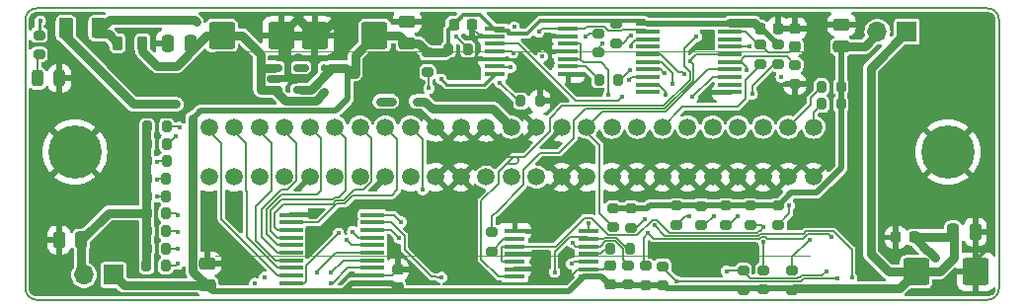
<source format=gbl>
%TF.GenerationSoftware,KiCad,Pcbnew,7.0.9*%
%TF.CreationDate,2024-01-13T12:33:37-06:00*%
%TF.ProjectId,SillyTinySCSI,53696c6c-7954-4696-9e79-534353492e6b,V2.0*%
%TF.SameCoordinates,Original*%
%TF.FileFunction,Copper,L4,Bot*%
%TF.FilePolarity,Positive*%
%FSLAX46Y46*%
G04 Gerber Fmt 4.6, Leading zero omitted, Abs format (unit mm)*
G04 Created by KiCad (PCBNEW 7.0.9) date 2024-01-13 12:33:37*
%MOMM*%
%LPD*%
G01*
G04 APERTURE LIST*
G04 Aperture macros list*
%AMRoundRect*
0 Rectangle with rounded corners*
0 $1 Rounding radius*
0 $2 $3 $4 $5 $6 $7 $8 $9 X,Y pos of 4 corners*
0 Add a 4 corners polygon primitive as box body*
4,1,4,$2,$3,$4,$5,$6,$7,$8,$9,$2,$3,0*
0 Add four circle primitives for the rounded corners*
1,1,$1+$1,$2,$3*
1,1,$1+$1,$4,$5*
1,1,$1+$1,$6,$7*
1,1,$1+$1,$8,$9*
0 Add four rect primitives between the rounded corners*
20,1,$1+$1,$2,$3,$4,$5,0*
20,1,$1+$1,$4,$5,$6,$7,0*
20,1,$1+$1,$6,$7,$8,$9,0*
20,1,$1+$1,$8,$9,$2,$3,0*%
G04 Aperture macros list end*
%TA.AperFunction,SMDPad,CuDef*%
%ADD10RoundRect,0.200000X0.275000X-0.200000X0.275000X0.200000X-0.275000X0.200000X-0.275000X-0.200000X0*%
%TD*%
%TA.AperFunction,SMDPad,CuDef*%
%ADD11RoundRect,0.225000X0.250000X-0.225000X0.250000X0.225000X-0.250000X0.225000X-0.250000X-0.225000X0*%
%TD*%
%TA.AperFunction,SMDPad,CuDef*%
%ADD12RoundRect,0.200000X0.200000X0.275000X-0.200000X0.275000X-0.200000X-0.275000X0.200000X-0.275000X0*%
%TD*%
%TA.AperFunction,SMDPad,CuDef*%
%ADD13RoundRect,0.225000X-0.225000X-0.250000X0.225000X-0.250000X0.225000X0.250000X-0.225000X0.250000X0*%
%TD*%
%TA.AperFunction,SMDPad,CuDef*%
%ADD14RoundRect,0.250000X0.475000X-0.250000X0.475000X0.250000X-0.475000X0.250000X-0.475000X-0.250000X0*%
%TD*%
%TA.AperFunction,SMDPad,CuDef*%
%ADD15RoundRect,0.250000X0.250000X0.475000X-0.250000X0.475000X-0.250000X-0.475000X0.250000X-0.475000X0*%
%TD*%
%TA.AperFunction,SMDPad,CuDef*%
%ADD16RoundRect,0.243750X0.243750X0.456250X-0.243750X0.456250X-0.243750X-0.456250X0.243750X-0.456250X0*%
%TD*%
%TA.AperFunction,SMDPad,CuDef*%
%ADD17RoundRect,0.112500X0.112500X-0.187500X0.112500X0.187500X-0.112500X0.187500X-0.112500X-0.187500X0*%
%TD*%
%TA.AperFunction,SMDPad,CuDef*%
%ADD18RoundRect,0.225000X-0.250000X0.225000X-0.250000X-0.225000X0.250000X-0.225000X0.250000X0.225000X0*%
%TD*%
%TA.AperFunction,SMDPad,CuDef*%
%ADD19RoundRect,0.200000X-0.275000X0.200000X-0.275000X-0.200000X0.275000X-0.200000X0.275000X0.200000X0*%
%TD*%
%TA.AperFunction,SMDPad,CuDef*%
%ADD20RoundRect,0.200000X-0.200000X-0.275000X0.200000X-0.275000X0.200000X0.275000X-0.200000X0.275000X0*%
%TD*%
%TA.AperFunction,SMDPad,CuDef*%
%ADD21R,2.000000X0.430000*%
%TD*%
%TA.AperFunction,SMDPad,CuDef*%
%ADD22RoundRect,0.218750X0.218750X0.381250X-0.218750X0.381250X-0.218750X-0.381250X0.218750X-0.381250X0*%
%TD*%
%TA.AperFunction,ComponentPad*%
%ADD23C,1.500000*%
%TD*%
%TA.AperFunction,ComponentPad*%
%ADD24C,4.575000*%
%TD*%
%TA.AperFunction,SMDPad,CuDef*%
%ADD25RoundRect,0.112500X-0.187500X-0.112500X0.187500X-0.112500X0.187500X0.112500X-0.187500X0.112500X0*%
%TD*%
%TA.AperFunction,SMDPad,CuDef*%
%ADD26RoundRect,0.250000X-0.875000X-0.925000X0.875000X-0.925000X0.875000X0.925000X-0.875000X0.925000X0*%
%TD*%
%TA.AperFunction,SMDPad,CuDef*%
%ADD27RoundRect,0.150000X-0.512500X-0.150000X0.512500X-0.150000X0.512500X0.150000X-0.512500X0.150000X0*%
%TD*%
%TA.AperFunction,ComponentPad*%
%ADD28R,1.700000X1.700000*%
%TD*%
%TA.AperFunction,ComponentPad*%
%ADD29O,1.700000X1.700000*%
%TD*%
%TA.AperFunction,SMDPad,CuDef*%
%ADD30RoundRect,0.250000X0.875000X0.925000X-0.875000X0.925000X-0.875000X-0.925000X0.875000X-0.925000X0*%
%TD*%
%TA.AperFunction,SMDPad,CuDef*%
%ADD31R,1.800000X0.430000*%
%TD*%
%TA.AperFunction,SMDPad,CuDef*%
%ADD32RoundRect,0.250000X-0.375000X-0.625000X0.375000X-0.625000X0.375000X0.625000X-0.375000X0.625000X0*%
%TD*%
%TA.AperFunction,ViaPad*%
%ADD33C,0.450000*%
%TD*%
%TA.AperFunction,ViaPad*%
%ADD34C,0.600000*%
%TD*%
%TA.AperFunction,Conductor*%
%ADD35C,0.350000*%
%TD*%
%TA.AperFunction,Conductor*%
%ADD36C,0.127000*%
%TD*%
%TA.AperFunction,Conductor*%
%ADD37C,0.600000*%
%TD*%
%TA.AperFunction,Conductor*%
%ADD38C,0.750000*%
%TD*%
%TA.AperFunction,Conductor*%
%ADD39C,0.500000*%
%TD*%
%TA.AperFunction,Conductor*%
%ADD40C,0.650000*%
%TD*%
%TA.AperFunction,Conductor*%
%ADD41C,0.250000*%
%TD*%
%TA.AperFunction,Profile*%
%ADD42C,0.150000*%
%TD*%
%ADD43C,0.150000*%
%ADD44C,0.100000*%
G04 APERTURE END LIST*
D10*
X94180000Y-54195000D03*
X94180000Y-52545000D03*
D11*
X124920000Y-74195000D03*
X124920000Y-72645000D03*
D12*
X105045000Y-72350000D03*
X103395000Y-72350000D03*
D13*
X129745000Y-51630000D03*
X131295000Y-51630000D03*
D10*
X143430000Y-69035000D03*
X143430000Y-67385000D03*
D14*
X108600000Y-74010000D03*
X108600000Y-72110000D03*
D13*
X167645000Y-69900000D03*
X169195000Y-69900000D03*
D15*
X174450000Y-69440000D03*
X172550000Y-69440000D03*
D10*
X156020000Y-55035000D03*
X156020000Y-53385000D03*
D16*
X95927500Y-56260000D03*
X94052500Y-56260000D03*
D14*
X125740000Y-53280000D03*
X125740000Y-51380000D03*
D11*
X159010000Y-53525000D03*
X159010000Y-51975000D03*
D17*
X118600000Y-57450000D03*
X118600000Y-55350000D03*
D13*
X155995000Y-51980000D03*
X157545000Y-51980000D03*
D18*
X143190000Y-72335000D03*
X143190000Y-73885000D03*
D12*
X143835000Y-56370000D03*
X142185000Y-56370000D03*
D19*
X132980000Y-69445000D03*
X132980000Y-71095000D03*
D20*
X143195000Y-70880000D03*
X144845000Y-70880000D03*
D10*
X144690000Y-73930000D03*
X144690000Y-72280000D03*
D20*
X129295000Y-53750000D03*
X130945000Y-53750000D03*
D19*
X143670000Y-51575000D03*
X143670000Y-53225000D03*
D21*
X153380000Y-51590000D03*
X153380000Y-52240000D03*
X153380000Y-52890000D03*
X153380000Y-53540000D03*
X153380000Y-54190000D03*
X153380000Y-54840000D03*
X153380000Y-55490000D03*
X153380000Y-56140000D03*
X153380000Y-56790000D03*
X153380000Y-57440000D03*
X146380000Y-57440000D03*
X146380000Y-56790000D03*
X146380000Y-56140000D03*
X146380000Y-55490000D03*
X146380000Y-54840000D03*
X146380000Y-54190000D03*
X146380000Y-53540000D03*
X146380000Y-52890000D03*
X146380000Y-52240000D03*
X146380000Y-51590000D03*
X115770000Y-73820000D03*
X115770000Y-73170000D03*
X115770000Y-72520000D03*
X115770000Y-71870000D03*
X115770000Y-71220000D03*
X115770000Y-70570000D03*
X115770000Y-69920000D03*
X115770000Y-69270000D03*
X115770000Y-68620000D03*
X115770000Y-67970000D03*
X122770000Y-67970000D03*
X122770000Y-68620000D03*
X122770000Y-69270000D03*
X122770000Y-69920000D03*
X122770000Y-70570000D03*
X122770000Y-71220000D03*
X122770000Y-71870000D03*
X122770000Y-72520000D03*
X122770000Y-73170000D03*
X122770000Y-73820000D03*
D20*
X135475000Y-58210000D03*
X137125000Y-58210000D03*
D19*
X157510000Y-53385000D03*
X157510000Y-55035000D03*
D10*
X158990000Y-56755000D03*
X158990000Y-55105000D03*
D22*
X103042500Y-53260000D03*
X100917500Y-53260000D03*
D15*
X97810000Y-70120000D03*
X95910000Y-70120000D03*
D12*
X105085000Y-70840000D03*
X103435000Y-70840000D03*
D10*
X150980000Y-68845000D03*
X150980000Y-67195000D03*
D23*
X108750000Y-64730000D03*
X110910000Y-64730000D03*
X113070000Y-64730000D03*
X115230000Y-64730000D03*
X117390000Y-64730000D03*
X119550000Y-64730000D03*
X121710000Y-64730000D03*
X123870000Y-64730000D03*
X126030000Y-64730000D03*
X128190000Y-64730000D03*
X130350000Y-64730000D03*
X132510000Y-64730000D03*
X134670000Y-64730000D03*
X136830000Y-64730000D03*
X138990000Y-64730000D03*
X141150000Y-64730000D03*
X143310000Y-64730000D03*
X145470000Y-64730000D03*
X147630000Y-64730000D03*
X149790000Y-64730000D03*
X151950000Y-64730000D03*
X154110000Y-64730000D03*
X156270000Y-64730000D03*
X158430000Y-64730000D03*
X160590000Y-64730000D03*
X108750000Y-60440000D03*
X110910000Y-60440000D03*
X113070000Y-60440000D03*
X115230000Y-60440000D03*
X117390000Y-60440000D03*
X119550000Y-60440000D03*
X121710000Y-60440000D03*
X123870000Y-60440000D03*
X126030000Y-60440000D03*
X128190000Y-60440000D03*
X130350000Y-60440000D03*
X132510000Y-60440000D03*
X134670000Y-60440000D03*
X136830000Y-60440000D03*
X138990000Y-60440000D03*
X141150000Y-60440000D03*
X143310000Y-60440000D03*
X145470000Y-60440000D03*
X147630000Y-60440000D03*
X149790000Y-60440000D03*
X151950000Y-60440000D03*
X154110000Y-60440000D03*
X156270000Y-60440000D03*
X158430000Y-60440000D03*
X160590000Y-60440000D03*
D24*
X97245000Y-62585000D03*
X172095000Y-62585000D03*
D12*
X105075000Y-64850000D03*
X103425000Y-64850000D03*
D25*
X124430000Y-58240000D03*
X126530000Y-58240000D03*
D10*
X157560000Y-68825000D03*
X157560000Y-67175000D03*
D12*
X105115000Y-60410000D03*
X103465000Y-60410000D03*
D26*
X109850000Y-52600000D03*
X114950000Y-52600000D03*
D15*
X107140000Y-53290000D03*
X105240000Y-53290000D03*
D10*
X153070000Y-68825000D03*
X153070000Y-67175000D03*
D27*
X114362500Y-57250000D03*
X114362500Y-56300000D03*
X114362500Y-55350000D03*
X116637500Y-55350000D03*
X116637500Y-57250000D03*
D28*
X100570000Y-73115000D03*
D29*
X98030000Y-73115000D03*
D19*
X147660000Y-72365000D03*
X147660000Y-74015000D03*
D12*
X105135000Y-61890000D03*
X103485000Y-61890000D03*
X105075000Y-66380000D03*
X103425000Y-66380000D03*
X105095000Y-69360000D03*
X103445000Y-69360000D03*
D19*
X158750000Y-72775000D03*
X158750000Y-74425000D03*
D26*
X169385000Y-72850000D03*
X174485000Y-72850000D03*
D19*
X127510000Y-54065000D03*
X127510000Y-55715000D03*
D28*
X168595000Y-52260000D03*
D29*
X166055000Y-52260000D03*
D30*
X122950000Y-52600000D03*
X117850000Y-52600000D03*
D14*
X162980000Y-53540000D03*
X162980000Y-51640000D03*
D10*
X142100000Y-54055000D03*
X142100000Y-52405000D03*
X144950000Y-69055000D03*
X144950000Y-67405000D03*
D12*
X105115000Y-63350000D03*
X103465000Y-63350000D03*
D31*
X139520000Y-52000000D03*
X139520000Y-52650000D03*
X139520000Y-53300000D03*
X139520000Y-53950000D03*
X139520000Y-54600000D03*
X139520000Y-55250000D03*
X139520000Y-55900000D03*
X133220000Y-55900000D03*
X133220000Y-55250000D03*
X133220000Y-54600000D03*
X133220000Y-53950000D03*
X133220000Y-53300000D03*
X133220000Y-52650000D03*
X133220000Y-52000000D03*
D10*
X148860000Y-68835000D03*
X148860000Y-67185000D03*
D20*
X161285000Y-56990000D03*
X162935000Y-56990000D03*
X161285000Y-58470000D03*
X162935000Y-58470000D03*
D19*
X146190000Y-72335000D03*
X146190000Y-73985000D03*
D31*
X134960000Y-73270000D03*
X134960000Y-72620000D03*
X134960000Y-71970000D03*
X134960000Y-71320000D03*
X134960000Y-70670000D03*
X134960000Y-70020000D03*
X134960000Y-69370000D03*
X141260000Y-69370000D03*
X141260000Y-70020000D03*
X141260000Y-70670000D03*
X141260000Y-71320000D03*
X141260000Y-71970000D03*
X141260000Y-72620000D03*
X141260000Y-73270000D03*
D19*
X154560000Y-72745000D03*
X154560000Y-74395000D03*
X156300000Y-72725000D03*
X156300000Y-74375000D03*
D32*
X96490000Y-51950000D03*
X99290000Y-51950000D03*
D10*
X155140000Y-68830000D03*
X155140000Y-67180000D03*
D12*
X105075000Y-67860000D03*
X103425000Y-67860000D03*
D33*
X136230000Y-50950000D03*
D34*
X175410000Y-70980000D03*
D33*
X140680000Y-57150000D03*
X131940000Y-52610000D03*
X151800000Y-57445000D03*
X163940000Y-65440000D03*
X127260000Y-73660000D03*
X137330000Y-53530000D03*
X126570000Y-69840000D03*
X154030000Y-62490000D03*
D34*
X119600000Y-51200000D03*
D33*
X156180000Y-62490000D03*
D34*
X167410000Y-71610000D03*
D33*
X117860000Y-67690000D03*
X151850000Y-62510000D03*
X149680000Y-62490000D03*
X147580000Y-62510000D03*
X151590000Y-52420000D03*
X161180000Y-55260000D03*
X124560000Y-71290000D03*
X108610000Y-70720000D03*
X110960000Y-67560000D03*
X139480000Y-73520000D03*
X152500000Y-71270000D03*
D34*
X116973000Y-56250000D03*
X116400000Y-51150000D03*
D33*
X106210000Y-60450000D03*
X105920000Y-61200000D03*
X104330000Y-63400000D03*
X104270000Y-64920000D03*
X104330000Y-66400000D03*
X106060000Y-67970000D03*
X106080000Y-69470000D03*
X106060000Y-70890000D03*
X139820000Y-72160000D03*
X141270000Y-68680000D03*
X127090000Y-65810000D03*
X106110000Y-72170000D03*
X146120000Y-68320000D03*
X143000000Y-57700000D03*
X149920000Y-68100000D03*
X144170000Y-57810000D03*
X152030000Y-68060000D03*
X154120000Y-68040000D03*
X147930000Y-57690000D03*
X156290000Y-69050000D03*
X149520000Y-55900000D03*
X129920000Y-52650000D03*
X137030000Y-52290000D03*
X150550000Y-52670000D03*
X144970000Y-52610000D03*
D34*
X171040000Y-71620000D03*
D33*
X147800000Y-55780000D03*
X158520000Y-67170000D03*
X148480000Y-56710000D03*
X153120000Y-72780000D03*
X161700000Y-72780000D03*
X146410000Y-69550000D03*
X162100000Y-69840000D03*
X163870000Y-73370000D03*
X146960000Y-68870000D03*
X162630000Y-73410000D03*
X148840000Y-73650000D03*
X160260000Y-70090000D03*
X156300000Y-70290000D03*
X154870000Y-55550000D03*
X137330000Y-54370000D03*
X134920000Y-51840000D03*
X144960000Y-53560000D03*
X133710000Y-56670000D03*
X157810000Y-56140000D03*
X134640000Y-55290000D03*
X138390000Y-72870000D03*
X155120000Y-53560000D03*
X155340000Y-57600000D03*
X141080000Y-52700000D03*
X134820000Y-54090000D03*
X112680000Y-73830000D03*
X119190000Y-73860000D03*
X113490000Y-73320000D03*
X119200000Y-72920000D03*
X117990000Y-72900000D03*
X120510000Y-70140000D03*
X121070000Y-69400000D03*
X125060000Y-69960000D03*
X128690000Y-73330000D03*
X125230000Y-68570000D03*
X144840000Y-55510000D03*
X150190000Y-57870000D03*
X150050000Y-54820000D03*
X144800000Y-56430000D03*
X127610000Y-57110000D03*
X139940000Y-70350000D03*
X119860000Y-69540000D03*
X123410000Y-58240000D03*
X105940000Y-58470000D03*
D34*
X107660000Y-51430000D03*
D33*
X142460000Y-53260000D03*
X94290000Y-51350000D03*
X128660000Y-56330000D03*
D35*
X154120000Y-64720000D02*
X154110000Y-64730000D01*
D36*
X137770000Y-53950000D02*
X139520000Y-53950000D01*
D37*
X115500000Y-56250000D02*
X116973000Y-56250000D01*
D38*
X118200000Y-52600000D02*
X119600000Y-51200000D01*
X117850000Y-52600000D02*
X114950000Y-52600000D01*
D36*
X108600000Y-70730000D02*
X108610000Y-70720000D01*
X142860000Y-72365000D02*
X143370000Y-72365000D01*
X147700000Y-64080000D02*
X147700000Y-64490000D01*
X143380000Y-64130000D02*
X143380000Y-64490000D01*
X152020000Y-64080000D02*
X152020000Y-64490000D01*
D37*
X115500000Y-56250000D02*
X115500000Y-53150000D01*
D36*
X131295000Y-51965000D02*
X131940000Y-52610000D01*
D39*
X128260000Y-64490000D02*
X128260000Y-64210000D01*
X159005000Y-51980000D02*
X159010000Y-51975000D01*
D36*
X137330000Y-53530000D02*
X137330000Y-53510000D01*
X124435000Y-73170000D02*
X124910000Y-72695000D01*
X137350000Y-53530000D02*
X137770000Y-53950000D01*
D35*
X151940000Y-64720000D02*
X151950000Y-64730000D01*
D36*
X137330000Y-53530000D02*
X137350000Y-53530000D01*
X108610000Y-70720000D02*
X108600000Y-70710000D01*
X108600000Y-70660000D02*
X108610000Y-70650000D01*
D37*
X114362000Y-56250000D02*
X115500000Y-56250000D01*
D36*
X160660000Y-64190000D02*
X160660000Y-64490000D01*
D38*
X117850000Y-52600000D02*
X116400000Y-51150000D01*
D36*
X145540000Y-64080000D02*
X145540000Y-64490000D01*
D39*
X116973000Y-56250000D02*
X117220158Y-56250000D01*
X117750000Y-52700000D02*
X117850000Y-52600000D01*
D36*
X137330000Y-53510000D02*
X137320000Y-53500000D01*
X131940000Y-52610000D02*
X131980000Y-52650000D01*
X108600000Y-72110000D02*
X108600000Y-70730000D01*
X142605000Y-72620000D02*
X142860000Y-72365000D01*
D39*
X117220158Y-56250000D02*
X117750000Y-55720158D01*
D36*
X141260000Y-72620000D02*
X142605000Y-72620000D01*
X131980000Y-52650000D02*
X133220000Y-52650000D01*
D35*
X149830000Y-64690000D02*
X149790000Y-64730000D01*
D36*
X149860000Y-64130000D02*
X149860000Y-64490000D01*
X130645000Y-64149700D02*
X130645000Y-65055000D01*
X151800000Y-57445000D02*
X153310000Y-57445000D01*
X158500000Y-64879210D02*
X158500000Y-64490000D01*
D39*
X117750000Y-55720158D02*
X117750000Y-52700000D01*
D36*
X108600000Y-70710000D02*
X108600000Y-70660000D01*
D40*
X114950000Y-52600000D02*
X116400000Y-51150000D01*
D35*
X174485000Y-72850000D02*
X174485000Y-71905000D01*
D36*
X139480000Y-73520000D02*
X140380000Y-72620000D01*
D39*
X157545000Y-51980000D02*
X159005000Y-51980000D01*
D36*
X122770000Y-73170000D02*
X124435000Y-73170000D01*
D35*
X174485000Y-71905000D02*
X175410000Y-70980000D01*
D36*
X131295000Y-51630000D02*
X131295000Y-51965000D01*
X140380000Y-72620000D02*
X141260000Y-72620000D01*
X114643000Y-73170000D02*
X109810000Y-68337000D01*
X108750000Y-60770000D02*
X108750000Y-60440000D01*
X105115000Y-60410000D02*
X106170000Y-60410000D01*
X109810000Y-61830000D02*
X108750000Y-60770000D01*
X106170000Y-60410000D02*
X106210000Y-60450000D01*
X109810000Y-68337000D02*
X109810000Y-61830000D01*
X115770000Y-73170000D02*
X114643000Y-73170000D01*
X110910000Y-60790000D02*
X110910000Y-60440000D01*
X111926637Y-61806637D02*
X110910000Y-60790000D01*
X111926637Y-61806637D02*
X111926637Y-65856637D01*
X114643000Y-72520000D02*
X111970000Y-69847000D01*
X105135000Y-61890000D02*
X105230000Y-61890000D01*
X105230000Y-61890000D02*
X105920000Y-61200000D01*
X111926637Y-65856637D02*
X111970000Y-65900000D01*
X111970000Y-69847000D02*
X111970000Y-65900000D01*
X115770000Y-72520000D02*
X114643000Y-72520000D01*
X113070000Y-60770000D02*
X113070000Y-60440000D01*
X114140000Y-65850000D02*
X114140000Y-61840000D01*
X104380000Y-63350000D02*
X104330000Y-63400000D01*
X114140000Y-61840000D02*
X113070000Y-60770000D01*
X112790000Y-67200000D02*
X114140000Y-65850000D01*
X112790000Y-70180000D02*
X112790000Y-67200000D01*
X114480000Y-71870000D02*
X112790000Y-70180000D01*
X105115000Y-63350000D02*
X104380000Y-63350000D01*
X115770000Y-71870000D02*
X114480000Y-71870000D01*
X114643000Y-71220000D02*
X113260000Y-69837000D01*
X113260000Y-69837000D02*
X113260000Y-67520000D01*
X104340000Y-64850000D02*
X104270000Y-64920000D01*
X115770000Y-71220000D02*
X114643000Y-71220000D01*
X115510068Y-65780000D02*
X116226637Y-65063431D01*
X115230000Y-60820000D02*
X115230000Y-60440000D01*
X115000000Y-65780000D02*
X115510068Y-65780000D01*
X113260000Y-67520000D02*
X115000000Y-65780000D01*
X105075000Y-64850000D02*
X104340000Y-64850000D01*
X116226637Y-61816637D02*
X115230000Y-60820000D01*
X116226637Y-65063431D02*
X116226637Y-61816637D01*
X118330500Y-61380500D02*
X117390000Y-60440000D01*
X114643000Y-70570000D02*
X113700000Y-69627000D01*
X113700000Y-67520000D02*
X114976500Y-66243500D01*
X113700000Y-69627000D02*
X113700000Y-67520000D01*
X115770000Y-70570000D02*
X114643000Y-70570000D01*
X104350000Y-66380000D02*
X104330000Y-66400000D01*
X118330500Y-65899500D02*
X118330500Y-61380500D01*
X105075000Y-66380000D02*
X104350000Y-66380000D01*
X114976500Y-66243500D02*
X117986500Y-66243500D01*
X117986500Y-66243500D02*
X118330500Y-65899500D01*
X117390000Y-60800000D02*
X117390000Y-60440000D01*
X105950000Y-67860000D02*
X106060000Y-67970000D01*
X114070000Y-67600000D02*
X115000000Y-66670000D01*
X120490500Y-61380500D02*
X119550000Y-60440000D01*
X119852500Y-66497500D02*
X120490500Y-65859500D01*
X114643000Y-69920000D02*
X114070000Y-69347000D01*
X115770000Y-69920000D02*
X114643000Y-69920000D01*
X115000000Y-66670000D02*
X119361580Y-66670000D01*
X105075000Y-67860000D02*
X105950000Y-67860000D01*
X114070000Y-69347000D02*
X114070000Y-67600000D01*
X120490500Y-65859500D02*
X120490500Y-61380500D01*
X119550000Y-60780000D02*
X119550000Y-60440000D01*
X119361580Y-66670000D02*
X119534080Y-66497500D01*
X119534080Y-66497500D02*
X119852500Y-66497500D01*
X119330790Y-67060000D02*
X119639290Y-66751500D01*
X105095000Y-69360000D02*
X105970000Y-69360000D01*
X122650000Y-61380000D02*
X121710000Y-60440000D01*
X120273988Y-66751500D02*
X121205488Y-65820000D01*
X121205488Y-65820000D02*
X121950068Y-65820000D01*
X121950068Y-65820000D02*
X122650000Y-65120068D01*
X115170000Y-67060000D02*
X119330790Y-67060000D01*
X121710000Y-60850000D02*
X121710000Y-60440000D01*
X114390000Y-67840000D02*
X115170000Y-67060000D01*
X105970000Y-69360000D02*
X106080000Y-69470000D01*
X119639290Y-66751500D02*
X120273988Y-66751500D01*
X114390000Y-69017000D02*
X114390000Y-67840000D01*
X122650000Y-65120068D02*
X122650000Y-61380000D01*
X114643000Y-69270000D02*
X114390000Y-69017000D01*
X115770000Y-69270000D02*
X114643000Y-69270000D01*
X123870000Y-60440000D02*
X124900000Y-61470000D01*
X118130000Y-68620000D02*
X115770000Y-68620000D01*
X124900000Y-61470000D02*
X124900000Y-65830000D01*
X105085000Y-70840000D02*
X106010000Y-70840000D01*
X120379198Y-67005500D02*
X119744500Y-67005500D01*
X123870000Y-60830000D02*
X123870000Y-60440000D01*
X124900000Y-65830000D02*
X124446500Y-66283500D01*
X106010000Y-70840000D02*
X106060000Y-70890000D01*
X121101198Y-66283500D02*
X120379198Y-67005500D01*
X124446500Y-66283500D02*
X121101198Y-66283500D01*
X119744500Y-67005500D02*
X118130000Y-68620000D01*
X105045000Y-72350000D02*
X105930000Y-72350000D01*
X141260000Y-68670000D02*
X141260000Y-68590000D01*
X141260000Y-68690000D02*
X141270000Y-68680000D01*
X140010000Y-71970000D02*
X141260000Y-71970000D01*
X139820000Y-72160000D02*
X140010000Y-71970000D01*
X127090000Y-61500000D02*
X126030000Y-60440000D01*
X141260000Y-69370000D02*
X141260000Y-68690000D01*
X126030000Y-60740000D02*
X126030000Y-60440000D01*
X127090000Y-65810000D02*
X127090000Y-61500000D01*
X141270000Y-68680000D02*
X141260000Y-68670000D01*
X105930000Y-72350000D02*
X106110000Y-72170000D01*
X141260000Y-68590000D02*
X141270000Y-68580000D01*
X94052500Y-56260000D02*
X94052500Y-53852500D01*
D38*
X134670000Y-60440000D02*
X133110000Y-58880000D01*
X133110000Y-58880000D02*
X127880000Y-58880000D01*
X127880000Y-58880000D02*
X127240000Y-58240000D01*
X127240000Y-58240000D02*
X126530000Y-58240000D01*
D36*
X151565000Y-55495000D02*
X147930000Y-59130000D01*
X142225000Y-61965000D02*
X141150000Y-60890000D01*
X143430000Y-69035000D02*
X142225000Y-67830000D01*
X141150000Y-60890000D02*
X141150000Y-60440000D01*
X147930000Y-59130000D02*
X142460000Y-59130000D01*
X142460000Y-59130000D02*
X141150000Y-60440000D01*
X142225000Y-67830000D02*
X142225000Y-61965000D01*
X153310000Y-55495000D02*
X151565000Y-55495000D01*
X140547000Y-54600000D02*
X140610500Y-54536500D01*
X140857000Y-54910000D02*
X140547000Y-54600000D01*
X140610500Y-54536500D02*
X140610500Y-53363500D01*
X140547000Y-53300000D02*
X139520000Y-53300000D01*
X139520000Y-54600000D02*
X140547000Y-54600000D01*
X142360000Y-54910000D02*
X140857000Y-54910000D01*
X143000000Y-57700000D02*
X143000000Y-55550000D01*
X143000000Y-57700000D02*
X143000000Y-57680000D01*
X145470000Y-60800000D02*
X145470000Y-60440000D01*
X140610500Y-53363500D02*
X140547000Y-53300000D01*
X145385000Y-69055000D02*
X146120000Y-68320000D01*
X143000000Y-55550000D02*
X142360000Y-54910000D01*
X144950000Y-69055000D02*
X145385000Y-69055000D01*
X147630000Y-60760000D02*
X147630000Y-60440000D01*
X154744500Y-58015500D02*
X154070000Y-58690000D01*
X149595000Y-68100000D02*
X148860000Y-68835000D01*
X154070000Y-58690000D02*
X149380000Y-58690000D01*
X149380000Y-58690000D02*
X147630000Y-60440000D01*
X155940000Y-55170000D02*
X154744500Y-56365500D01*
X149920000Y-68100000D02*
X149595000Y-68100000D01*
X155940000Y-54735000D02*
X155940000Y-55170000D01*
X154744500Y-56365500D02*
X154744500Y-58015500D01*
X140163500Y-58163500D02*
X143876500Y-58163500D01*
X135300000Y-53300000D02*
X140163500Y-58163500D01*
X143876500Y-58163500D02*
X144170000Y-57810000D01*
X133220000Y-53300000D02*
X135300000Y-53300000D01*
X150970000Y-68785000D02*
X151305000Y-68785000D01*
X151305000Y-68785000D02*
X152030000Y-68060000D01*
X149790000Y-60860000D02*
X149790000Y-60440000D01*
X144170000Y-57810000D02*
X144120000Y-57920000D01*
X153335000Y-68825000D02*
X154120000Y-68040000D01*
X147930000Y-57394000D02*
X147331000Y-56795000D01*
X147331000Y-56795000D02*
X146310000Y-56795000D01*
X147930000Y-57690000D02*
X147960000Y-57660000D01*
X147930000Y-57690000D02*
X147930000Y-57394000D01*
X151950000Y-60830000D02*
X151950000Y-60440000D01*
X153070000Y-68825000D02*
X153335000Y-68825000D01*
X143762712Y-69676500D02*
X143006500Y-69676500D01*
X156070000Y-68830000D02*
X156290000Y-69050000D01*
X154110000Y-60760000D02*
X154110000Y-60440000D01*
X145474512Y-69700000D02*
X143786212Y-69700000D01*
X155897592Y-69318500D02*
X155734092Y-69482000D01*
X156290000Y-69050000D02*
X156021500Y-69318500D01*
X133869500Y-70733500D02*
X133933000Y-70670000D01*
X147151988Y-68406500D02*
X146768012Y-68406500D01*
X143786212Y-69700000D02*
X143762712Y-69676500D01*
X148227488Y-69482000D02*
X147151988Y-68406500D01*
X155140000Y-68830000D02*
X156070000Y-68830000D01*
X146768012Y-68406500D02*
X145474512Y-69700000D01*
X138464000Y-70670000D02*
X134960000Y-70670000D01*
X140917500Y-68216500D02*
X138464000Y-70670000D01*
X133933000Y-70670000D02*
X134960000Y-70670000D01*
X141546500Y-68216500D02*
X140917500Y-68216500D01*
X155734092Y-69482000D02*
X148227488Y-69482000D01*
X143006500Y-69676500D02*
X141546500Y-68216500D01*
X133869500Y-71906500D02*
X133869500Y-70733500D01*
X156021500Y-69318500D02*
X155897592Y-69318500D01*
X133933000Y-71970000D02*
X133869500Y-71906500D01*
X134960000Y-71970000D02*
X133933000Y-71970000D01*
X158430000Y-60760000D02*
X158430000Y-60440000D01*
X161285000Y-56990000D02*
X160320000Y-57955000D01*
X148992000Y-55750000D02*
X149370000Y-55750000D01*
X149370000Y-55750000D02*
X149520000Y-55900000D01*
X147437000Y-54195000D02*
X146310000Y-54195000D01*
X160320000Y-58550000D02*
X158430000Y-60440000D01*
X148992000Y-55750000D02*
X147437000Y-54195000D01*
X160320000Y-57955000D02*
X160320000Y-58550000D01*
X129920000Y-52650000D02*
X130000000Y-52570000D01*
X141165500Y-51814500D02*
X140980000Y-52000000D01*
X144112292Y-52165500D02*
X143015500Y-52165500D01*
X144207792Y-52070000D02*
X144112292Y-52165500D01*
X146310000Y-52245000D02*
X146135000Y-52070000D01*
X129920000Y-52650000D02*
X130705000Y-53435000D01*
X137030000Y-52290000D02*
X137320000Y-52000000D01*
X140980000Y-52000000D02*
X139520000Y-52000000D01*
X137320000Y-52000000D02*
X139520000Y-52000000D01*
X146135000Y-52070000D02*
X144207792Y-52070000D01*
X143015500Y-52165500D02*
X142664500Y-51814500D01*
X142664500Y-51814500D02*
X141165500Y-51814500D01*
X130705000Y-53435000D02*
X131000000Y-53435000D01*
X147719580Y-58622000D02*
X139048000Y-58622000D01*
X137970000Y-59700000D02*
X137970000Y-60820000D01*
X150550000Y-52670000D02*
X149500000Y-53720000D01*
X144870000Y-52590000D02*
X144880000Y-52590000D01*
X132104500Y-71764500D02*
X133610000Y-73270000D01*
X133560000Y-64250000D02*
X133560000Y-65310000D01*
X135800432Y-62989568D02*
X134820432Y-62989568D01*
X144970000Y-52610000D02*
X144920000Y-52590000D01*
X149500000Y-53720000D02*
X149500000Y-55224512D01*
X139048000Y-58622000D02*
X137970000Y-59700000D01*
X149983500Y-56358080D02*
X147719580Y-58622000D01*
X134820432Y-62989568D02*
X133560000Y-64250000D01*
X144880000Y-52590000D02*
X144970000Y-52610000D01*
X144235000Y-53225000D02*
X144870000Y-52590000D01*
X149983500Y-55708012D02*
X149983500Y-56358080D01*
X144920000Y-52590000D02*
X144900000Y-52590000D01*
X137970000Y-60820000D02*
X135800432Y-62989568D01*
X149500000Y-55224512D02*
X149983500Y-55708012D01*
X143780000Y-53225000D02*
X144235000Y-53225000D01*
X133610000Y-73270000D02*
X134960000Y-73270000D01*
X132104500Y-66765500D02*
X132104500Y-71764500D01*
X133560000Y-65310000D02*
X132104500Y-66765500D01*
D38*
X122950000Y-52600000D02*
X125060000Y-52600000D01*
D39*
X121010000Y-73820000D02*
X122770000Y-73820000D01*
D38*
X116637500Y-57250000D02*
X117480000Y-57250000D01*
X119140000Y-55350000D02*
X120500000Y-55350000D01*
D39*
X147945000Y-74300000D02*
X158505000Y-74300000D01*
X140890000Y-73270000D02*
X141260000Y-73270000D01*
X122770000Y-73820000D02*
X124485000Y-73820000D01*
X108030000Y-59020000D02*
X107390000Y-59660000D01*
X145995000Y-74030000D02*
X146030000Y-73995000D01*
D38*
X121000000Y-55850000D02*
X120650000Y-55500000D01*
D35*
X137150000Y-51340000D02*
X146055000Y-51340000D01*
D38*
X108600000Y-74010000D02*
X101465000Y-74010000D01*
X165470000Y-71310000D02*
X167010000Y-72850000D01*
X169385000Y-72850000D02*
X171420000Y-72850000D01*
X158875000Y-74300000D02*
X167935000Y-74300000D01*
X107373000Y-72783000D02*
X107373000Y-59677000D01*
X117480000Y-57250000D02*
X119140000Y-55590000D01*
X170460000Y-71040000D02*
X170335000Y-71040000D01*
X108600000Y-74010000D02*
X107373000Y-72783000D01*
X125740000Y-53280000D02*
X126715000Y-53280000D01*
D35*
X132020000Y-50800000D02*
X133353000Y-52133000D01*
D39*
X118600000Y-55350000D02*
X119140000Y-55350000D01*
D38*
X125060000Y-52600000D02*
X125740000Y-53280000D01*
X168595000Y-52260000D02*
X165470000Y-55385000D01*
D35*
X146055000Y-51340000D02*
X146310000Y-51595000D01*
X133353000Y-52133000D02*
X134422000Y-52133000D01*
D39*
X144730000Y-74030000D02*
X144840000Y-73920000D01*
X120270000Y-74540000D02*
X120290000Y-74540000D01*
X124485000Y-73820000D02*
X124910000Y-74245000D01*
X120650000Y-57995000D02*
X119625000Y-59020000D01*
D38*
X127500000Y-54065000D02*
X128980000Y-54065000D01*
X128980000Y-54065000D02*
X129295000Y-53750000D01*
D39*
X139620000Y-74540000D02*
X140890000Y-73270000D01*
X120290000Y-74540000D02*
X121010000Y-73820000D01*
D35*
X129295000Y-52080000D02*
X129295000Y-53750000D01*
D39*
X158505000Y-74300000D02*
X158760000Y-74555000D01*
X131910000Y-74540000D02*
X139620000Y-74540000D01*
X120650000Y-55500000D02*
X120650000Y-57995000D01*
D38*
X122950000Y-52600000D02*
X121300000Y-54250000D01*
X170335000Y-71040000D02*
X169195000Y-69900000D01*
X121300000Y-54250000D02*
X121300000Y-55850000D01*
D39*
X109030000Y-74540000D02*
X120270000Y-74540000D01*
D35*
X134422000Y-52415000D02*
X136075000Y-52415000D01*
D39*
X119625000Y-59020000D02*
X108030000Y-59020000D01*
X141260000Y-73270000D02*
X142410000Y-73270000D01*
D38*
X171100000Y-69820000D02*
X169320000Y-69820000D01*
D39*
X155995000Y-51980000D02*
X156105000Y-51980000D01*
D38*
X155538000Y-51523000D02*
X153380000Y-51523000D01*
X101465000Y-74010000D02*
X100570000Y-73115000D01*
D39*
X142410000Y-73270000D02*
X143170000Y-74030000D01*
D38*
X172640000Y-69820000D02*
X171100000Y-69820000D01*
D39*
X147660000Y-74015000D02*
X147945000Y-74300000D01*
X120290000Y-74540000D02*
X131910000Y-74540000D01*
D38*
X172640000Y-71630000D02*
X172640000Y-69820000D01*
D39*
X144730000Y-74030000D02*
X145995000Y-74030000D01*
D35*
X130575000Y-50800000D02*
X132020000Y-50800000D01*
D38*
X155995000Y-51980000D02*
X155538000Y-51523000D01*
X168595000Y-52260000D02*
X168950000Y-52260000D01*
X171040000Y-71620000D02*
X170460000Y-71040000D01*
D35*
X130575000Y-50800000D02*
X129745000Y-51630000D01*
D39*
X146030000Y-73995000D02*
X147640000Y-73995000D01*
X156105000Y-51980000D02*
X157510000Y-53385000D01*
X108300000Y-73810000D02*
X109030000Y-74540000D01*
D38*
X158750000Y-74425000D02*
X158875000Y-74300000D01*
X165470000Y-55385000D02*
X165470000Y-71310000D01*
D39*
X147640000Y-73995000D02*
X147660000Y-74015000D01*
D38*
X119140000Y-55590000D02*
X119140000Y-55350000D01*
D39*
X153310000Y-51595000D02*
X146310000Y-51595000D01*
X143170000Y-74030000D02*
X144730000Y-74030000D01*
D35*
X134422000Y-52133000D02*
X134422000Y-52415000D01*
D38*
X171420000Y-72850000D02*
X172640000Y-71630000D01*
X126715000Y-53280000D02*
X127500000Y-54065000D01*
X121300000Y-55850000D02*
X121000000Y-55850000D01*
X167935000Y-74300000D02*
X169385000Y-72850000D01*
D35*
X129745000Y-51630000D02*
X129295000Y-52080000D01*
D38*
X167010000Y-72850000D02*
X169385000Y-72850000D01*
D35*
X136075000Y-52415000D02*
X137150000Y-51340000D01*
D36*
X158485000Y-54050000D02*
X156685000Y-54050000D01*
X159010000Y-53525000D02*
X158485000Y-54050000D01*
X155885000Y-53290000D02*
X155960000Y-53365000D01*
X159010000Y-53525000D02*
X159010000Y-53184500D01*
X155845000Y-53325000D02*
X155880000Y-53325000D01*
X154765000Y-52245000D02*
X155845000Y-53325000D01*
X156685000Y-54050000D02*
X156020000Y-53385000D01*
X153310000Y-52245000D02*
X154765000Y-52245000D01*
X147800000Y-55780000D02*
X147800000Y-55860000D01*
X160590000Y-60440000D02*
X160590000Y-59165000D01*
X147435000Y-55495000D02*
X147720000Y-55780000D01*
X147720000Y-55780000D02*
X147800000Y-55780000D01*
X146310000Y-55495000D02*
X147435000Y-55495000D01*
X160590000Y-59165000D02*
X161285000Y-58470000D01*
X147800000Y-55860000D02*
X147740000Y-55800000D01*
X160570000Y-60420000D02*
X160590000Y-60440000D01*
X147525000Y-54845000D02*
X146310000Y-54845000D01*
X148480000Y-56710000D02*
X148480000Y-55800000D01*
X156270000Y-60820000D02*
X156270000Y-60440000D01*
X158520000Y-67865000D02*
X157560000Y-68825000D01*
X148480000Y-55800000D02*
X147525000Y-54845000D01*
X158520000Y-67170000D02*
X158520000Y-67865000D01*
X161680000Y-72780000D02*
X161304000Y-73156000D01*
X161304000Y-73156000D02*
X159604790Y-73156000D01*
X153120000Y-72780000D02*
X153155000Y-72745000D01*
X161700000Y-72780000D02*
X161680000Y-72780000D01*
X159395290Y-73365500D02*
X159192292Y-73365500D01*
X161700000Y-72760000D02*
X161700000Y-72780000D01*
X161710000Y-72750000D02*
X161700000Y-72760000D01*
X155211000Y-73396000D02*
X159186000Y-73396000D01*
X159604790Y-73156000D02*
X159395290Y-73365500D01*
X154560000Y-72745000D02*
X155211000Y-73396000D01*
X153155000Y-72745000D02*
X154560000Y-72745000D01*
X146850000Y-69990000D02*
X146410000Y-69550000D01*
X160068012Y-69626500D02*
X159704512Y-69990000D01*
X162100000Y-69840000D02*
X161886500Y-69626500D01*
X155944512Y-69990000D02*
X146850000Y-69990000D01*
X156108012Y-69826500D02*
X155944512Y-69990000D01*
X156491988Y-69826500D02*
X156108012Y-69826500D01*
X146410000Y-69550000D02*
X146030000Y-69930000D01*
X159704512Y-69990000D02*
X156655488Y-69990000D01*
X156655488Y-69990000D02*
X156491988Y-69826500D01*
X161886500Y-69626500D02*
X160068012Y-69626500D01*
X146030000Y-69930000D02*
X146030000Y-72345000D01*
X156002802Y-69572500D02*
X155839302Y-69736000D01*
X159962802Y-69372500D02*
X159762802Y-69572500D01*
X162287988Y-69372500D02*
X159962802Y-69372500D01*
X163870000Y-73370000D02*
X163870000Y-70954512D01*
X159762802Y-69572500D02*
X156002802Y-69572500D01*
X163870000Y-70954512D02*
X162287988Y-69372500D01*
X147826000Y-69736000D02*
X146960000Y-68870000D01*
X155839302Y-69736000D02*
X147826000Y-69736000D01*
X159710000Y-73410000D02*
X159470000Y-73650000D01*
X148850000Y-73660000D02*
X148840000Y-73650000D01*
X159470000Y-73650000D02*
X148840000Y-73650000D01*
X147660000Y-72470000D02*
X148840000Y-73650000D01*
X147660000Y-72365000D02*
X147660000Y-72470000D01*
X162630000Y-73410000D02*
X159710000Y-73410000D01*
X158760000Y-72905000D02*
X158760000Y-71590000D01*
X158760000Y-71590000D02*
X160260000Y-70090000D01*
X156300000Y-70290000D02*
X156300000Y-72725000D01*
X142185000Y-56370000D02*
X141065000Y-55250000D01*
X141065000Y-55250000D02*
X139520000Y-55250000D01*
X154437000Y-54845000D02*
X154256000Y-54845000D01*
X154900000Y-55550000D02*
X154870000Y-55520000D01*
X154711000Y-54390000D02*
X158275000Y-54390000D01*
X154870000Y-55520000D02*
X154850000Y-55500000D01*
X158275000Y-54390000D02*
X158990000Y-55105000D01*
X154850000Y-55500000D02*
X154850000Y-55258000D01*
X154870000Y-55520000D02*
X154870000Y-55550000D01*
X154870000Y-55550000D02*
X154900000Y-55550000D01*
X154850000Y-55258000D02*
X154437000Y-54845000D01*
X154256000Y-54845000D02*
X154711000Y-54390000D01*
X144960000Y-53314000D02*
X144960000Y-53560000D01*
X146330000Y-52890000D02*
X145384000Y-52890000D01*
X135250000Y-58210000D02*
X133710000Y-56670000D01*
X135475000Y-58210000D02*
X135250000Y-58210000D01*
X145364000Y-52895000D02*
X146310000Y-52895000D01*
X145384000Y-52890000D02*
X144960000Y-53314000D01*
X134640000Y-55290000D02*
X134660000Y-55250000D01*
X133220000Y-55250000D02*
X134640000Y-55290000D01*
X139680000Y-69850000D02*
X138390000Y-71140000D01*
X142577790Y-70020000D02*
X142667290Y-69930500D01*
X144560000Y-70850000D02*
X144835000Y-70850000D01*
X141260000Y-70020000D02*
X141090000Y-69850000D01*
X141260000Y-70020000D02*
X142577790Y-70020000D01*
X142667290Y-69930500D02*
X143657502Y-69930500D01*
X144484000Y-70756998D02*
X144484000Y-70774000D01*
X141090000Y-69850000D02*
X139680000Y-69850000D01*
X144484000Y-70774000D02*
X144560000Y-70850000D01*
X138390000Y-71140000D02*
X138390000Y-72870000D01*
X143657502Y-69930500D02*
X144484000Y-70756998D01*
X142287000Y-71320000D02*
X142642000Y-70965000D01*
X141260000Y-71320000D02*
X142287000Y-71320000D01*
X142642000Y-70965000D02*
X143370000Y-70965000D01*
X154905000Y-53545000D02*
X155080000Y-53550000D01*
X155080000Y-53550000D02*
X154920000Y-53530000D01*
X153310000Y-53545000D02*
X154905000Y-53545000D01*
X155340000Y-57600000D02*
X155340000Y-56895000D01*
X157200000Y-55035000D02*
X157510000Y-55035000D01*
X155340000Y-56895000D02*
X157200000Y-55035000D01*
X134870000Y-69930000D02*
X134960000Y-70020000D01*
X134960000Y-70020000D02*
X134055000Y-70020000D01*
X134055000Y-70020000D02*
X132980000Y-71095000D01*
X134680000Y-53950000D02*
X133220000Y-53950000D01*
X141375000Y-52405000D02*
X141080000Y-52700000D01*
X142100000Y-52405000D02*
X141375000Y-52405000D01*
X134820000Y-54090000D02*
X134680000Y-53950000D01*
X119330000Y-73820000D02*
X119290000Y-73820000D01*
X122770000Y-72520000D02*
X120630000Y-72520000D01*
X119290000Y-73860000D02*
X119190000Y-73860000D01*
X120630000Y-72520000D02*
X119330000Y-73820000D01*
X119190000Y-73860000D02*
X119310000Y-73840000D01*
X119290000Y-73820000D02*
X119290000Y-73860000D01*
X122770000Y-71870000D02*
X120270000Y-71870000D01*
X119220000Y-72920000D02*
X119200000Y-72920000D01*
X120270000Y-71870000D02*
X119220000Y-72920000D01*
X122770000Y-71220000D02*
X119630000Y-71220000D01*
X119630000Y-71220000D02*
X117990000Y-72860000D01*
X117990000Y-72860000D02*
X117990000Y-72900000D01*
X122770000Y-70570000D02*
X120940000Y-70570000D01*
X120510000Y-70140000D02*
X120530000Y-70160000D01*
X120940000Y-70570000D02*
X120510000Y-70140000D01*
X121070000Y-69400000D02*
X121590000Y-69920000D01*
X121590000Y-69920000D02*
X122770000Y-69920000D01*
X124340000Y-69270000D02*
X125030000Y-69960000D01*
X125060000Y-69990000D02*
X125080000Y-70010000D01*
X122770000Y-69270000D02*
X124340000Y-69270000D01*
X125060000Y-69960000D02*
X125060000Y-69990000D01*
X125030000Y-69960000D02*
X125060000Y-69960000D01*
X122770000Y-68620000D02*
X124375488Y-68620000D01*
X127840000Y-73260000D02*
X128690000Y-73330000D01*
X125523500Y-70943500D02*
X127840000Y-73260000D01*
X128690000Y-73330000D02*
X128670000Y-73260000D01*
X124375488Y-68620000D02*
X125523500Y-69768012D01*
X125523500Y-69768012D02*
X125523500Y-70943500D01*
X125230000Y-68570000D02*
X124630000Y-67970000D01*
X124630000Y-67970000D02*
X122770000Y-67970000D01*
X143980000Y-56370000D02*
X144840000Y-55510000D01*
X151925000Y-56145000D02*
X150190000Y-57870000D01*
X143835000Y-56370000D02*
X143980000Y-56370000D01*
X153310000Y-56145000D02*
X151925000Y-56145000D01*
X150190000Y-57870000D02*
X150270000Y-57800000D01*
X150050000Y-54820000D02*
X150237500Y-55007500D01*
X150237500Y-55007500D02*
X150237500Y-56463290D01*
X137183069Y-62636931D02*
X135720000Y-64100000D01*
X150545000Y-54195000D02*
X153310000Y-54195000D01*
X150050000Y-54690000D02*
X150545000Y-54195000D01*
X140030000Y-59850000D02*
X140030000Y-61370000D01*
X147824790Y-58876000D02*
X141004000Y-58876000D01*
X150050000Y-54820000D02*
X150050000Y-54690000D01*
X140030000Y-61370000D02*
X138763069Y-62636931D01*
X133250000Y-67810000D02*
X132980000Y-68080000D01*
X135720000Y-65405000D02*
X133315000Y-67810000D01*
X138763069Y-62636931D02*
X137183069Y-62636931D01*
X133315000Y-67810000D02*
X133250000Y-67810000D01*
X141004000Y-58876000D02*
X140030000Y-59850000D01*
X150237500Y-56463290D02*
X147824790Y-58876000D01*
X135720000Y-64100000D02*
X135720000Y-65405000D01*
X132980000Y-68080000D02*
X132980000Y-69445000D01*
X127610000Y-57110000D02*
X127610000Y-55825000D01*
X127610000Y-55825000D02*
X127500000Y-55715000D01*
X144760000Y-56430000D02*
X144800000Y-56390000D01*
X144800000Y-56390000D02*
X144800000Y-56430000D01*
X146310000Y-56145000D02*
X145045000Y-56145000D01*
X145045000Y-56145000D02*
X144800000Y-56390000D01*
X144800000Y-56430000D02*
X144760000Y-56430000D01*
X117060000Y-72340000D02*
X119860000Y-69540000D01*
X117060000Y-73657000D02*
X117060000Y-72340000D01*
X139940000Y-70377000D02*
X140233000Y-70670000D01*
X142287000Y-70670000D02*
X142772500Y-70184500D01*
X116897000Y-73820000D02*
X117060000Y-73657000D01*
X142287000Y-70670000D02*
X141260000Y-70670000D01*
X115770000Y-73820000D02*
X116897000Y-73820000D01*
X144230000Y-70862208D02*
X144230000Y-71820000D01*
X143552292Y-70184500D02*
X144230000Y-70862208D01*
X139940000Y-70350000D02*
X139940000Y-70377000D01*
X140233000Y-70670000D02*
X141260000Y-70670000D01*
X144230000Y-71820000D02*
X144690000Y-72280000D01*
X142772500Y-70184500D02*
X143552292Y-70184500D01*
D38*
X123420000Y-58240000D02*
X123410000Y-58240000D01*
X123410000Y-58240000D02*
X123410000Y-58230000D01*
X123420000Y-58240000D02*
X123420000Y-58240000D01*
X102280000Y-58470000D02*
X96260000Y-52450000D01*
X105940000Y-58470000D02*
X102280000Y-58470000D01*
X123410000Y-58230000D02*
X123410000Y-58230000D01*
X124430000Y-58240000D02*
X123420000Y-58240000D01*
X113222759Y-57250000D02*
X114362500Y-57250000D01*
X113222759Y-57250000D02*
X113172759Y-57200000D01*
X117890000Y-58160000D02*
X115272500Y-58160000D01*
X103042500Y-53902500D02*
X103042500Y-53260000D01*
X113172759Y-55350000D02*
X113172759Y-54160259D01*
X108560000Y-52600000D02*
X105970000Y-55190000D01*
X115272500Y-58160000D02*
X114362500Y-57250000D01*
X113172759Y-54160259D02*
X111612500Y-52600000D01*
X118600000Y-57450000D02*
X117890000Y-58160000D01*
X111612500Y-52600000D02*
X109850000Y-52600000D01*
X114362500Y-55350000D02*
X113172759Y-55350000D01*
X113172759Y-57200000D02*
X113172759Y-55350000D01*
X104330000Y-55190000D02*
X103042500Y-53902500D01*
X109850000Y-52600000D02*
X108560000Y-52600000D01*
X105970000Y-55190000D02*
X104330000Y-55190000D01*
X107490000Y-51260000D02*
X100250000Y-51260000D01*
X107660000Y-51430000D02*
X107490000Y-51260000D01*
X99060000Y-52450000D02*
X100107500Y-52450000D01*
X100250000Y-51260000D02*
X99060000Y-52450000D01*
X100107500Y-52450000D02*
X100917500Y-53260000D01*
D36*
X142100000Y-54055000D02*
X142100000Y-53700000D01*
X142460000Y-53260000D02*
X142460000Y-53340000D01*
X142100000Y-53700000D02*
X142460000Y-53260000D01*
D41*
X94290000Y-51350000D02*
X94280000Y-51360000D01*
X128660000Y-56330000D02*
X129120000Y-56790000D01*
X94180000Y-52545000D02*
X94180000Y-51460000D01*
X94180000Y-51460000D02*
X94290000Y-51350000D01*
X129120000Y-56790000D02*
X132330000Y-56790000D01*
X132330000Y-56790000D02*
X133220000Y-55900000D01*
D38*
X103395000Y-60480000D02*
X103465000Y-60410000D01*
X97810000Y-72895000D02*
X97810000Y-70120000D01*
D36*
X103305000Y-66220000D02*
X103305000Y-66355000D01*
D38*
X97810000Y-70120000D02*
X100120000Y-67810000D01*
X103395000Y-72350000D02*
X103395000Y-60480000D01*
X98030000Y-73115000D02*
X97810000Y-72895000D01*
X103375000Y-67810000D02*
X103425000Y-67860000D01*
X100120000Y-67810000D02*
X103375000Y-67810000D01*
D39*
X161717000Y-65196819D02*
X160823819Y-66090000D01*
X161717000Y-65196819D02*
X162980000Y-63933818D01*
X162980000Y-63933818D02*
X162980000Y-53540000D01*
X146520000Y-67160000D02*
X146275000Y-67405000D01*
X160823819Y-66090000D02*
X158680761Y-66090000D01*
D38*
X166055000Y-52445000D02*
X164960000Y-53540000D01*
D39*
X158680761Y-66090000D02*
X157610761Y-67160000D01*
X146275000Y-67405000D02*
X146255000Y-67385000D01*
D38*
X166055000Y-52260000D02*
X166055000Y-52445000D01*
D39*
X146275000Y-67405000D02*
X144990000Y-67405000D01*
D38*
X164960000Y-53540000D02*
X162980000Y-53540000D01*
D39*
X146255000Y-67385000D02*
X143430000Y-67385000D01*
X157610761Y-67160000D02*
X146520000Y-67160000D01*
%TA.AperFunction,Conductor*%
G36*
X99833182Y-50570502D02*
G01*
X99879675Y-50624158D01*
X99889779Y-50694432D01*
X99860285Y-50759012D01*
X99854150Y-50765602D01*
X99846908Y-50772843D01*
X99831885Y-50785672D01*
X99815653Y-50797467D01*
X99815651Y-50797468D01*
X99814111Y-50798588D01*
X99747244Y-50822448D01*
X99726579Y-50821932D01*
X99713258Y-50820500D01*
X98866753Y-50820500D01*
X98866729Y-50820502D01*
X98806660Y-50826959D01*
X98806658Y-50826959D01*
X98670733Y-50877657D01*
X98554596Y-50964596D01*
X98467657Y-51080734D01*
X98416962Y-51216650D01*
X98416960Y-51216658D01*
X98410500Y-51276737D01*
X98410500Y-52623246D01*
X98410502Y-52623270D01*
X98416959Y-52683339D01*
X98416959Y-52683341D01*
X98467657Y-52819266D01*
X98482276Y-52838795D01*
X98554596Y-52935404D01*
X98670733Y-53022342D01*
X98806658Y-53073040D01*
X98866745Y-53079500D01*
X98955410Y-53079499D01*
X98955414Y-53079500D01*
X98976593Y-53079500D01*
X98992366Y-53081241D01*
X98992395Y-53080941D01*
X99000287Y-53081687D01*
X99000287Y-53081686D01*
X99000288Y-53081687D01*
X99069891Y-53079500D01*
X99794561Y-53079500D01*
X99862682Y-53099502D01*
X99883656Y-53116404D01*
X100188595Y-53421342D01*
X100222620Y-53483655D01*
X100225500Y-53510438D01*
X100225500Y-53686533D01*
X100231557Y-53742876D01*
X100231559Y-53742884D01*
X100279116Y-53870385D01*
X100279119Y-53870390D01*
X100360669Y-53979330D01*
X100443095Y-54041032D01*
X100469613Y-54060883D01*
X100518835Y-54079242D01*
X100597115Y-54108440D01*
X100597123Y-54108442D01*
X100653466Y-54114499D01*
X100653471Y-54114499D01*
X100653478Y-54114500D01*
X100653484Y-54114500D01*
X101181516Y-54114500D01*
X101181522Y-54114500D01*
X101181529Y-54114499D01*
X101181533Y-54114499D01*
X101237876Y-54108442D01*
X101237879Y-54108441D01*
X101237881Y-54108441D01*
X101238804Y-54108097D01*
X101271188Y-54096018D01*
X101365387Y-54060883D01*
X101474330Y-53979330D01*
X101555883Y-53870387D01*
X101603441Y-53742881D01*
X101603627Y-53741156D01*
X101609499Y-53686533D01*
X101609500Y-53686516D01*
X101609500Y-52833483D01*
X101609499Y-52833466D01*
X101603442Y-52777123D01*
X101603440Y-52777115D01*
X101570967Y-52690054D01*
X101555883Y-52649613D01*
X101536145Y-52623246D01*
X101474330Y-52540669D01*
X101365390Y-52459119D01*
X101365385Y-52459116D01*
X101237884Y-52411559D01*
X101237876Y-52411557D01*
X101181533Y-52405500D01*
X101181522Y-52405500D01*
X101005437Y-52405500D01*
X100937316Y-52385498D01*
X100916342Y-52368595D01*
X100652342Y-52104595D01*
X100618316Y-52042283D01*
X100623381Y-51971468D01*
X100665928Y-51914632D01*
X100732448Y-51889821D01*
X100741437Y-51889500D01*
X104619660Y-51889500D01*
X104687781Y-51909502D01*
X104734274Y-51963158D01*
X104744378Y-52033432D01*
X104714884Y-52098012D01*
X104677007Y-52126601D01*
X104677124Y-52126790D01*
X104675125Y-52128022D01*
X104672910Y-52129695D01*
X104670878Y-52130642D01*
X104521655Y-52222683D01*
X104521649Y-52222688D01*
X104397688Y-52346649D01*
X104397683Y-52346655D01*
X104305642Y-52495877D01*
X104250493Y-52662308D01*
X104240000Y-52765012D01*
X104240000Y-53040000D01*
X105364000Y-53040000D01*
X105432121Y-53060002D01*
X105478614Y-53113658D01*
X105490000Y-53166000D01*
X105490000Y-53414000D01*
X105469998Y-53482121D01*
X105416342Y-53528614D01*
X105364000Y-53540000D01*
X104240001Y-53540000D01*
X104240001Y-53814979D01*
X104248924Y-53902334D01*
X104235948Y-53972135D01*
X104187294Y-54023839D01*
X104118411Y-54041032D01*
X104051167Y-54018254D01*
X104034480Y-54004233D01*
X103771404Y-53741156D01*
X103737379Y-53678844D01*
X103734500Y-53652061D01*
X103734500Y-52833483D01*
X103734499Y-52833466D01*
X103728442Y-52777123D01*
X103728440Y-52777115D01*
X103695967Y-52690054D01*
X103680883Y-52649613D01*
X103661145Y-52623246D01*
X103599330Y-52540669D01*
X103490390Y-52459119D01*
X103490385Y-52459116D01*
X103362884Y-52411559D01*
X103362876Y-52411557D01*
X103306533Y-52405500D01*
X103306522Y-52405500D01*
X102778478Y-52405500D01*
X102778466Y-52405500D01*
X102722123Y-52411557D01*
X102722115Y-52411559D01*
X102594614Y-52459116D01*
X102594609Y-52459119D01*
X102485669Y-52540669D01*
X102404119Y-52649609D01*
X102404116Y-52649614D01*
X102356559Y-52777115D01*
X102356557Y-52777123D01*
X102350500Y-52833466D01*
X102350500Y-53686533D01*
X102356557Y-53742876D01*
X102356559Y-53742884D01*
X102405055Y-53872903D01*
X102413000Y-53916936D01*
X102413000Y-53942102D01*
X102413869Y-53948989D01*
X102414335Y-53954903D01*
X102415807Y-54001756D01*
X102418536Y-54011148D01*
X102420067Y-54016420D01*
X102421407Y-54021030D01*
X102425415Y-54040382D01*
X102427931Y-54060294D01*
X102427931Y-54060296D01*
X102427932Y-54060297D01*
X102445182Y-54103866D01*
X102447105Y-54109484D01*
X102453212Y-54130501D01*
X102460182Y-54154492D01*
X102470401Y-54171771D01*
X102479095Y-54189520D01*
X102486478Y-54208170D01*
X102486482Y-54208177D01*
X102514020Y-54246079D01*
X102517281Y-54251043D01*
X102540507Y-54290315D01*
X102541144Y-54291392D01*
X102555336Y-54305584D01*
X102568172Y-54320613D01*
X102579967Y-54336847D01*
X102616088Y-54366729D01*
X102620458Y-54370706D01*
X103227633Y-54977880D01*
X103825896Y-55576143D01*
X103835820Y-55588530D01*
X103836053Y-55588338D01*
X103841102Y-55594442D01*
X103841106Y-55594446D01*
X103841107Y-55594447D01*
X103864507Y-55616421D01*
X103891871Y-55642118D01*
X103912869Y-55663117D01*
X103912885Y-55663131D01*
X103918362Y-55667379D01*
X103922879Y-55671237D01*
X103957048Y-55703324D01*
X103974628Y-55712988D01*
X103991152Y-55723841D01*
X104007011Y-55736143D01*
X104050030Y-55754758D01*
X104055346Y-55757364D01*
X104082549Y-55772318D01*
X104096424Y-55779946D01*
X104115865Y-55784937D01*
X104134566Y-55791341D01*
X104152979Y-55799309D01*
X104199271Y-55806641D01*
X104205062Y-55807839D01*
X104250476Y-55819500D01*
X104270540Y-55819500D01*
X104290251Y-55821051D01*
X104310070Y-55824190D01*
X104356730Y-55819780D01*
X104362662Y-55819500D01*
X105886593Y-55819500D01*
X105902366Y-55821241D01*
X105902395Y-55820941D01*
X105910287Y-55821687D01*
X105910287Y-55821686D01*
X105910288Y-55821687D01*
X105979891Y-55819500D01*
X106009603Y-55819500D01*
X106016489Y-55818629D01*
X106022395Y-55818164D01*
X106069258Y-55816692D01*
X106088537Y-55811090D01*
X106107881Y-55807084D01*
X106127794Y-55804569D01*
X106171372Y-55787313D01*
X106176977Y-55785395D01*
X106221992Y-55772318D01*
X106239268Y-55762099D01*
X106257020Y-55753403D01*
X106275674Y-55746019D01*
X106313598Y-55718464D01*
X106318541Y-55715218D01*
X106358892Y-55691356D01*
X106373085Y-55677162D01*
X106388111Y-55664328D01*
X106404347Y-55652533D01*
X106434228Y-55616412D01*
X106438196Y-55612050D01*
X108322013Y-53728233D01*
X108384323Y-53694209D01*
X108455138Y-53699274D01*
X108511974Y-53741821D01*
X108522802Y-53761652D01*
X108523340Y-53761359D01*
X108527657Y-53769265D01*
X108527658Y-53769267D01*
X108614596Y-53885404D01*
X108730733Y-53972342D01*
X108866658Y-54023040D01*
X108926745Y-54029500D01*
X110773254Y-54029499D01*
X110833342Y-54023040D01*
X110969267Y-53972342D01*
X111085404Y-53885404D01*
X111172342Y-53769267D01*
X111223040Y-53633342D01*
X111229500Y-53573255D01*
X111229500Y-53411437D01*
X111249502Y-53343316D01*
X111303158Y-53296823D01*
X111373432Y-53286719D01*
X111438012Y-53316213D01*
X111444581Y-53322329D01*
X111950350Y-53828097D01*
X112506354Y-54384101D01*
X112540380Y-54446413D01*
X112543259Y-54473196D01*
X112543259Y-55278585D01*
X112541027Y-55302198D01*
X112539852Y-55308358D01*
X112539508Y-55310159D01*
X112543135Y-55367819D01*
X112543259Y-55371752D01*
X112543259Y-57116592D01*
X112541517Y-57132366D01*
X112541818Y-57132395D01*
X112541071Y-57140287D01*
X112543259Y-57209891D01*
X112543259Y-57239602D01*
X112544128Y-57246489D01*
X112544594Y-57252403D01*
X112546066Y-57299256D01*
X112551666Y-57318530D01*
X112555674Y-57337882D01*
X112558190Y-57357794D01*
X112558190Y-57357796D01*
X112558191Y-57357797D01*
X112575441Y-57401366D01*
X112577364Y-57406984D01*
X112583499Y-57428097D01*
X112590441Y-57451992D01*
X112600660Y-57469271D01*
X112609354Y-57487020D01*
X112616737Y-57505670D01*
X112616741Y-57505677D01*
X112644279Y-57543579D01*
X112647540Y-57548543D01*
X112671401Y-57588889D01*
X112671403Y-57588892D01*
X112685594Y-57603083D01*
X112698432Y-57618114D01*
X112704902Y-57627020D01*
X112710226Y-57634347D01*
X112718888Y-57641513D01*
X112727479Y-57648620D01*
X112730449Y-57651238D01*
X112733865Y-57654446D01*
X112733866Y-57654447D01*
X112754756Y-57674064D01*
X112784628Y-57702116D01*
X112805628Y-57723117D01*
X112805636Y-57723124D01*
X112805639Y-57723127D01*
X112810214Y-57726676D01*
X112811121Y-57727379D01*
X112815637Y-57731236D01*
X112849807Y-57763324D01*
X112867394Y-57772992D01*
X112883919Y-57783847D01*
X112886732Y-57786029D01*
X112899771Y-57796143D01*
X112899772Y-57796143D01*
X112899773Y-57796144D01*
X112942776Y-57814753D01*
X112948109Y-57817366D01*
X112955886Y-57821641D01*
X112989183Y-57839946D01*
X113008620Y-57844936D01*
X113027323Y-57851339D01*
X113045739Y-57859309D01*
X113064830Y-57862332D01*
X113092020Y-57866639D01*
X113097832Y-57867841D01*
X113143235Y-57879500D01*
X113163299Y-57879500D01*
X113183010Y-57881051D01*
X113202829Y-57884190D01*
X113249489Y-57879780D01*
X113255421Y-57879500D01*
X114049561Y-57879500D01*
X114117682Y-57899502D01*
X114138656Y-57916404D01*
X114415567Y-58193315D01*
X114522657Y-58300404D01*
X114556682Y-58362717D01*
X114551618Y-58433532D01*
X114509071Y-58490368D01*
X114442551Y-58515179D01*
X114433562Y-58515500D01*
X108097784Y-58515500D01*
X108071003Y-58512621D01*
X108066360Y-58511611D01*
X108066357Y-58511611D01*
X108014228Y-58515339D01*
X108009732Y-58515500D01*
X107993917Y-58515500D01*
X107993911Y-58515500D01*
X107993908Y-58515501D01*
X107978250Y-58517750D01*
X107973789Y-58518230D01*
X107921657Y-58521960D01*
X107917195Y-58523624D01*
X107891110Y-58530281D01*
X107886404Y-58530957D01*
X107886400Y-58530958D01*
X107838867Y-58552666D01*
X107834713Y-58554387D01*
X107785732Y-58572657D01*
X107785730Y-58572657D01*
X107781913Y-58575515D01*
X107758774Y-58589244D01*
X107754441Y-58591222D01*
X107714946Y-58625446D01*
X107711448Y-58628265D01*
X107698783Y-58637746D01*
X107698774Y-58637753D01*
X107687593Y-58648935D01*
X107684302Y-58651998D01*
X107644805Y-58686223D01*
X107644803Y-58686225D01*
X107642231Y-58690228D01*
X107625333Y-58711194D01*
X107316963Y-59019564D01*
X107261225Y-59049999D01*
X107261644Y-59051287D01*
X107254790Y-59053513D01*
X107254651Y-59053590D01*
X107254396Y-59053642D01*
X107254106Y-59053735D01*
X107254106Y-59053736D01*
X107234997Y-59059945D01*
X107102843Y-59102884D01*
X107102837Y-59102887D01*
X106968554Y-59188105D01*
X106859675Y-59304048D01*
X106859673Y-59304050D01*
X106783055Y-59443421D01*
X106783052Y-59443426D01*
X106743501Y-59597468D01*
X106743500Y-59597478D01*
X106743500Y-59995655D01*
X106723498Y-60063776D01*
X106669842Y-60110269D01*
X106599568Y-60120373D01*
X106534988Y-60090879D01*
X106532962Y-60088854D01*
X106527233Y-60083889D01*
X106411240Y-60009346D01*
X106278947Y-59970501D01*
X106278944Y-59970500D01*
X106278942Y-59970500D01*
X106141058Y-59970500D01*
X106141056Y-59970500D01*
X106141052Y-59970501D01*
X106008760Y-60009345D01*
X105933905Y-60057451D01*
X105865784Y-60077452D01*
X105797664Y-60057449D01*
X105751172Y-60003793D01*
X105746860Y-59993077D01*
X105721369Y-59920227D01*
X105721368Y-59920225D01*
X105640010Y-59809989D01*
X105529774Y-59728631D01*
X105529767Y-59728628D01*
X105400453Y-59683379D01*
X105400455Y-59683379D01*
X105375889Y-59681075D01*
X105369749Y-59680500D01*
X105369748Y-59680500D01*
X104860259Y-59680500D01*
X104860244Y-59680501D01*
X104829547Y-59683379D01*
X104829544Y-59683380D01*
X104700232Y-59728628D01*
X104700225Y-59728631D01*
X104589989Y-59809989D01*
X104508631Y-59920225D01*
X104508628Y-59920232D01*
X104463379Y-60049545D01*
X104460500Y-60080248D01*
X104460500Y-60739740D01*
X104460501Y-60739755D01*
X104463379Y-60770452D01*
X104463380Y-60770455D01*
X104508628Y-60899767D01*
X104508631Y-60899774D01*
X104589989Y-61010010D01*
X104652305Y-61056001D01*
X104695237Y-61112546D01*
X104700784Y-61183325D01*
X104667183Y-61245867D01*
X104652306Y-61258759D01*
X104609988Y-61289991D01*
X104528631Y-61400225D01*
X104528628Y-61400232D01*
X104483379Y-61529545D01*
X104480500Y-61560248D01*
X104480500Y-62219740D01*
X104480501Y-62219755D01*
X104483379Y-62250452D01*
X104483380Y-62250455D01*
X104528628Y-62379767D01*
X104528631Y-62379774D01*
X104609989Y-62490010D01*
X104638755Y-62511240D01*
X104681687Y-62567785D01*
X104687234Y-62638564D01*
X104653633Y-62701106D01*
X104638757Y-62713997D01*
X104589989Y-62749990D01*
X104503024Y-62867824D01*
X104500210Y-62865747D01*
X104462748Y-62904250D01*
X104400854Y-62920500D01*
X104398942Y-62920500D01*
X104261058Y-62920500D01*
X104261055Y-62920500D01*
X104261054Y-62920501D01*
X104223048Y-62931660D01*
X104152052Y-62931659D01*
X104092326Y-62893274D01*
X104077494Y-62867676D01*
X104075784Y-62868580D01*
X104071368Y-62860226D01*
X104071367Y-62860225D01*
X104063833Y-62850016D01*
X104049120Y-62830080D01*
X104024763Y-62763393D01*
X104024500Y-62755260D01*
X104024500Y-62511838D01*
X104044502Y-62443717D01*
X104049121Y-62437016D01*
X104060285Y-62421890D01*
X104091369Y-62379773D01*
X104095322Y-62368478D01*
X104136620Y-62250454D01*
X104136620Y-62250453D01*
X104136621Y-62250451D01*
X104139500Y-62219749D01*
X104139499Y-61560252D01*
X104136621Y-61529549D01*
X104113995Y-61464888D01*
X104091371Y-61400232D01*
X104091370Y-61400229D01*
X104091369Y-61400227D01*
X104049120Y-61342982D01*
X104024763Y-61276296D01*
X104024500Y-61268162D01*
X104024500Y-61004739D01*
X104044502Y-60936618D01*
X104049122Y-60929916D01*
X104056536Y-60919870D01*
X104071369Y-60899773D01*
X104074290Y-60891427D01*
X104116620Y-60770454D01*
X104116620Y-60770453D01*
X104116621Y-60770451D01*
X104119500Y-60739749D01*
X104119499Y-60080252D01*
X104116621Y-60049549D01*
X104071369Y-59920227D01*
X104071368Y-59920225D01*
X103990010Y-59809989D01*
X103879774Y-59728631D01*
X103879767Y-59728628D01*
X103750453Y-59683379D01*
X103750455Y-59683379D01*
X103725889Y-59681075D01*
X103719749Y-59680500D01*
X103719748Y-59680500D01*
X103210259Y-59680500D01*
X103210244Y-59680501D01*
X103179547Y-59683379D01*
X103179544Y-59683380D01*
X103050232Y-59728628D01*
X103050225Y-59728631D01*
X102939989Y-59809989D01*
X102858631Y-59920225D01*
X102858628Y-59920232D01*
X102813379Y-60049545D01*
X102810500Y-60080248D01*
X102810500Y-60209294D01*
X102806540Y-60240636D01*
X102800060Y-60265868D01*
X102793660Y-60284560D01*
X102785691Y-60302976D01*
X102778359Y-60349263D01*
X102777155Y-60355073D01*
X102765500Y-60400476D01*
X102765500Y-60420539D01*
X102763949Y-60440249D01*
X102760810Y-60460068D01*
X102760809Y-60460069D01*
X102765220Y-60506729D01*
X102765500Y-60512661D01*
X102765500Y-67054500D01*
X102745498Y-67122621D01*
X102691842Y-67169114D01*
X102639500Y-67180500D01*
X100203407Y-67180500D01*
X100187633Y-67178758D01*
X100187605Y-67179059D01*
X100179712Y-67178312D01*
X100110109Y-67180500D01*
X100080393Y-67180500D01*
X100073497Y-67181370D01*
X100067590Y-67181835D01*
X100020745Y-67183307D01*
X100020738Y-67183308D01*
X100001464Y-67188908D01*
X99982115Y-67192915D01*
X99968496Y-67194636D01*
X99962205Y-67195431D01*
X99918637Y-67212680D01*
X99913021Y-67214603D01*
X99868006Y-67227682D01*
X99850733Y-67237897D01*
X99832985Y-67246592D01*
X99814325Y-67253980D01*
X99814324Y-67253981D01*
X99776401Y-67281532D01*
X99771442Y-67284789D01*
X99731107Y-67308645D01*
X99731102Y-67308649D01*
X99716916Y-67322835D01*
X99701892Y-67335667D01*
X99685654Y-67347465D01*
X99655774Y-67383582D01*
X99651779Y-67387973D01*
X97936156Y-69103595D01*
X97873844Y-69137621D01*
X97847061Y-69140500D01*
X97511753Y-69140500D01*
X97511729Y-69140502D01*
X97451660Y-69146959D01*
X97451658Y-69146959D01*
X97315733Y-69197657D01*
X97199596Y-69284596D01*
X97112657Y-69400734D01*
X97108794Y-69411091D01*
X97066246Y-69467926D01*
X96999725Y-69492734D01*
X96930351Y-69477641D01*
X96880150Y-69427437D01*
X96871136Y-69406688D01*
X96844359Y-69325881D01*
X96752316Y-69176655D01*
X96752311Y-69176649D01*
X96628350Y-69052688D01*
X96628344Y-69052683D01*
X96479122Y-68960642D01*
X96312691Y-68905493D01*
X96209987Y-68895000D01*
X96160000Y-68895000D01*
X96160000Y-71344999D01*
X96209978Y-71344999D01*
X96312691Y-71334506D01*
X96479122Y-71279357D01*
X96628344Y-71187316D01*
X96628350Y-71187311D01*
X96752311Y-71063350D01*
X96752316Y-71063344D01*
X96844357Y-70914121D01*
X96871135Y-70833312D01*
X96911549Y-70774940D01*
X96977105Y-70747684D01*
X97046991Y-70760197D01*
X97099017Y-70808507D01*
X97108794Y-70828909D01*
X97112658Y-70839267D01*
X97155368Y-70896322D01*
X97180179Y-70962841D01*
X97180500Y-70971830D01*
X97180500Y-72364903D01*
X97160498Y-72433024D01*
X97155050Y-72440835D01*
X97086913Y-72531063D01*
X96995671Y-72714301D01*
X96939654Y-72911180D01*
X96920768Y-73114995D01*
X96920768Y-73115004D01*
X96939654Y-73318819D01*
X96994389Y-73511192D01*
X96995672Y-73515701D01*
X97086912Y-73698935D01*
X97105477Y-73723519D01*
X97210266Y-73862284D01*
X97361536Y-74000185D01*
X97535566Y-74107940D01*
X97535568Y-74107940D01*
X97535573Y-74107944D01*
X97726444Y-74181888D01*
X97927653Y-74219500D01*
X97927655Y-74219500D01*
X98132345Y-74219500D01*
X98132347Y-74219500D01*
X98333556Y-74181888D01*
X98524427Y-74107944D01*
X98698462Y-74000186D01*
X98849732Y-73862285D01*
X98973088Y-73698935D01*
X99064328Y-73515701D01*
X99120345Y-73318821D01*
X99128009Y-73236110D01*
X99139232Y-73115004D01*
X99139232Y-73114995D01*
X99120836Y-72916480D01*
X99120345Y-72911179D01*
X99064328Y-72714299D01*
X98973088Y-72531065D01*
X98927164Y-72470252D01*
X98849733Y-72367715D01*
X98698463Y-72229814D01*
X98555312Y-72141179D01*
X98524427Y-72122056D01*
X98524425Y-72122055D01*
X98524421Y-72122053D01*
X98519983Y-72120334D01*
X98463688Y-72077075D01*
X98439718Y-72010247D01*
X98439500Y-72002843D01*
X98439500Y-70971830D01*
X98459502Y-70903709D01*
X98464619Y-70896338D01*
X98507342Y-70839267D01*
X98558040Y-70703342D01*
X98564500Y-70643255D01*
X98564499Y-70307936D01*
X98584501Y-70239817D01*
X98601399Y-70218847D01*
X100343842Y-68476405D01*
X100406154Y-68442379D01*
X100432937Y-68439500D01*
X102639500Y-68439500D01*
X102707621Y-68459502D01*
X102754114Y-68513158D01*
X102765500Y-68565500D01*
X102765500Y-71904923D01*
X102758429Y-71946538D01*
X102756452Y-71952188D01*
X102743379Y-71989547D01*
X102740500Y-72020248D01*
X102740500Y-72679740D01*
X102740501Y-72679755D01*
X102743379Y-72710452D01*
X102743380Y-72710455D01*
X102788628Y-72839767D01*
X102788631Y-72839774D01*
X102869989Y-72950010D01*
X102980225Y-73031368D01*
X102980232Y-73031371D01*
X103109546Y-73076620D01*
X103109549Y-73076621D01*
X103140251Y-73079500D01*
X103649748Y-73079499D01*
X103680451Y-73076621D01*
X103809773Y-73031369D01*
X103920010Y-72950010D01*
X104001369Y-72839773D01*
X104046621Y-72710451D01*
X104049500Y-72679749D01*
X104049499Y-72020252D01*
X104046621Y-71989549D01*
X104033022Y-71950684D01*
X104031571Y-71946538D01*
X104024500Y-71904923D01*
X104024500Y-71392939D01*
X104039100Y-71334066D01*
X104041363Y-71329780D01*
X104041369Y-71329773D01*
X104086621Y-71200451D01*
X104089500Y-71169749D01*
X104089499Y-70510252D01*
X104086621Y-70479549D01*
X104056505Y-70393483D01*
X104041369Y-70350226D01*
X104039100Y-70345932D01*
X104024500Y-70287059D01*
X104024500Y-69927640D01*
X104044502Y-69859519D01*
X104049111Y-69852831D01*
X104051369Y-69849773D01*
X104096621Y-69720451D01*
X104099500Y-69689749D01*
X104099499Y-69030252D01*
X104096621Y-68999549D01*
X104074422Y-68936109D01*
X104051370Y-68870228D01*
X104049119Y-68867178D01*
X104047689Y-68863264D01*
X104046959Y-68861882D01*
X104047148Y-68861781D01*
X104024763Y-68800490D01*
X104024500Y-68792359D01*
X104024500Y-68390813D01*
X104031571Y-68349198D01*
X104076620Y-68220454D01*
X104076620Y-68220453D01*
X104076621Y-68220451D01*
X104079500Y-68189749D01*
X104079499Y-67530252D01*
X104076621Y-67499549D01*
X104058842Y-67448739D01*
X104031571Y-67370802D01*
X104024500Y-67329187D01*
X104024500Y-66978356D01*
X104044502Y-66910235D01*
X104098158Y-66863742D01*
X104168432Y-66853638D01*
X104185988Y-66857457D01*
X104261058Y-66879500D01*
X104261061Y-66879500D01*
X104407954Y-66879500D01*
X104407954Y-66882260D01*
X104464110Y-66890321D01*
X104513173Y-66930125D01*
X104549990Y-66980010D01*
X104602306Y-67018621D01*
X104645238Y-67075166D01*
X104650784Y-67145946D01*
X104617183Y-67208488D01*
X104602307Y-67221377D01*
X104593766Y-67227682D01*
X104549988Y-67259991D01*
X104468631Y-67370225D01*
X104468628Y-67370232D01*
X104423379Y-67499545D01*
X104420500Y-67530248D01*
X104420500Y-68189740D01*
X104420501Y-68189755D01*
X104423379Y-68220452D01*
X104423380Y-68220455D01*
X104468628Y-68349767D01*
X104468631Y-68349774D01*
X104549988Y-68460008D01*
X104549989Y-68460008D01*
X104549990Y-68460010D01*
X104620434Y-68512000D01*
X104625855Y-68516001D01*
X104668787Y-68572546D01*
X104674333Y-68643326D01*
X104640732Y-68705868D01*
X104625855Y-68718759D01*
X104569988Y-68759991D01*
X104488631Y-68870225D01*
X104488628Y-68870232D01*
X104443379Y-68999545D01*
X104440500Y-69030248D01*
X104440500Y-69689740D01*
X104440501Y-69689755D01*
X104443379Y-69720452D01*
X104443380Y-69720455D01*
X104488628Y-69849767D01*
X104488631Y-69849774D01*
X104569987Y-69960007D01*
X104569988Y-69960008D01*
X104569990Y-69960010D01*
X104617307Y-69994931D01*
X104660237Y-70051474D01*
X104665784Y-70122253D01*
X104632184Y-70184796D01*
X104617306Y-70197688D01*
X104559988Y-70239991D01*
X104478631Y-70350225D01*
X104478628Y-70350232D01*
X104433379Y-70479545D01*
X104430500Y-70510248D01*
X104430500Y-71169740D01*
X104430501Y-71169755D01*
X104433379Y-71200452D01*
X104433380Y-71200455D01*
X104478628Y-71329767D01*
X104478631Y-71329774D01*
X104559989Y-71440010D01*
X104612629Y-71478860D01*
X104655562Y-71535405D01*
X104661108Y-71606184D01*
X104627507Y-71668727D01*
X104612630Y-71681618D01*
X104519988Y-71749991D01*
X104438631Y-71860225D01*
X104438628Y-71860232D01*
X104393379Y-71989545D01*
X104390500Y-72020248D01*
X104390500Y-72679740D01*
X104390501Y-72679755D01*
X104393379Y-72710452D01*
X104393380Y-72710455D01*
X104438628Y-72839767D01*
X104438631Y-72839774D01*
X104519989Y-72950010D01*
X104630225Y-73031368D01*
X104630232Y-73031371D01*
X104759546Y-73076620D01*
X104759549Y-73076621D01*
X104790251Y-73079500D01*
X105299748Y-73079499D01*
X105330451Y-73076621D01*
X105459773Y-73031369D01*
X105570010Y-72950010D01*
X105651369Y-72839773D01*
X105661780Y-72810021D01*
X105681948Y-72752385D01*
X105723326Y-72694693D01*
X105789326Y-72668531D01*
X105800877Y-72668000D01*
X105913358Y-72668000D01*
X105918850Y-72668240D01*
X105935255Y-72669674D01*
X105958143Y-72671677D01*
X105996262Y-72661461D01*
X106001583Y-72660282D01*
X106040440Y-72653432D01*
X106040440Y-72653431D01*
X106051301Y-72651517D01*
X106051623Y-72653347D01*
X106073461Y-72649500D01*
X106178939Y-72649500D01*
X106178942Y-72649500D01*
X106311240Y-72610654D01*
X106427235Y-72536109D01*
X106428414Y-72534749D01*
X106443210Y-72517672D01*
X106517529Y-72431903D01*
X106517529Y-72431901D01*
X106522275Y-72426425D01*
X106582000Y-72388040D01*
X106652997Y-72388039D01*
X106712723Y-72426422D01*
X106742217Y-72491003D01*
X106743500Y-72508936D01*
X106743500Y-72699592D01*
X106741758Y-72715366D01*
X106742059Y-72715395D01*
X106741312Y-72723287D01*
X106743500Y-72792891D01*
X106743500Y-72822602D01*
X106744369Y-72829489D01*
X106744835Y-72835403D01*
X106746307Y-72882256D01*
X106748367Y-72889345D01*
X106751614Y-72900524D01*
X106751907Y-72901530D01*
X106755915Y-72920882D01*
X106758431Y-72940794D01*
X106758431Y-72940796D01*
X106758432Y-72940797D01*
X106775682Y-72984366D01*
X106777605Y-72989984D01*
X106785007Y-73015460D01*
X106790682Y-73034992D01*
X106800901Y-73052271D01*
X106809595Y-73070020D01*
X106816978Y-73088670D01*
X106816982Y-73088677D01*
X106844520Y-73126579D01*
X106847781Y-73131543D01*
X106870821Y-73170501D01*
X106871644Y-73171892D01*
X106871646Y-73171894D01*
X106875817Y-73177271D01*
X106901765Y-73243356D01*
X106887866Y-73312979D01*
X106838533Y-73364035D01*
X106776259Y-73380500D01*
X101800499Y-73380500D01*
X101732378Y-73360498D01*
X101685885Y-73306842D01*
X101674499Y-73254500D01*
X101674499Y-72239936D01*
X101674498Y-72239927D01*
X101659734Y-72165699D01*
X101643350Y-72141179D01*
X101603484Y-72081516D01*
X101603483Y-72081515D01*
X101519302Y-72025266D01*
X101445067Y-72010500D01*
X99694936Y-72010500D01*
X99694926Y-72010501D01*
X99620699Y-72025265D01*
X99536515Y-72081516D01*
X99480266Y-72165697D01*
X99465500Y-72239930D01*
X99465500Y-73990063D01*
X99465501Y-73990073D01*
X99480265Y-74064300D01*
X99536516Y-74148484D01*
X99620697Y-74204733D01*
X99620699Y-74204734D01*
X99694933Y-74219500D01*
X100732062Y-74219499D01*
X100800183Y-74239501D01*
X100821157Y-74256404D01*
X100960896Y-74396143D01*
X100970820Y-74408530D01*
X100971053Y-74408338D01*
X100976102Y-74414442D01*
X101026871Y-74462118D01*
X101047869Y-74483117D01*
X101047885Y-74483131D01*
X101053362Y-74487379D01*
X101057879Y-74491237D01*
X101092048Y-74523324D01*
X101109628Y-74532988D01*
X101126152Y-74543841D01*
X101142011Y-74556143D01*
X101185030Y-74574758D01*
X101190346Y-74577364D01*
X101215822Y-74591369D01*
X101231424Y-74599946D01*
X101250865Y-74604937D01*
X101269566Y-74611341D01*
X101287979Y-74619309D01*
X101334271Y-74626641D01*
X101340062Y-74627839D01*
X101385476Y-74639500D01*
X101405539Y-74639500D01*
X101425250Y-74641051D01*
X101445069Y-74644190D01*
X101491729Y-74639780D01*
X101497661Y-74639500D01*
X107748169Y-74639500D01*
X107816290Y-74659502D01*
X107823678Y-74664632D01*
X107880101Y-74706869D01*
X107880733Y-74707342D01*
X107880737Y-74707343D01*
X107888638Y-74711658D01*
X107887276Y-74714150D01*
X107932480Y-74747988D01*
X107957293Y-74814508D01*
X107942203Y-74883883D01*
X107892002Y-74934086D01*
X107831614Y-74949500D01*
X94003093Y-74949500D01*
X93996914Y-74949196D01*
X93875886Y-74937276D01*
X93851661Y-74932458D01*
X93765878Y-74906436D01*
X93744186Y-74899856D01*
X93721368Y-74890404D01*
X93622319Y-74837462D01*
X93601787Y-74823743D01*
X93514968Y-74752492D01*
X93497505Y-74735029D01*
X93426254Y-74648209D01*
X93412540Y-74627685D01*
X93359592Y-74528625D01*
X93350143Y-74505812D01*
X93348308Y-74499763D01*
X93317540Y-74398334D01*
X93312724Y-74374121D01*
X93300804Y-74253095D01*
X93300500Y-74246916D01*
X93300500Y-70370000D01*
X94910001Y-70370000D01*
X94910001Y-70644978D01*
X94920493Y-70747691D01*
X94975642Y-70914122D01*
X95067683Y-71063344D01*
X95067688Y-71063350D01*
X95191649Y-71187311D01*
X95191655Y-71187316D01*
X95340877Y-71279357D01*
X95507308Y-71334506D01*
X95610012Y-71344999D01*
X95660000Y-71344998D01*
X95660000Y-70370000D01*
X94910001Y-70370000D01*
X93300500Y-70370000D01*
X93300500Y-69870000D01*
X94910000Y-69870000D01*
X95660000Y-69870000D01*
X95660000Y-68895000D01*
X95659999Y-68894999D01*
X95610021Y-68895000D01*
X95507308Y-68905493D01*
X95340877Y-68960642D01*
X95191655Y-69052683D01*
X95191649Y-69052688D01*
X95067688Y-69176649D01*
X95067683Y-69176655D01*
X94975642Y-69325877D01*
X94920493Y-69492308D01*
X94910000Y-69595012D01*
X94910000Y-69870000D01*
X93300500Y-69870000D01*
X93300500Y-62585001D01*
X94452405Y-62585001D01*
X94472765Y-62921607D01*
X94472766Y-62921610D01*
X94533552Y-63253311D01*
X94633879Y-63575272D01*
X94772274Y-63882773D01*
X94772277Y-63882779D01*
X94946738Y-64171374D01*
X95104151Y-64372294D01*
X95104151Y-64372295D01*
X96004323Y-63472122D01*
X96059885Y-63552617D01*
X96230448Y-63730192D01*
X96357720Y-63825830D01*
X95457703Y-64725847D01*
X95658625Y-64883261D01*
X95947220Y-65057722D01*
X95947226Y-65057725D01*
X96254727Y-65196120D01*
X96576688Y-65296447D01*
X96908389Y-65357233D01*
X96908392Y-65357234D01*
X97244999Y-65377595D01*
X97245001Y-65377595D01*
X97581607Y-65357234D01*
X97581610Y-65357233D01*
X97913311Y-65296447D01*
X98235272Y-65196120D01*
X98542773Y-65057725D01*
X98542779Y-65057722D01*
X98831374Y-64883261D01*
X99032294Y-64725847D01*
X99032295Y-64725847D01*
X98133758Y-63827310D01*
X98164112Y-63808116D01*
X98348412Y-63644841D01*
X98487743Y-63474191D01*
X99385847Y-64372295D01*
X99385847Y-64372294D01*
X99543261Y-64171374D01*
X99717722Y-63882779D01*
X99717725Y-63882773D01*
X99856120Y-63575272D01*
X99956447Y-63253311D01*
X100017233Y-62921610D01*
X100017234Y-62921607D01*
X100037595Y-62585001D01*
X100037595Y-62584998D01*
X100017234Y-62248392D01*
X100017233Y-62248389D01*
X99956447Y-61916688D01*
X99856120Y-61594727D01*
X99717725Y-61287226D01*
X99717722Y-61287220D01*
X99543261Y-60998625D01*
X99385847Y-60797704D01*
X99385847Y-60797703D01*
X98485674Y-61697875D01*
X98430115Y-61617383D01*
X98259552Y-61439808D01*
X98132278Y-61344168D01*
X99032295Y-60444151D01*
X98831374Y-60286738D01*
X98542779Y-60112277D01*
X98542773Y-60112274D01*
X98235272Y-59973879D01*
X97913311Y-59873552D01*
X97581610Y-59812766D01*
X97581607Y-59812765D01*
X97245001Y-59792405D01*
X97244999Y-59792405D01*
X96908392Y-59812765D01*
X96908389Y-59812766D01*
X96576688Y-59873552D01*
X96254727Y-59973879D01*
X95947226Y-60112274D01*
X95947220Y-60112277D01*
X95658625Y-60286738D01*
X95457704Y-60444151D01*
X95457703Y-60444151D01*
X96356241Y-61342689D01*
X96325888Y-61361884D01*
X96141588Y-61525159D01*
X96002256Y-61695808D01*
X95104151Y-60797703D01*
X95104151Y-60797704D01*
X94946738Y-60998625D01*
X94772277Y-61287220D01*
X94772274Y-61287226D01*
X94633879Y-61594727D01*
X94533552Y-61916688D01*
X94472766Y-62248389D01*
X94472765Y-62248392D01*
X94452405Y-62584998D01*
X94452405Y-62585001D01*
X93300500Y-62585001D01*
X93300500Y-57209886D01*
X93320502Y-57141765D01*
X93374158Y-57095272D01*
X93444432Y-57085168D01*
X93502007Y-57109016D01*
X93545396Y-57141497D01*
X93567507Y-57158050D01*
X93567508Y-57158050D01*
X93567509Y-57158051D01*
X93701750Y-57208120D01*
X93761091Y-57214500D01*
X94343908Y-57214499D01*
X94403250Y-57208120D01*
X94537491Y-57158051D01*
X94547373Y-57150654D01*
X94652189Y-57072189D01*
X94738049Y-56957494D01*
X94738049Y-56957493D01*
X94738051Y-56957491D01*
X94741183Y-56949091D01*
X94783727Y-56892257D01*
X94850247Y-56867444D01*
X94919622Y-56882534D01*
X94969825Y-56932735D01*
X94978843Y-56953490D01*
X95005093Y-57032708D01*
X95096369Y-57180690D01*
X95096374Y-57180696D01*
X95219303Y-57303625D01*
X95219309Y-57303630D01*
X95367287Y-57394904D01*
X95532331Y-57449593D01*
X95634184Y-57460000D01*
X95677500Y-57460000D01*
X95677500Y-56510000D01*
X96177500Y-56510000D01*
X96177500Y-57460000D01*
X96220816Y-57460000D01*
X96322668Y-57449593D01*
X96487712Y-57394904D01*
X96635690Y-57303630D01*
X96635696Y-57303625D01*
X96758625Y-57180696D01*
X96758630Y-57180690D01*
X96849904Y-57032712D01*
X96904593Y-56867668D01*
X96915000Y-56765816D01*
X96915000Y-56510000D01*
X96177500Y-56510000D01*
X95677500Y-56510000D01*
X95677500Y-55060000D01*
X96177500Y-55060000D01*
X96177500Y-56010000D01*
X96915000Y-56010000D01*
X96915000Y-55754183D01*
X96904593Y-55652331D01*
X96849904Y-55487287D01*
X96758630Y-55339309D01*
X96758625Y-55339303D01*
X96635696Y-55216374D01*
X96635690Y-55216369D01*
X96487712Y-55125095D01*
X96322668Y-55070406D01*
X96220816Y-55060000D01*
X96177500Y-55060000D01*
X95677500Y-55060000D01*
X95634184Y-55060000D01*
X95532331Y-55070406D01*
X95367287Y-55125095D01*
X95219309Y-55216369D01*
X95219303Y-55216374D01*
X95096374Y-55339303D01*
X95096369Y-55339309D01*
X95005094Y-55487290D01*
X94978843Y-55566510D01*
X94938429Y-55624881D01*
X94872872Y-55652136D01*
X94802987Y-55639622D01*
X94750962Y-55591312D01*
X94741185Y-55570914D01*
X94738051Y-55562509D01*
X94738049Y-55562507D01*
X94738049Y-55562505D01*
X94652189Y-55447810D01*
X94537494Y-55361950D01*
X94537489Y-55361948D01*
X94452467Y-55330236D01*
X94395631Y-55287689D01*
X94370821Y-55221169D01*
X94370500Y-55212181D01*
X94370500Y-54975499D01*
X94390502Y-54907378D01*
X94444158Y-54860885D01*
X94496500Y-54849499D01*
X94509739Y-54849499D01*
X94509748Y-54849499D01*
X94540451Y-54846621D01*
X94669773Y-54801369D01*
X94780010Y-54720010D01*
X94861369Y-54609773D01*
X94906621Y-54480451D01*
X94909500Y-54449749D01*
X94909499Y-53940252D01*
X94906621Y-53909549D01*
X94879265Y-53831371D01*
X94861371Y-53780232D01*
X94861368Y-53780225D01*
X94780010Y-53669989D01*
X94669774Y-53588631D01*
X94669767Y-53588628D01*
X94540453Y-53543379D01*
X94540455Y-53543379D01*
X94509751Y-53540500D01*
X94509749Y-53540500D01*
X94147274Y-53540500D01*
X94119568Y-53535614D01*
X94119428Y-53536414D01*
X94108572Y-53534500D01*
X93996428Y-53534500D01*
X93996425Y-53534500D01*
X93985574Y-53536413D01*
X93985433Y-53535615D01*
X93957727Y-53540500D01*
X93850259Y-53540500D01*
X93850244Y-53540501D01*
X93819547Y-53543379D01*
X93819544Y-53543380D01*
X93690232Y-53588628D01*
X93690225Y-53588631D01*
X93579989Y-53669989D01*
X93527879Y-53740597D01*
X93471334Y-53783530D01*
X93400555Y-53789076D01*
X93338012Y-53755475D01*
X93303564Y-53693396D01*
X93300500Y-53665776D01*
X93300500Y-53074223D01*
X93320502Y-53006102D01*
X93374158Y-52959609D01*
X93444432Y-52949505D01*
X93509012Y-52978999D01*
X93527873Y-52999394D01*
X93566226Y-53051360D01*
X93579991Y-53070012D01*
X93690225Y-53151368D01*
X93690232Y-53151371D01*
X93819546Y-53196620D01*
X93819549Y-53196621D01*
X93850251Y-53199500D01*
X94509748Y-53199499D01*
X94540451Y-53196621D01*
X94669773Y-53151369D01*
X94780010Y-53070010D01*
X94861369Y-52959773D01*
X94906621Y-52830451D01*
X94909500Y-52799749D01*
X94909500Y-52623246D01*
X95610500Y-52623246D01*
X95610502Y-52623270D01*
X95616959Y-52683339D01*
X95616959Y-52683341D01*
X95667657Y-52819266D01*
X95682276Y-52838795D01*
X95754596Y-52935404D01*
X95870733Y-53022342D01*
X95958864Y-53055214D01*
X96003926Y-53084174D01*
X101775897Y-58856145D01*
X101785822Y-58868533D01*
X101786055Y-58868341D01*
X101791106Y-58874447D01*
X101841855Y-58922103D01*
X101862881Y-58943129D01*
X101868370Y-58947386D01*
X101872877Y-58951235D01*
X101907048Y-58983324D01*
X101924638Y-58992994D01*
X101941160Y-59003847D01*
X101957012Y-59016143D01*
X102000017Y-59034753D01*
X102005350Y-59037366D01*
X102014247Y-59042257D01*
X102046424Y-59059946D01*
X102065861Y-59064936D01*
X102084564Y-59071339D01*
X102102980Y-59079309D01*
X102122071Y-59082332D01*
X102149261Y-59086639D01*
X102155073Y-59087841D01*
X102200476Y-59099500D01*
X102220540Y-59099500D01*
X102240251Y-59101051D01*
X102260070Y-59104190D01*
X102306730Y-59099780D01*
X102312662Y-59099500D01*
X105979600Y-59099500D01*
X105979603Y-59099500D01*
X106006469Y-59096106D01*
X106097789Y-59084570D01*
X106097789Y-59084569D01*
X106097794Y-59084569D01*
X106245674Y-59026019D01*
X106374347Y-58932533D01*
X106475729Y-58809984D01*
X106480550Y-58799740D01*
X106543448Y-58666072D01*
X106573250Y-58509847D01*
X106573251Y-58509836D01*
X106565942Y-58393670D01*
X106563264Y-58351106D01*
X106514115Y-58199842D01*
X106514112Y-58199837D01*
X106428894Y-58065554D01*
X106312951Y-57956675D01*
X106312949Y-57956673D01*
X106173578Y-57880055D01*
X106173573Y-57880052D01*
X106019531Y-57840501D01*
X106019525Y-57840500D01*
X106019524Y-57840500D01*
X106019521Y-57840500D01*
X102592938Y-57840500D01*
X102524817Y-57820498D01*
X102503843Y-57803595D01*
X99956236Y-55255988D01*
X97406403Y-52706156D01*
X97372378Y-52643845D01*
X97369499Y-52617071D01*
X97369499Y-51276746D01*
X97363040Y-51216658D01*
X97312342Y-51080733D01*
X97225404Y-50964596D01*
X97109267Y-50877658D01*
X97109265Y-50877657D01*
X97109266Y-50877657D01*
X96973349Y-50826962D01*
X96973344Y-50826960D01*
X96973342Y-50826960D01*
X96943298Y-50823730D01*
X96913256Y-50820500D01*
X96066753Y-50820500D01*
X96066729Y-50820502D01*
X96006660Y-50826959D01*
X96006658Y-50826959D01*
X95870733Y-50877657D01*
X95754596Y-50964596D01*
X95667657Y-51080734D01*
X95616962Y-51216650D01*
X95616960Y-51216658D01*
X95610500Y-51276737D01*
X95610500Y-52623246D01*
X94909500Y-52623246D01*
X94909499Y-52290252D01*
X94906621Y-52259549D01*
X94874107Y-52166630D01*
X94861371Y-52130232D01*
X94861368Y-52130225D01*
X94780010Y-52019989D01*
X94669776Y-51938633D01*
X94669775Y-51938632D01*
X94669773Y-51938631D01*
X94664186Y-51936676D01*
X94647475Y-51930828D01*
X94589784Y-51889448D01*
X94563623Y-51823447D01*
X94577298Y-51753780D01*
X94601523Y-51723085D01*
X94601333Y-51722920D01*
X94604929Y-51718769D01*
X94606584Y-51716673D01*
X94607227Y-51716113D01*
X94607235Y-51716109D01*
X94697529Y-51611903D01*
X94754808Y-51486480D01*
X94761796Y-51437879D01*
X94774431Y-51350003D01*
X94774431Y-51349996D01*
X94754809Y-51213526D01*
X94754808Y-51213525D01*
X94754808Y-51213520D01*
X94697529Y-51088097D01*
X94607235Y-50983891D01*
X94607234Y-50983890D01*
X94607233Y-50983889D01*
X94491240Y-50909346D01*
X94358947Y-50870501D01*
X94358944Y-50870500D01*
X94358942Y-50870500D01*
X94221058Y-50870500D01*
X94221056Y-50870500D01*
X94221052Y-50870501D01*
X94088759Y-50909346D01*
X93972766Y-50983889D01*
X93882470Y-51088098D01*
X93825192Y-51213519D01*
X93825190Y-51213526D01*
X93805569Y-51349996D01*
X93805569Y-51359010D01*
X93802919Y-51359010D01*
X93800366Y-51386064D01*
X93802218Y-51386373D01*
X93799193Y-51404500D01*
X93798207Y-51412410D01*
X93800500Y-51467825D01*
X93800500Y-51810643D01*
X93780498Y-51878764D01*
X93726842Y-51925257D01*
X93716126Y-51929568D01*
X93690227Y-51938631D01*
X93690226Y-51938631D01*
X93690225Y-51938632D01*
X93690223Y-51938633D01*
X93579989Y-52019989D01*
X93527879Y-52090597D01*
X93471334Y-52133530D01*
X93400555Y-52139076D01*
X93338012Y-52105475D01*
X93303564Y-52043396D01*
X93300500Y-52015776D01*
X93300500Y-51253094D01*
X93300804Y-51246915D01*
X93309618Y-51157427D01*
X93312724Y-51125881D01*
X93317540Y-51101666D01*
X93350147Y-50994177D01*
X93359589Y-50971380D01*
X93412542Y-50872313D01*
X93426259Y-50851787D01*
X93451935Y-50820501D01*
X93497507Y-50764970D01*
X93514972Y-50747506D01*
X93515984Y-50746676D01*
X93601787Y-50676259D01*
X93622313Y-50662542D01*
X93721380Y-50609589D01*
X93744177Y-50600147D01*
X93851666Y-50567540D01*
X93875881Y-50562724D01*
X93964809Y-50553966D01*
X93996915Y-50550804D01*
X94003094Y-50550500D01*
X94047595Y-50550500D01*
X99765061Y-50550500D01*
X99833182Y-50570502D01*
G37*
%TD.AperFunction*%
%TA.AperFunction,Conductor*%
G36*
X162061234Y-50570502D02*
G01*
X162107727Y-50624158D01*
X162117831Y-50694432D01*
X162088337Y-50759012D01*
X162059260Y-50783741D01*
X162036655Y-50797683D01*
X162036649Y-50797688D01*
X161912688Y-50921649D01*
X161912683Y-50921655D01*
X161820642Y-51070877D01*
X161765493Y-51237308D01*
X161755000Y-51340012D01*
X161755000Y-51390000D01*
X164204999Y-51390000D01*
X164204999Y-51340021D01*
X164194506Y-51237308D01*
X164139357Y-51070877D01*
X164047316Y-50921655D01*
X164047311Y-50921649D01*
X163923350Y-50797688D01*
X163923344Y-50797683D01*
X163900740Y-50783741D01*
X163853262Y-50730955D01*
X163841859Y-50660880D01*
X163870152Y-50595764D01*
X163929157Y-50556282D01*
X163966887Y-50550500D01*
X175452405Y-50550500D01*
X175496905Y-50550500D01*
X175503084Y-50550804D01*
X175542079Y-50554644D01*
X175624115Y-50562724D01*
X175648334Y-50567541D01*
X175755819Y-50600146D01*
X175778622Y-50609591D01*
X175877681Y-50662539D01*
X175898212Y-50676259D01*
X175985027Y-50747506D01*
X176002493Y-50764971D01*
X176073740Y-50851785D01*
X176087463Y-50872323D01*
X176098783Y-50893501D01*
X176138059Y-50966982D01*
X176140403Y-50971366D01*
X176149856Y-50994187D01*
X176182457Y-51101661D01*
X176187275Y-51125885D01*
X176199195Y-51246903D01*
X176199499Y-51253083D01*
X176199499Y-71413111D01*
X176179497Y-71481232D01*
X176125841Y-71527725D01*
X176055567Y-71537829D01*
X175990987Y-71508335D01*
X175966259Y-71479259D01*
X175952318Y-71456658D01*
X175952311Y-71456649D01*
X175828350Y-71332688D01*
X175828344Y-71332683D01*
X175679122Y-71240642D01*
X175512691Y-71185493D01*
X175409987Y-71175000D01*
X174735000Y-71175000D01*
X174735000Y-74524999D01*
X175409978Y-74524999D01*
X175512691Y-74514506D01*
X175679122Y-74459357D01*
X175828344Y-74367316D01*
X175828350Y-74367311D01*
X175952311Y-74243350D01*
X175952316Y-74243344D01*
X175961209Y-74228927D01*
X176013995Y-74181449D01*
X176084070Y-74170046D01*
X176149185Y-74198338D01*
X176188668Y-74257343D01*
X176193843Y-74307426D01*
X176187274Y-74374114D01*
X176182456Y-74398337D01*
X176149855Y-74505811D01*
X176140402Y-74528632D01*
X176087462Y-74627675D01*
X176073739Y-74648213D01*
X176002492Y-74735027D01*
X175985027Y-74752492D01*
X175898213Y-74823739D01*
X175877675Y-74837462D01*
X175778632Y-74890402D01*
X175755811Y-74899855D01*
X175648337Y-74932456D01*
X175624113Y-74937274D01*
X175503085Y-74949195D01*
X175496905Y-74949499D01*
X168482439Y-74949499D01*
X168414318Y-74929497D01*
X168367825Y-74875841D01*
X168357721Y-74805567D01*
X168385349Y-74743190D01*
X168389098Y-74738657D01*
X168399230Y-74726408D01*
X168403206Y-74722040D01*
X168808845Y-74316401D01*
X168871155Y-74282378D01*
X168897938Y-74279499D01*
X170308247Y-74279499D01*
X170308254Y-74279499D01*
X170368342Y-74273040D01*
X170504267Y-74222342D01*
X170620404Y-74135404D01*
X170707342Y-74019267D01*
X170758040Y-73883342D01*
X170764500Y-73823255D01*
X170764500Y-73605500D01*
X170784502Y-73537379D01*
X170838158Y-73490886D01*
X170890500Y-73479500D01*
X171336593Y-73479500D01*
X171352366Y-73481241D01*
X171352395Y-73480941D01*
X171360287Y-73481687D01*
X171360287Y-73481686D01*
X171360288Y-73481687D01*
X171429891Y-73479500D01*
X171459603Y-73479500D01*
X171466489Y-73478629D01*
X171472395Y-73478164D01*
X171519258Y-73476692D01*
X171538537Y-73471090D01*
X171557881Y-73467084D01*
X171577794Y-73464569D01*
X171579507Y-73463891D01*
X171586211Y-73461236D01*
X171621372Y-73447313D01*
X171626977Y-73445395D01*
X171671992Y-73432318D01*
X171689268Y-73422099D01*
X171707020Y-73413403D01*
X171725674Y-73406019D01*
X171763598Y-73378464D01*
X171768541Y-73375218D01*
X171808892Y-73351356D01*
X171823085Y-73337162D01*
X171838111Y-73324328D01*
X171854347Y-73312533D01*
X171884223Y-73276417D01*
X171888201Y-73272045D01*
X172060246Y-73100000D01*
X172860001Y-73100000D01*
X172860001Y-73824978D01*
X172870493Y-73927691D01*
X172925642Y-74094122D01*
X173017683Y-74243344D01*
X173017688Y-74243350D01*
X173141649Y-74367311D01*
X173141655Y-74367316D01*
X173290877Y-74459357D01*
X173457308Y-74514506D01*
X173560012Y-74524999D01*
X174235000Y-74524999D01*
X174235000Y-73100000D01*
X172860001Y-73100000D01*
X172060246Y-73100000D01*
X172644905Y-72515342D01*
X172707217Y-72481316D01*
X172778032Y-72486381D01*
X172834868Y-72528928D01*
X172859679Y-72595448D01*
X172859835Y-72599836D01*
X172859999Y-72600000D01*
X174235000Y-72600000D01*
X174235000Y-71175000D01*
X173560021Y-71175000D01*
X173457305Y-71185493D01*
X173457304Y-71185493D01*
X173435131Y-71192841D01*
X173364176Y-71195280D01*
X173303167Y-71158971D01*
X173271472Y-71095442D01*
X173269500Y-71073236D01*
X173269500Y-70272132D01*
X173289502Y-70204011D01*
X173343158Y-70157518D01*
X173413432Y-70147414D01*
X173478012Y-70176908D01*
X173511936Y-70227751D01*
X173512540Y-70227470D01*
X173514376Y-70231407D01*
X173515105Y-70232500D01*
X173515642Y-70234121D01*
X173607683Y-70383344D01*
X173607688Y-70383350D01*
X173731649Y-70507311D01*
X173731655Y-70507316D01*
X173880877Y-70599357D01*
X174047308Y-70654506D01*
X174150012Y-70664999D01*
X174200000Y-70664998D01*
X174200000Y-69690000D01*
X174700000Y-69690000D01*
X174700000Y-70664999D01*
X174749978Y-70664999D01*
X174852691Y-70654506D01*
X175019122Y-70599357D01*
X175168344Y-70507316D01*
X175168350Y-70507311D01*
X175292311Y-70383350D01*
X175292316Y-70383344D01*
X175384357Y-70234122D01*
X175439506Y-70067691D01*
X175449999Y-69964987D01*
X175450000Y-69964987D01*
X175450000Y-69690000D01*
X174700000Y-69690000D01*
X174200000Y-69690000D01*
X174200000Y-68215000D01*
X174700000Y-68215000D01*
X174700000Y-69190000D01*
X175449999Y-69190000D01*
X175449999Y-68915021D01*
X175439506Y-68812308D01*
X175384357Y-68645877D01*
X175292316Y-68496655D01*
X175292311Y-68496649D01*
X175168350Y-68372688D01*
X175168344Y-68372683D01*
X175019122Y-68280642D01*
X174852691Y-68225493D01*
X174749987Y-68215000D01*
X174700000Y-68215000D01*
X174200000Y-68215000D01*
X174199999Y-68214999D01*
X174150021Y-68215000D01*
X174047308Y-68225493D01*
X173880877Y-68280642D01*
X173731655Y-68372683D01*
X173731649Y-68372688D01*
X173607688Y-68496649D01*
X173607683Y-68496655D01*
X173515641Y-68645880D01*
X173488863Y-68726689D01*
X173448449Y-68785060D01*
X173382892Y-68812315D01*
X173313007Y-68799801D01*
X173260982Y-68751491D01*
X173251205Y-68731090D01*
X173247342Y-68720733D01*
X173160404Y-68604596D01*
X173044267Y-68517658D01*
X173044265Y-68517657D01*
X173044266Y-68517657D01*
X172908349Y-68466962D01*
X172908344Y-68466960D01*
X172908342Y-68466960D01*
X172878298Y-68463730D01*
X172848256Y-68460500D01*
X172251753Y-68460500D01*
X172251729Y-68460502D01*
X172191660Y-68466959D01*
X172191658Y-68466959D01*
X172055733Y-68517657D01*
X171939596Y-68604596D01*
X171852657Y-68720734D01*
X171801962Y-68856650D01*
X171801960Y-68856658D01*
X171795500Y-68916737D01*
X171795500Y-69064500D01*
X171775498Y-69132621D01*
X171721842Y-69179114D01*
X171669500Y-69190500D01*
X169582867Y-69190500D01*
X169538836Y-69182556D01*
X169522979Y-69176642D01*
X169522976Y-69176641D01*
X169522973Y-69176640D01*
X169515834Y-69175872D01*
X169465871Y-69170500D01*
X169465864Y-69170500D01*
X168924136Y-69170500D01*
X168924128Y-69170500D01*
X168867027Y-69176640D01*
X168737833Y-69224826D01*
X168657841Y-69284709D01*
X168591321Y-69309520D01*
X168521947Y-69294429D01*
X168475091Y-69249988D01*
X168442572Y-69197267D01*
X168442567Y-69197261D01*
X168322738Y-69077432D01*
X168322732Y-69077427D01*
X168178483Y-68988453D01*
X168017606Y-68935144D01*
X168017600Y-68935143D01*
X167918323Y-68925000D01*
X167895000Y-68925000D01*
X167895000Y-70874999D01*
X167918314Y-70874999D01*
X168017602Y-70864856D01*
X168178483Y-70811546D01*
X168322732Y-70722572D01*
X168322738Y-70722567D01*
X168442567Y-70602738D01*
X168442572Y-70602732D01*
X168475091Y-70550011D01*
X168527877Y-70502533D01*
X168597951Y-70491130D01*
X168657842Y-70515291D01*
X168737832Y-70575172D01*
X168737833Y-70575173D01*
X168737835Y-70575173D01*
X168737837Y-70575175D01*
X168867027Y-70623360D01*
X168924136Y-70629500D01*
X168982061Y-70629500D01*
X169050182Y-70649502D01*
X169071156Y-70666405D01*
X169610156Y-71205405D01*
X169644182Y-71267717D01*
X169639117Y-71338532D01*
X169596570Y-71395368D01*
X169530050Y-71420179D01*
X169521061Y-71420500D01*
X168461753Y-71420500D01*
X168461729Y-71420502D01*
X168401660Y-71426959D01*
X168401658Y-71426959D01*
X168265733Y-71477657D01*
X168149596Y-71564596D01*
X168062657Y-71680734D01*
X168011962Y-71816650D01*
X168011960Y-71816658D01*
X168005500Y-71876737D01*
X168005500Y-72094500D01*
X167985498Y-72162621D01*
X167931842Y-72209114D01*
X167879500Y-72220500D01*
X167322938Y-72220500D01*
X167254817Y-72200498D01*
X167233843Y-72183595D01*
X166136405Y-71086157D01*
X166102379Y-71023845D01*
X166099500Y-70997062D01*
X166099500Y-70150000D01*
X166695001Y-70150000D01*
X166695001Y-70198314D01*
X166705143Y-70297602D01*
X166758453Y-70458483D01*
X166847427Y-70602732D01*
X166847432Y-70602738D01*
X166967261Y-70722567D01*
X166967267Y-70722572D01*
X167111516Y-70811546D01*
X167272393Y-70864855D01*
X167272399Y-70864856D01*
X167371676Y-70874999D01*
X167395000Y-70874998D01*
X167395000Y-70150000D01*
X166695001Y-70150000D01*
X166099500Y-70150000D01*
X166099500Y-69650000D01*
X166695000Y-69650000D01*
X167395000Y-69650000D01*
X167395000Y-68925000D01*
X167394999Y-68924999D01*
X167371694Y-68925000D01*
X167272397Y-68935143D01*
X167111516Y-68988453D01*
X166967267Y-69077427D01*
X166967261Y-69077432D01*
X166847432Y-69197261D01*
X166847427Y-69197267D01*
X166758453Y-69341516D01*
X166705144Y-69502393D01*
X166705143Y-69502399D01*
X166695000Y-69601676D01*
X166695000Y-69650000D01*
X166099500Y-69650000D01*
X166099500Y-62585001D01*
X169302405Y-62585001D01*
X169322765Y-62921607D01*
X169322766Y-62921610D01*
X169383552Y-63253311D01*
X169483879Y-63575272D01*
X169622274Y-63882773D01*
X169622277Y-63882779D01*
X169796738Y-64171374D01*
X169954151Y-64372294D01*
X169954151Y-64372295D01*
X170854323Y-63472122D01*
X170909885Y-63552617D01*
X171080448Y-63730192D01*
X171207720Y-63825830D01*
X170307703Y-64725847D01*
X170508625Y-64883261D01*
X170797220Y-65057722D01*
X170797226Y-65057725D01*
X171104727Y-65196120D01*
X171426688Y-65296447D01*
X171758389Y-65357233D01*
X171758392Y-65357234D01*
X172094999Y-65377595D01*
X172095001Y-65377595D01*
X172431607Y-65357234D01*
X172431610Y-65357233D01*
X172763311Y-65296447D01*
X173085272Y-65196120D01*
X173392773Y-65057725D01*
X173392779Y-65057722D01*
X173681374Y-64883261D01*
X173882294Y-64725847D01*
X173882295Y-64725847D01*
X172983758Y-63827310D01*
X173014112Y-63808116D01*
X173198412Y-63644841D01*
X173337743Y-63474191D01*
X174235847Y-64372295D01*
X174235847Y-64372294D01*
X174393261Y-64171374D01*
X174567722Y-63882779D01*
X174567725Y-63882773D01*
X174706120Y-63575272D01*
X174806447Y-63253311D01*
X174867233Y-62921610D01*
X174867234Y-62921607D01*
X174887595Y-62585001D01*
X174887595Y-62584998D01*
X174867234Y-62248392D01*
X174867233Y-62248389D01*
X174806447Y-61916688D01*
X174706120Y-61594727D01*
X174567725Y-61287226D01*
X174567722Y-61287220D01*
X174393261Y-60998625D01*
X174235847Y-60797704D01*
X174235847Y-60797703D01*
X173335674Y-61697875D01*
X173280115Y-61617383D01*
X173109552Y-61439808D01*
X172982278Y-61344168D01*
X173882295Y-60444151D01*
X173681374Y-60286738D01*
X173392779Y-60112277D01*
X173392773Y-60112274D01*
X173085272Y-59973879D01*
X172763311Y-59873552D01*
X172431610Y-59812766D01*
X172431607Y-59812765D01*
X172095001Y-59792405D01*
X172094999Y-59792405D01*
X171758392Y-59812765D01*
X171758389Y-59812766D01*
X171426688Y-59873552D01*
X171104727Y-59973879D01*
X170797226Y-60112274D01*
X170797220Y-60112277D01*
X170508625Y-60286738D01*
X170307704Y-60444151D01*
X170307703Y-60444151D01*
X171206241Y-61342689D01*
X171175888Y-61361884D01*
X170991588Y-61525159D01*
X170852256Y-61695808D01*
X169954151Y-60797703D01*
X169954151Y-60797704D01*
X169796738Y-60998625D01*
X169622277Y-61287220D01*
X169622274Y-61287226D01*
X169483879Y-61594727D01*
X169383552Y-61916688D01*
X169322766Y-62248389D01*
X169322765Y-62248392D01*
X169302405Y-62584998D01*
X169302405Y-62585001D01*
X166099500Y-62585001D01*
X166099500Y-55697936D01*
X166119502Y-55629815D01*
X166136400Y-55608846D01*
X168343842Y-53401403D01*
X168406154Y-53367378D01*
X168432937Y-53364499D01*
X169470064Y-53364499D01*
X169470066Y-53364499D01*
X169470069Y-53364498D01*
X169470072Y-53364498D01*
X169515316Y-53355499D01*
X169544301Y-53349734D01*
X169628484Y-53293484D01*
X169684734Y-53209301D01*
X169699500Y-53135067D01*
X169699499Y-51384934D01*
X169699498Y-51384930D01*
X169699498Y-51384926D01*
X169684734Y-51310699D01*
X169644510Y-51250500D01*
X169628484Y-51226516D01*
X169609147Y-51213595D01*
X169544302Y-51170266D01*
X169470067Y-51155500D01*
X167719936Y-51155500D01*
X167719926Y-51155501D01*
X167645699Y-51170265D01*
X167561515Y-51226516D01*
X167505266Y-51310697D01*
X167490500Y-51384930D01*
X167490500Y-52422062D01*
X167470498Y-52490183D01*
X167453599Y-52511152D01*
X167400132Y-52564620D01*
X167346990Y-52617762D01*
X167284678Y-52651787D01*
X167213862Y-52646721D01*
X167157026Y-52604175D01*
X167132216Y-52537654D01*
X167136705Y-52494185D01*
X167145345Y-52463821D01*
X167154828Y-52361485D01*
X167164232Y-52260004D01*
X167164232Y-52259995D01*
X167146810Y-52071986D01*
X167145345Y-52056179D01*
X167089328Y-51859299D01*
X166998088Y-51676065D01*
X166924107Y-51578098D01*
X166874733Y-51512715D01*
X166723463Y-51374814D01*
X166549433Y-51267059D01*
X166549428Y-51267057D01*
X166549427Y-51267056D01*
X166506691Y-51250500D01*
X166358559Y-51193113D01*
X166358560Y-51193113D01*
X166358557Y-51193112D01*
X166358556Y-51193112D01*
X166157347Y-51155500D01*
X165952653Y-51155500D01*
X165751444Y-51193112D01*
X165751439Y-51193113D01*
X165560577Y-51267054D01*
X165560566Y-51267059D01*
X165386536Y-51374814D01*
X165235266Y-51512715D01*
X165111913Y-51676063D01*
X165020671Y-51859301D01*
X164964654Y-52056180D01*
X164945768Y-52259995D01*
X164945768Y-52260004D01*
X164964654Y-52463815D01*
X164964654Y-52463820D01*
X164984544Y-52533725D01*
X164983947Y-52604719D01*
X164952450Y-52657301D01*
X164897121Y-52712631D01*
X164776270Y-52833483D01*
X164736158Y-52873595D01*
X164673846Y-52907620D01*
X164647062Y-52910500D01*
X163831831Y-52910500D01*
X163763710Y-52890498D01*
X163756322Y-52885368D01*
X163699270Y-52842660D01*
X163699267Y-52842658D01*
X163688910Y-52838795D01*
X163632075Y-52796247D01*
X163607265Y-52729727D01*
X163622357Y-52660353D01*
X163672560Y-52610152D01*
X163693312Y-52601135D01*
X163774121Y-52574357D01*
X163923344Y-52482316D01*
X163923350Y-52482311D01*
X164047311Y-52358350D01*
X164047316Y-52358344D01*
X164139357Y-52209122D01*
X164194506Y-52042691D01*
X164204999Y-51939987D01*
X164205000Y-51939987D01*
X164205000Y-51890000D01*
X161755001Y-51890000D01*
X161755001Y-51939978D01*
X161765493Y-52042691D01*
X161820642Y-52209122D01*
X161912683Y-52358344D01*
X161912688Y-52358350D01*
X162036649Y-52482311D01*
X162036655Y-52482316D01*
X162185881Y-52574359D01*
X162266688Y-52601136D01*
X162325059Y-52641549D01*
X162352315Y-52707106D01*
X162339802Y-52776991D01*
X162291492Y-52829017D01*
X162271091Y-52838794D01*
X162260734Y-52842657D01*
X162144596Y-52929596D01*
X162057657Y-53045734D01*
X162006962Y-53181650D01*
X162006960Y-53181658D01*
X162000500Y-53241737D01*
X162000500Y-53838246D01*
X162000502Y-53838270D01*
X162006959Y-53898339D01*
X162006959Y-53898341D01*
X162057657Y-54034266D01*
X162062722Y-54041032D01*
X162144596Y-54150404D01*
X162260733Y-54237342D01*
X162393536Y-54286875D01*
X162450368Y-54329420D01*
X162475179Y-54395940D01*
X162475500Y-54404929D01*
X162475500Y-56278033D01*
X162455498Y-56346154D01*
X162424323Y-56379411D01*
X162409989Y-56389990D01*
X162328631Y-56500225D01*
X162328628Y-56500232D01*
X162283379Y-56629545D01*
X162280500Y-56660248D01*
X162280500Y-57319740D01*
X162280501Y-57319755D01*
X162283379Y-57350452D01*
X162283380Y-57350455D01*
X162328628Y-57479767D01*
X162328631Y-57479774D01*
X162409987Y-57590007D01*
X162409988Y-57590008D01*
X162409990Y-57590010D01*
X162424321Y-57600587D01*
X162467253Y-57657130D01*
X162475500Y-57701966D01*
X162475500Y-57758033D01*
X162455498Y-57826154D01*
X162424323Y-57859411D01*
X162409989Y-57869990D01*
X162328631Y-57980225D01*
X162328628Y-57980232D01*
X162283379Y-58109545D01*
X162280500Y-58140248D01*
X162280500Y-58799740D01*
X162280501Y-58799755D01*
X162283379Y-58830452D01*
X162283380Y-58830455D01*
X162328628Y-58959767D01*
X162328631Y-58959774D01*
X162409987Y-59070007D01*
X162409988Y-59070008D01*
X162409990Y-59070010D01*
X162424321Y-59080587D01*
X162467253Y-59137130D01*
X162475500Y-59181966D01*
X162475500Y-63672656D01*
X162455498Y-63740777D01*
X162438595Y-63761752D01*
X161937813Y-64262533D01*
X161875501Y-64296558D01*
X161804685Y-64291493D01*
X161747850Y-64248946D01*
X161734523Y-64226686D01*
X161676669Y-64102617D01*
X161676667Y-64102614D01*
X161633124Y-64040428D01*
X161633122Y-64040428D01*
X161073076Y-64600474D01*
X161049493Y-64520156D01*
X160971761Y-64399202D01*
X160863100Y-64305048D01*
X160732315Y-64245320D01*
X160722532Y-64243913D01*
X161279571Y-63686874D01*
X161217389Y-63643334D01*
X161019160Y-63550898D01*
X161019155Y-63550896D01*
X160807892Y-63494288D01*
X160590000Y-63475225D01*
X160372107Y-63494288D01*
X160160844Y-63550896D01*
X160160839Y-63550898D01*
X159962609Y-63643334D01*
X159900428Y-63686873D01*
X159900428Y-63686874D01*
X160457467Y-64243913D01*
X160447685Y-64245320D01*
X160316900Y-64305048D01*
X160208239Y-64399202D01*
X160130507Y-64520156D01*
X160106923Y-64600475D01*
X159546875Y-64040427D01*
X159520979Y-64042693D01*
X159499019Y-64042693D01*
X159473124Y-64040427D01*
X158913076Y-64600475D01*
X158889493Y-64520156D01*
X158811761Y-64399202D01*
X158703100Y-64305048D01*
X158572315Y-64245320D01*
X158562532Y-64243913D01*
X159119571Y-63686874D01*
X159057389Y-63643334D01*
X158859160Y-63550898D01*
X158859155Y-63550896D01*
X158647892Y-63494288D01*
X158430000Y-63475225D01*
X158212107Y-63494288D01*
X158000844Y-63550896D01*
X158000839Y-63550898D01*
X157802609Y-63643334D01*
X157740428Y-63686873D01*
X157740428Y-63686874D01*
X158297467Y-64243913D01*
X158287685Y-64245320D01*
X158156900Y-64305048D01*
X158048239Y-64399202D01*
X157970507Y-64520156D01*
X157946923Y-64600475D01*
X157386875Y-64040427D01*
X157360979Y-64042693D01*
X157339019Y-64042693D01*
X157313124Y-64040427D01*
X156753076Y-64600475D01*
X156729493Y-64520156D01*
X156651761Y-64399202D01*
X156543100Y-64305048D01*
X156412315Y-64245320D01*
X156402532Y-64243913D01*
X156959571Y-63686874D01*
X156897389Y-63643334D01*
X156699160Y-63550898D01*
X156699155Y-63550896D01*
X156487892Y-63494288D01*
X156270000Y-63475225D01*
X156052107Y-63494288D01*
X155840844Y-63550896D01*
X155840839Y-63550898D01*
X155642609Y-63643334D01*
X155580428Y-63686873D01*
X155580428Y-63686874D01*
X156137467Y-64243913D01*
X156127685Y-64245320D01*
X155996900Y-64305048D01*
X155888239Y-64399202D01*
X155810507Y-64520156D01*
X155786923Y-64600475D01*
X155226875Y-64040427D01*
X155200979Y-64042693D01*
X155179019Y-64042693D01*
X155153124Y-64040427D01*
X154593076Y-64600475D01*
X154569493Y-64520156D01*
X154491761Y-64399202D01*
X154383100Y-64305048D01*
X154252315Y-64245320D01*
X154242532Y-64243913D01*
X154799571Y-63686874D01*
X154737389Y-63643334D01*
X154539160Y-63550898D01*
X154539155Y-63550896D01*
X154327892Y-63494288D01*
X154110000Y-63475225D01*
X153892107Y-63494288D01*
X153680844Y-63550896D01*
X153680839Y-63550898D01*
X153482609Y-63643334D01*
X153420428Y-63686873D01*
X153420428Y-63686874D01*
X153977467Y-64243913D01*
X153967685Y-64245320D01*
X153836900Y-64305048D01*
X153728239Y-64399202D01*
X153650507Y-64520156D01*
X153626923Y-64600475D01*
X153066875Y-64040427D01*
X153040979Y-64042693D01*
X153019019Y-64042693D01*
X152993124Y-64040427D01*
X152433076Y-64600475D01*
X152409493Y-64520156D01*
X152331761Y-64399202D01*
X152223100Y-64305048D01*
X152092315Y-64245320D01*
X152082532Y-64243913D01*
X152639571Y-63686874D01*
X152577389Y-63643334D01*
X152379160Y-63550898D01*
X152379155Y-63550896D01*
X152167892Y-63494288D01*
X151950000Y-63475225D01*
X151732107Y-63494288D01*
X151520844Y-63550896D01*
X151520839Y-63550898D01*
X151322609Y-63643334D01*
X151260428Y-63686873D01*
X151260428Y-63686874D01*
X151817467Y-64243913D01*
X151807685Y-64245320D01*
X151676900Y-64305048D01*
X151568239Y-64399202D01*
X151490507Y-64520156D01*
X151466923Y-64600475D01*
X150906875Y-64040427D01*
X150880979Y-64042693D01*
X150859019Y-64042693D01*
X150833124Y-64040427D01*
X150273076Y-64600475D01*
X150249493Y-64520156D01*
X150171761Y-64399202D01*
X150063100Y-64305048D01*
X149932315Y-64245320D01*
X149922532Y-64243913D01*
X150479571Y-63686874D01*
X150417389Y-63643334D01*
X150219160Y-63550898D01*
X150219155Y-63550896D01*
X150007892Y-63494288D01*
X149790000Y-63475225D01*
X149572107Y-63494288D01*
X149360844Y-63550896D01*
X149360839Y-63550898D01*
X149162609Y-63643334D01*
X149100428Y-63686873D01*
X149100428Y-63686874D01*
X149657467Y-64243913D01*
X149647685Y-64245320D01*
X149516900Y-64305048D01*
X149408239Y-64399202D01*
X149330507Y-64520156D01*
X149306923Y-64600475D01*
X148746875Y-64040427D01*
X148720979Y-64042693D01*
X148699019Y-64042693D01*
X148673124Y-64040427D01*
X148113076Y-64600475D01*
X148089493Y-64520156D01*
X148011761Y-64399202D01*
X147903100Y-64305048D01*
X147772315Y-64245320D01*
X147762532Y-64243913D01*
X148319571Y-63686874D01*
X148257389Y-63643334D01*
X148059160Y-63550898D01*
X148059155Y-63550896D01*
X147847892Y-63494288D01*
X147630000Y-63475225D01*
X147412107Y-63494288D01*
X147200844Y-63550896D01*
X147200839Y-63550898D01*
X147002609Y-63643334D01*
X146940428Y-63686873D01*
X146940428Y-63686874D01*
X147497467Y-64243913D01*
X147487685Y-64245320D01*
X147356900Y-64305048D01*
X147248239Y-64399202D01*
X147170507Y-64520156D01*
X147146923Y-64600475D01*
X146586875Y-64040427D01*
X146560979Y-64042693D01*
X146539019Y-64042693D01*
X146513124Y-64040427D01*
X145953076Y-64600475D01*
X145929493Y-64520156D01*
X145851761Y-64399202D01*
X145743100Y-64305048D01*
X145612315Y-64245320D01*
X145602532Y-64243913D01*
X146159571Y-63686874D01*
X146097389Y-63643334D01*
X145899160Y-63550898D01*
X145899155Y-63550896D01*
X145687892Y-63494288D01*
X145470000Y-63475225D01*
X145252107Y-63494288D01*
X145040844Y-63550896D01*
X145040839Y-63550898D01*
X144842609Y-63643334D01*
X144780428Y-63686873D01*
X144780428Y-63686874D01*
X145337467Y-64243913D01*
X145327685Y-64245320D01*
X145196900Y-64305048D01*
X145088239Y-64399202D01*
X145010507Y-64520156D01*
X144986923Y-64600475D01*
X144426875Y-64040427D01*
X144400979Y-64042693D01*
X144379019Y-64042693D01*
X144353124Y-64040427D01*
X143793076Y-64600475D01*
X143769493Y-64520156D01*
X143691761Y-64399202D01*
X143583100Y-64305048D01*
X143452315Y-64245320D01*
X143442532Y-64243913D01*
X143999572Y-63686874D01*
X143937389Y-63643334D01*
X143739160Y-63550898D01*
X143739155Y-63550896D01*
X143527892Y-63494288D01*
X143310000Y-63475225D01*
X143092107Y-63494288D01*
X142880844Y-63550896D01*
X142880838Y-63550898D01*
X142722250Y-63624849D01*
X142652058Y-63635510D01*
X142587245Y-63606530D01*
X142548389Y-63547110D01*
X142543000Y-63510654D01*
X142543000Y-61981644D01*
X142543240Y-61976152D01*
X142544502Y-61961720D01*
X142546677Y-61936857D01*
X142536465Y-61898748D01*
X142535282Y-61893412D01*
X142528432Y-61854560D01*
X142528430Y-61854556D01*
X142525989Y-61847850D01*
X142520662Y-61834988D01*
X142517654Y-61828536D01*
X142498807Y-61801620D01*
X142495025Y-61796219D01*
X142492079Y-61791594D01*
X142485512Y-61780220D01*
X142472360Y-61757440D01*
X142457572Y-61745031D01*
X142442142Y-61732083D01*
X142438099Y-61728379D01*
X141944350Y-61234630D01*
X141910324Y-61172318D01*
X141915389Y-61101503D01*
X141936044Y-61065603D01*
X141989252Y-61000770D01*
X142082527Y-60826265D01*
X142109425Y-60737590D01*
X142148340Y-60678210D01*
X142213181Y-60649295D01*
X142283362Y-60660025D01*
X142336601Y-60706994D01*
X142350573Y-60737588D01*
X142377473Y-60826265D01*
X142470748Y-61000770D01*
X142596275Y-61153725D01*
X142749230Y-61279252D01*
X142923735Y-61372527D01*
X143113084Y-61429965D01*
X143113088Y-61429965D01*
X143113090Y-61429966D01*
X143309997Y-61449360D01*
X143310000Y-61449360D01*
X143310003Y-61449360D01*
X143506909Y-61429966D01*
X143506910Y-61429965D01*
X143506916Y-61429965D01*
X143696265Y-61372527D01*
X143870770Y-61279252D01*
X144023725Y-61153725D01*
X144149252Y-61000770D01*
X144242527Y-60826265D01*
X144269425Y-60737590D01*
X144308340Y-60678210D01*
X144373181Y-60649295D01*
X144443362Y-60660025D01*
X144496601Y-60706994D01*
X144510573Y-60737588D01*
X144537473Y-60826265D01*
X144630748Y-61000770D01*
X144756275Y-61153725D01*
X144909230Y-61279252D01*
X145083735Y-61372527D01*
X145273084Y-61429965D01*
X145273088Y-61429965D01*
X145273090Y-61429966D01*
X145469997Y-61449360D01*
X145470000Y-61449360D01*
X145470003Y-61449360D01*
X145666909Y-61429966D01*
X145666910Y-61429965D01*
X145666916Y-61429965D01*
X145856265Y-61372527D01*
X146030770Y-61279252D01*
X146183725Y-61153725D01*
X146309252Y-61000770D01*
X146402527Y-60826265D01*
X146429425Y-60737590D01*
X146468340Y-60678210D01*
X146533181Y-60649295D01*
X146603362Y-60660025D01*
X146656601Y-60706994D01*
X146670573Y-60737588D01*
X146697473Y-60826265D01*
X146790748Y-61000770D01*
X146916275Y-61153725D01*
X147069230Y-61279252D01*
X147243735Y-61372527D01*
X147433084Y-61429965D01*
X147433088Y-61429965D01*
X147433090Y-61429966D01*
X147629997Y-61449360D01*
X147630000Y-61449360D01*
X147630003Y-61449360D01*
X147826909Y-61429966D01*
X147826910Y-61429965D01*
X147826916Y-61429965D01*
X148016265Y-61372527D01*
X148190770Y-61279252D01*
X148343725Y-61153725D01*
X148469252Y-61000770D01*
X148562527Y-60826265D01*
X148589425Y-60737590D01*
X148628340Y-60678210D01*
X148693181Y-60649295D01*
X148763362Y-60660025D01*
X148816601Y-60706994D01*
X148830573Y-60737588D01*
X148857473Y-60826265D01*
X148950748Y-61000770D01*
X149076275Y-61153725D01*
X149229230Y-61279252D01*
X149403735Y-61372527D01*
X149593084Y-61429965D01*
X149593088Y-61429965D01*
X149593090Y-61429966D01*
X149789997Y-61449360D01*
X149790000Y-61449360D01*
X149790003Y-61449360D01*
X149986909Y-61429966D01*
X149986910Y-61429965D01*
X149986916Y-61429965D01*
X150176265Y-61372527D01*
X150350770Y-61279252D01*
X150503725Y-61153725D01*
X150629252Y-61000770D01*
X150722527Y-60826265D01*
X150749425Y-60737590D01*
X150788340Y-60678210D01*
X150853181Y-60649295D01*
X150923362Y-60660025D01*
X150976601Y-60706994D01*
X150990573Y-60737588D01*
X151017473Y-60826265D01*
X151110748Y-61000770D01*
X151236275Y-61153725D01*
X151389230Y-61279252D01*
X151563735Y-61372527D01*
X151753084Y-61429965D01*
X151753088Y-61429965D01*
X151753090Y-61429966D01*
X151949997Y-61449360D01*
X151950000Y-61449360D01*
X151950003Y-61449360D01*
X152146909Y-61429966D01*
X152146910Y-61429965D01*
X152146916Y-61429965D01*
X152336265Y-61372527D01*
X152510770Y-61279252D01*
X152663725Y-61153725D01*
X152789252Y-61000770D01*
X152882527Y-60826265D01*
X152909425Y-60737590D01*
X152948340Y-60678210D01*
X153013181Y-60649295D01*
X153083362Y-60660025D01*
X153136601Y-60706994D01*
X153150573Y-60737588D01*
X153177473Y-60826265D01*
X153270748Y-61000770D01*
X153396275Y-61153725D01*
X153549230Y-61279252D01*
X153723735Y-61372527D01*
X153913084Y-61429965D01*
X153913088Y-61429965D01*
X153913090Y-61429966D01*
X154109997Y-61449360D01*
X154110000Y-61449360D01*
X154110003Y-61449360D01*
X154306909Y-61429966D01*
X154306910Y-61429965D01*
X154306916Y-61429965D01*
X154496265Y-61372527D01*
X154670770Y-61279252D01*
X154823725Y-61153725D01*
X154949252Y-61000770D01*
X155042527Y-60826265D01*
X155069425Y-60737590D01*
X155108340Y-60678210D01*
X155173181Y-60649295D01*
X155243362Y-60660025D01*
X155296601Y-60706994D01*
X155310573Y-60737588D01*
X155337473Y-60826265D01*
X155430748Y-61000770D01*
X155556275Y-61153725D01*
X155709230Y-61279252D01*
X155883735Y-61372527D01*
X156073084Y-61429965D01*
X156073088Y-61429965D01*
X156073090Y-61429966D01*
X156269997Y-61449360D01*
X156270000Y-61449360D01*
X156270003Y-61449360D01*
X156466909Y-61429966D01*
X156466910Y-61429965D01*
X156466916Y-61429965D01*
X156656265Y-61372527D01*
X156830770Y-61279252D01*
X156983725Y-61153725D01*
X157109252Y-61000770D01*
X157202527Y-60826265D01*
X157229425Y-60737590D01*
X157268340Y-60678210D01*
X157333181Y-60649295D01*
X157403362Y-60660025D01*
X157456601Y-60706994D01*
X157470573Y-60737588D01*
X157497473Y-60826265D01*
X157590748Y-61000770D01*
X157716275Y-61153725D01*
X157869230Y-61279252D01*
X158043735Y-61372527D01*
X158233084Y-61429965D01*
X158233088Y-61429965D01*
X158233090Y-61429966D01*
X158429997Y-61449360D01*
X158430000Y-61449360D01*
X158430003Y-61449360D01*
X158626909Y-61429966D01*
X158626910Y-61429965D01*
X158626916Y-61429965D01*
X158816265Y-61372527D01*
X158990770Y-61279252D01*
X159143725Y-61153725D01*
X159269252Y-61000770D01*
X159362527Y-60826265D01*
X159389425Y-60737590D01*
X159428340Y-60678210D01*
X159493181Y-60649295D01*
X159563362Y-60660025D01*
X159616601Y-60706994D01*
X159630573Y-60737588D01*
X159657473Y-60826265D01*
X159750748Y-61000770D01*
X159876275Y-61153725D01*
X160029230Y-61279252D01*
X160203735Y-61372527D01*
X160393084Y-61429965D01*
X160393088Y-61429965D01*
X160393090Y-61429966D01*
X160589997Y-61449360D01*
X160590000Y-61449360D01*
X160590003Y-61449360D01*
X160786909Y-61429966D01*
X160786910Y-61429965D01*
X160786916Y-61429965D01*
X160976265Y-61372527D01*
X161150770Y-61279252D01*
X161303725Y-61153725D01*
X161429252Y-61000770D01*
X161522527Y-60826265D01*
X161579965Y-60636916D01*
X161592204Y-60512661D01*
X161599360Y-60440002D01*
X161599360Y-60439997D01*
X161579966Y-60243090D01*
X161579965Y-60243088D01*
X161579965Y-60243084D01*
X161522527Y-60053735D01*
X161429252Y-59879230D01*
X161303725Y-59726275D01*
X161150770Y-59600748D01*
X161129839Y-59589560D01*
X160974604Y-59506585D01*
X160923956Y-59456833D01*
X160908000Y-59395463D01*
X160908000Y-59348909D01*
X160928002Y-59280788D01*
X160944900Y-59259818D01*
X160968315Y-59236403D01*
X161030623Y-59202379D01*
X161057400Y-59199499D01*
X161539748Y-59199499D01*
X161570451Y-59196621D01*
X161699773Y-59151369D01*
X161810010Y-59070010D01*
X161891369Y-58959773D01*
X161932073Y-58843448D01*
X161936620Y-58830454D01*
X161936620Y-58830453D01*
X161936621Y-58830451D01*
X161939500Y-58799749D01*
X161939499Y-58140252D01*
X161936621Y-58109549D01*
X161903630Y-58015267D01*
X161891371Y-57980232D01*
X161891368Y-57980225D01*
X161810012Y-57869992D01*
X161810010Y-57869991D01*
X161810010Y-57869990D01*
X161757692Y-57831377D01*
X161714762Y-57774835D01*
X161709215Y-57704055D01*
X161742815Y-57641513D01*
X161757685Y-57628627D01*
X161810010Y-57590010D01*
X161891369Y-57479773D01*
X161936621Y-57350451D01*
X161939500Y-57319749D01*
X161939499Y-56660252D01*
X161936621Y-56629549D01*
X161903019Y-56533520D01*
X161891371Y-56500232D01*
X161891368Y-56500225D01*
X161810010Y-56389989D01*
X161699774Y-56308631D01*
X161699767Y-56308628D01*
X161570453Y-56263379D01*
X161570455Y-56263379D01*
X161545889Y-56261075D01*
X161539749Y-56260500D01*
X161539748Y-56260500D01*
X161030259Y-56260500D01*
X161030244Y-56260501D01*
X160999547Y-56263379D01*
X160999544Y-56263380D01*
X160870232Y-56308628D01*
X160870225Y-56308631D01*
X160759989Y-56389989D01*
X160678631Y-56500225D01*
X160678628Y-56500232D01*
X160633379Y-56629545D01*
X160630500Y-56660248D01*
X160630500Y-57142589D01*
X160610498Y-57210710D01*
X160593599Y-57231679D01*
X160349170Y-57476109D01*
X160106909Y-57718370D01*
X160102856Y-57722084D01*
X160072639Y-57747440D01*
X160052914Y-57781601D01*
X160049963Y-57786233D01*
X160027348Y-57818533D01*
X160024352Y-57824957D01*
X160018994Y-57837893D01*
X160016566Y-57844563D01*
X160009718Y-57883399D01*
X160008529Y-57888764D01*
X159998323Y-57926851D01*
X159998323Y-57926856D01*
X160001760Y-57966150D01*
X160002000Y-57971642D01*
X160002000Y-58366089D01*
X159981998Y-58434210D01*
X159965095Y-58455184D01*
X158943738Y-59476540D01*
X158881426Y-59510566D01*
X158818068Y-59508020D01*
X158816265Y-59507473D01*
X158626916Y-59450035D01*
X158626915Y-59450034D01*
X158626909Y-59450033D01*
X158430003Y-59430640D01*
X158429997Y-59430640D01*
X158233090Y-59450033D01*
X158043734Y-59507473D01*
X157869229Y-59600748D01*
X157716275Y-59726275D01*
X157590748Y-59879229D01*
X157497473Y-60053734D01*
X157470575Y-60142407D01*
X157431660Y-60201789D01*
X157366818Y-60230705D01*
X157296637Y-60219974D01*
X157243399Y-60173004D01*
X157229425Y-60142407D01*
X157219676Y-60110269D01*
X157202527Y-60053735D01*
X157109252Y-59879230D01*
X156983725Y-59726275D01*
X156830770Y-59600748D01*
X156656265Y-59507473D01*
X156466916Y-59450035D01*
X156466915Y-59450034D01*
X156466909Y-59450033D01*
X156270003Y-59430640D01*
X156269997Y-59430640D01*
X156073090Y-59450033D01*
X155883734Y-59507473D01*
X155709229Y-59600748D01*
X155556275Y-59726275D01*
X155430748Y-59879229D01*
X155337473Y-60053734D01*
X155310575Y-60142407D01*
X155271660Y-60201789D01*
X155206818Y-60230705D01*
X155136637Y-60219974D01*
X155083399Y-60173004D01*
X155069425Y-60142407D01*
X155059676Y-60110269D01*
X155042527Y-60053735D01*
X154949252Y-59879230D01*
X154823725Y-59726275D01*
X154670770Y-59600748D01*
X154496265Y-59507473D01*
X154306916Y-59450035D01*
X154306915Y-59450034D01*
X154306909Y-59450033D01*
X154110003Y-59430640D01*
X154109997Y-59430640D01*
X153913090Y-59450033D01*
X153723734Y-59507473D01*
X153549229Y-59600748D01*
X153396275Y-59726275D01*
X153270748Y-59879229D01*
X153177473Y-60053734D01*
X153150575Y-60142407D01*
X153111660Y-60201789D01*
X153046818Y-60230705D01*
X152976637Y-60219974D01*
X152923399Y-60173004D01*
X152909425Y-60142407D01*
X152899676Y-60110269D01*
X152882527Y-60053735D01*
X152789252Y-59879230D01*
X152663725Y-59726275D01*
X152510770Y-59600748D01*
X152336265Y-59507473D01*
X152146916Y-59450035D01*
X152146915Y-59450034D01*
X152146909Y-59450033D01*
X151950003Y-59430640D01*
X151949997Y-59430640D01*
X151753090Y-59450033D01*
X151563734Y-59507473D01*
X151389229Y-59600748D01*
X151236275Y-59726275D01*
X151110748Y-59879229D01*
X151017473Y-60053734D01*
X150990575Y-60142407D01*
X150951660Y-60201789D01*
X150886818Y-60230705D01*
X150816637Y-60219974D01*
X150763399Y-60173004D01*
X150749425Y-60142407D01*
X150739676Y-60110269D01*
X150722527Y-60053735D01*
X150629252Y-59879230D01*
X150503725Y-59726275D01*
X150350770Y-59600748D01*
X150176265Y-59507473D01*
X149986916Y-59450035D01*
X149986915Y-59450034D01*
X149986909Y-59450033D01*
X149790003Y-59430640D01*
X149789997Y-59430640D01*
X149593090Y-59450033D01*
X149403736Y-59507472D01*
X149311829Y-59556597D01*
X149242323Y-59571068D01*
X149176027Y-59545664D01*
X149133990Y-59488450D01*
X149129558Y-59417592D01*
X149163335Y-59356383D01*
X149474817Y-59044902D01*
X149537127Y-59010879D01*
X149563910Y-59008000D01*
X154053358Y-59008000D01*
X154058850Y-59008240D01*
X154075255Y-59009674D01*
X154098143Y-59011677D01*
X154136262Y-59001461D01*
X154141583Y-59000282D01*
X154180440Y-58993432D01*
X154180441Y-58993431D01*
X154180443Y-58993431D01*
X154187163Y-58990984D01*
X154199973Y-58985679D01*
X154206460Y-58982653D01*
X154206466Y-58982652D01*
X154238781Y-58960024D01*
X154243410Y-58957077D01*
X154277558Y-58937362D01*
X154278182Y-58936619D01*
X154302917Y-58907139D01*
X154306610Y-58903108D01*
X154957608Y-58252110D01*
X154961641Y-58248416D01*
X154991860Y-58223060D01*
X154991860Y-58223059D01*
X154991862Y-58223058D01*
X155011577Y-58188910D01*
X155014524Y-58184281D01*
X155037152Y-58151966D01*
X155037153Y-58151960D01*
X155040179Y-58145473D01*
X155049130Y-58123863D01*
X155053451Y-58116381D01*
X155057138Y-58118510D01*
X155086244Y-58078853D01*
X155152527Y-58053415D01*
X155198198Y-58058106D01*
X155271058Y-58079500D01*
X155271061Y-58079500D01*
X155408939Y-58079500D01*
X155408942Y-58079500D01*
X155541240Y-58040654D01*
X155657235Y-57966109D01*
X155747529Y-57861903D01*
X155804808Y-57736480D01*
X155806878Y-57722084D01*
X155824431Y-57600003D01*
X155824431Y-57599996D01*
X155804809Y-57463526D01*
X155804808Y-57463522D01*
X155804808Y-57463520D01*
X155747529Y-57338097D01*
X155688773Y-57270288D01*
X155659282Y-57205708D01*
X155658000Y-57187778D01*
X155658000Y-57078909D01*
X155678002Y-57010788D01*
X155682666Y-57005000D01*
X158015001Y-57005000D01*
X158015001Y-57011571D01*
X158021408Y-57082101D01*
X158071982Y-57244398D01*
X158071982Y-57244399D01*
X158159925Y-57389874D01*
X158159929Y-57389879D01*
X158280120Y-57510070D01*
X158280125Y-57510074D01*
X158425600Y-57598017D01*
X158587898Y-57648591D01*
X158658427Y-57654999D01*
X158739999Y-57654998D01*
X158740000Y-57654998D01*
X158740000Y-57005000D01*
X159240000Y-57005000D01*
X159240000Y-57654999D01*
X159321572Y-57654999D01*
X159392101Y-57648591D01*
X159554398Y-57598017D01*
X159554399Y-57598017D01*
X159699874Y-57510074D01*
X159699879Y-57510070D01*
X159820070Y-57389879D01*
X159820074Y-57389874D01*
X159908017Y-57244399D01*
X159908017Y-57244398D01*
X159958591Y-57082103D01*
X159958591Y-57082099D01*
X159965000Y-57011572D01*
X159965000Y-57005000D01*
X159240000Y-57005000D01*
X158740000Y-57005000D01*
X158015001Y-57005000D01*
X155682666Y-57005000D01*
X155694900Y-56989819D01*
X156981375Y-55703343D01*
X157043685Y-55669320D01*
X157112082Y-55673510D01*
X157149549Y-55686621D01*
X157180251Y-55689500D01*
X157292924Y-55689499D01*
X157361043Y-55709500D01*
X157407536Y-55763156D01*
X157417641Y-55833430D01*
X157404358Y-55869051D01*
X157406215Y-55869899D01*
X157402471Y-55878096D01*
X157402471Y-55878097D01*
X157397334Y-55889345D01*
X157345192Y-56003519D01*
X157345190Y-56003526D01*
X157325569Y-56139996D01*
X157325569Y-56140003D01*
X157345190Y-56276473D01*
X157345192Y-56276480D01*
X157387672Y-56369499D01*
X157402471Y-56401903D01*
X157487667Y-56500225D01*
X157492766Y-56506110D01*
X157545655Y-56540099D01*
X157608760Y-56580654D01*
X157741058Y-56619500D01*
X157741061Y-56619500D01*
X157878939Y-56619500D01*
X157878942Y-56619500D01*
X158011240Y-56580654D01*
X158097837Y-56525002D01*
X158165957Y-56505000D01*
X159964999Y-56505000D01*
X159964999Y-56498428D01*
X159958591Y-56427898D01*
X159908017Y-56265601D01*
X159908017Y-56265600D01*
X159820074Y-56120125D01*
X159820070Y-56120120D01*
X159699879Y-55999929D01*
X159699874Y-55999925D01*
X159554399Y-55911982D01*
X159548240Y-55910063D01*
X159489156Y-55870699D01*
X159460733Y-55805640D01*
X159471995Y-55735542D01*
X159510905Y-55688392D01*
X159590010Y-55630010D01*
X159590010Y-55630008D01*
X159590012Y-55630008D01*
X159661881Y-55532629D01*
X159671369Y-55519773D01*
X159706036Y-55420701D01*
X159716620Y-55390454D01*
X159716620Y-55390453D01*
X159716621Y-55390451D01*
X159719500Y-55359749D01*
X159719499Y-54850252D01*
X159716621Y-54819549D01*
X159682831Y-54722984D01*
X159671371Y-54690232D01*
X159671368Y-54690225D01*
X159590010Y-54579989D01*
X159479774Y-54498631D01*
X159479769Y-54498629D01*
X159367794Y-54459447D01*
X159310103Y-54418069D01*
X159283941Y-54352068D01*
X159297614Y-54282401D01*
X159346782Y-54231185D01*
X159365367Y-54222466D01*
X159492163Y-54175175D01*
X159602544Y-54092544D01*
X159685175Y-53982163D01*
X159733360Y-53852973D01*
X159739500Y-53795864D01*
X159739500Y-53254136D01*
X159733360Y-53197027D01*
X159685175Y-53067837D01*
X159685173Y-53067835D01*
X159685173Y-53067833D01*
X159685172Y-53067832D01*
X159625291Y-52987842D01*
X159600479Y-52921322D01*
X159615570Y-52851948D01*
X159660011Y-52805091D01*
X159712732Y-52772572D01*
X159712738Y-52772567D01*
X159832567Y-52652738D01*
X159832572Y-52652732D01*
X159921546Y-52508483D01*
X159974855Y-52347606D01*
X159974856Y-52347600D01*
X159985000Y-52248323D01*
X159985000Y-52225000D01*
X158508476Y-52225000D01*
X158504592Y-52227121D01*
X158477809Y-52230000D01*
X157421000Y-52230000D01*
X157352879Y-52209998D01*
X157306386Y-52156342D01*
X157295000Y-52104000D01*
X157295000Y-51005000D01*
X157795000Y-51005000D01*
X157795000Y-51730000D01*
X158021524Y-51730000D01*
X158025408Y-51727879D01*
X158052191Y-51725000D01*
X158760000Y-51725000D01*
X158760000Y-51025000D01*
X159260000Y-51025000D01*
X159260000Y-51725000D01*
X159984999Y-51725000D01*
X159984999Y-51701685D01*
X159974856Y-51602397D01*
X159921546Y-51441516D01*
X159832572Y-51297267D01*
X159832567Y-51297261D01*
X159712738Y-51177432D01*
X159712732Y-51177427D01*
X159568483Y-51088453D01*
X159407606Y-51035144D01*
X159407600Y-51035143D01*
X159308323Y-51025000D01*
X159260000Y-51025000D01*
X158760000Y-51025000D01*
X158711685Y-51025000D01*
X158612397Y-51035143D01*
X158451516Y-51088453D01*
X158347359Y-51152698D01*
X158278879Y-51171435D01*
X158215065Y-51152698D01*
X158078483Y-51068453D01*
X157917606Y-51015144D01*
X157917600Y-51015143D01*
X157818323Y-51005000D01*
X157795000Y-51005000D01*
X157295000Y-51005000D01*
X157294999Y-51004999D01*
X157271694Y-51005000D01*
X157172397Y-51015143D01*
X157011516Y-51068453D01*
X156867267Y-51157427D01*
X156867261Y-51157432D01*
X156747432Y-51277261D01*
X156747428Y-51277266D01*
X156714907Y-51329990D01*
X156662120Y-51377467D01*
X156592045Y-51388869D01*
X156532158Y-51364709D01*
X156486784Y-51330742D01*
X156452164Y-51304825D01*
X156376877Y-51276745D01*
X156322973Y-51256640D01*
X156315834Y-51255872D01*
X156265871Y-51250500D01*
X156265864Y-51250500D01*
X156207937Y-51250500D01*
X156139816Y-51230498D01*
X156118842Y-51213595D01*
X156042103Y-51136856D01*
X156032179Y-51124469D01*
X156031947Y-51124662D01*
X156026893Y-51118553D01*
X155976127Y-51070880D01*
X155955123Y-51049875D01*
X155955119Y-51049872D01*
X155949628Y-51045612D01*
X155945116Y-51041758D01*
X155910954Y-51009678D01*
X155910952Y-51009676D01*
X155893368Y-51000009D01*
X155876846Y-50989156D01*
X155860992Y-50976859D01*
X155860991Y-50976858D01*
X155817976Y-50958243D01*
X155812644Y-50955631D01*
X155771575Y-50933053D01*
X155771572Y-50933052D01*
X155752140Y-50928063D01*
X155733436Y-50921659D01*
X155715023Y-50913691D01*
X155668736Y-50906359D01*
X155662924Y-50905155D01*
X155617525Y-50893500D01*
X155617524Y-50893500D01*
X155597461Y-50893500D01*
X155577750Y-50891949D01*
X155557930Y-50888809D01*
X155511271Y-50893220D01*
X155505339Y-50893500D01*
X153340397Y-50893500D01*
X153340394Y-50893500D01*
X153340381Y-50893501D01*
X153222210Y-50908429D01*
X153222208Y-50908430D01*
X153074325Y-50966981D01*
X153074322Y-50966982D01*
X152939240Y-51065126D01*
X152937479Y-51062703D01*
X152886687Y-51088401D01*
X152863784Y-51090500D01*
X146466059Y-51090500D01*
X146397938Y-51070498D01*
X146367548Y-51043059D01*
X146350434Y-51021598D01*
X146340967Y-51015143D01*
X146303575Y-50989650D01*
X146257960Y-50955984D01*
X146250782Y-50952190D01*
X146243456Y-50948662D01*
X146189265Y-50931946D01*
X146135751Y-50913221D01*
X146127772Y-50911710D01*
X146119737Y-50910500D01*
X146063013Y-50910500D01*
X146006367Y-50908380D01*
X145996985Y-50909438D01*
X145996882Y-50908524D01*
X145981871Y-50910500D01*
X137177666Y-50910500D01*
X137170608Y-50910104D01*
X137133759Y-50905952D01*
X137133758Y-50905952D01*
X137133757Y-50905952D01*
X137078027Y-50916497D01*
X137021972Y-50924946D01*
X137014213Y-50927338D01*
X137006543Y-50930022D01*
X136956402Y-50956522D01*
X136905321Y-50981121D01*
X136898617Y-50985691D01*
X136892068Y-50990525D01*
X136851966Y-51030628D01*
X136810412Y-51069185D01*
X136804527Y-51076565D01*
X136803812Y-51075995D01*
X136794592Y-51088001D01*
X135934000Y-51948595D01*
X135871687Y-51982620D01*
X135844904Y-51985500D01*
X135528923Y-51985500D01*
X135460802Y-51965498D01*
X135414309Y-51911842D01*
X135405275Y-51849012D01*
X135404431Y-51849012D01*
X135404431Y-51843139D01*
X135404205Y-51841569D01*
X135404431Y-51840000D01*
X135404431Y-51839996D01*
X135384809Y-51703526D01*
X135384808Y-51703525D01*
X135384808Y-51703520D01*
X135327529Y-51578097D01*
X135237235Y-51473891D01*
X135237234Y-51473890D01*
X135237233Y-51473889D01*
X135121240Y-51399346D01*
X134988947Y-51360501D01*
X134988944Y-51360500D01*
X134988942Y-51360500D01*
X134851058Y-51360500D01*
X134851056Y-51360500D01*
X134851052Y-51360501D01*
X134718759Y-51399346D01*
X134602766Y-51473889D01*
X134512471Y-51578096D01*
X134507599Y-51585678D01*
X134505052Y-51584041D01*
X134468503Y-51626222D01*
X134400382Y-51646224D01*
X134332262Y-51626221D01*
X134311288Y-51609319D01*
X134303485Y-51601516D01*
X134219302Y-51545266D01*
X134145069Y-51530500D01*
X134145067Y-51530500D01*
X133410095Y-51530500D01*
X133341974Y-51510498D01*
X133321000Y-51493595D01*
X132593000Y-50765595D01*
X132558974Y-50703283D01*
X132564039Y-50632468D01*
X132606586Y-50575632D01*
X132673106Y-50550821D01*
X132682095Y-50550500D01*
X161993113Y-50550500D01*
X162061234Y-50570502D01*
G37*
%TD.AperFunction*%
%TA.AperFunction,Conductor*%
G36*
X108181750Y-65844243D02*
G01*
X108320839Y-65909101D01*
X108320844Y-65909103D01*
X108532107Y-65965711D01*
X108750000Y-65984774D01*
X108967892Y-65965711D01*
X109179155Y-65909103D01*
X109179161Y-65909101D01*
X109312750Y-65846808D01*
X109382942Y-65836147D01*
X109447754Y-65865127D01*
X109486611Y-65924547D01*
X109492000Y-65961003D01*
X109492000Y-68320357D01*
X109491760Y-68325849D01*
X109488323Y-68365143D01*
X109498529Y-68403235D01*
X109499719Y-68408602D01*
X109506567Y-68447437D01*
X109509001Y-68454124D01*
X109514347Y-68467029D01*
X109517349Y-68473468D01*
X109539970Y-68505775D01*
X109542918Y-68510401D01*
X109552252Y-68526568D01*
X109562633Y-68544549D01*
X109562640Y-68544560D01*
X109587595Y-68565500D01*
X109592850Y-68569909D01*
X109596893Y-68573613D01*
X111625563Y-70602283D01*
X113648685Y-72625405D01*
X113682711Y-72687717D01*
X113677646Y-72758532D01*
X113635099Y-72815368D01*
X113568579Y-72840179D01*
X113559590Y-72840500D01*
X113558942Y-72840500D01*
X113421058Y-72840500D01*
X113421056Y-72840500D01*
X113421052Y-72840501D01*
X113288759Y-72879346D01*
X113172766Y-72953889D01*
X113082470Y-73058098D01*
X113025192Y-73183519D01*
X113025190Y-73183525D01*
X113011659Y-73277634D01*
X112982166Y-73342214D01*
X112922439Y-73380597D01*
X112851444Y-73380597D01*
X112748947Y-73350501D01*
X112748944Y-73350500D01*
X112748942Y-73350500D01*
X112611058Y-73350500D01*
X112611056Y-73350500D01*
X112611052Y-73350501D01*
X112478759Y-73389346D01*
X112362766Y-73463889D01*
X112272470Y-73568098D01*
X112215192Y-73693519D01*
X112215190Y-73693526D01*
X112195569Y-73829996D01*
X112195569Y-73830003D01*
X112204421Y-73891568D01*
X112194318Y-73961842D01*
X112147825Y-74015498D01*
X112079705Y-74035500D01*
X109705500Y-74035500D01*
X109637379Y-74015498D01*
X109590886Y-73961842D01*
X109579500Y-73909501D01*
X109579499Y-73711753D01*
X109579499Y-73711746D01*
X109573040Y-73651658D01*
X109522342Y-73515733D01*
X109435404Y-73399596D01*
X109319267Y-73312658D01*
X109308909Y-73308794D01*
X109252075Y-73266247D01*
X109227265Y-73199727D01*
X109242357Y-73130353D01*
X109292560Y-73080152D01*
X109313312Y-73071135D01*
X109394121Y-73044357D01*
X109543344Y-72952316D01*
X109543350Y-72952311D01*
X109667311Y-72828350D01*
X109667316Y-72828344D01*
X109759357Y-72679122D01*
X109814506Y-72512691D01*
X109824999Y-72409987D01*
X109825000Y-72409987D01*
X109825000Y-72360000D01*
X108476000Y-72360000D01*
X108407879Y-72339998D01*
X108361386Y-72286342D01*
X108350000Y-72234000D01*
X108350000Y-71110000D01*
X108850000Y-71110000D01*
X108850000Y-71860000D01*
X109824999Y-71860000D01*
X109824999Y-71810021D01*
X109814506Y-71707308D01*
X109759357Y-71540877D01*
X109667316Y-71391655D01*
X109667311Y-71391649D01*
X109543350Y-71267688D01*
X109543344Y-71267683D01*
X109394122Y-71175642D01*
X109227691Y-71120493D01*
X109124987Y-71110000D01*
X108850000Y-71110000D01*
X108350000Y-71110000D01*
X108128500Y-71110000D01*
X108060379Y-71089998D01*
X108013886Y-71036342D01*
X108002500Y-70984000D01*
X108002500Y-65958438D01*
X108022502Y-65890317D01*
X108076158Y-65843824D01*
X108146432Y-65833720D01*
X108181750Y-65844243D01*
G37*
%TD.AperFunction*%
%TA.AperFunction,Conductor*%
G36*
X121212121Y-72858002D02*
G01*
X121258614Y-72911658D01*
X121267498Y-72952499D01*
X121269999Y-72955000D01*
X121602943Y-72955000D01*
X121658664Y-72971361D01*
X121659234Y-72969985D01*
X121670696Y-72974732D01*
X121670699Y-72974734D01*
X121744933Y-72989500D01*
X122859001Y-72989499D01*
X122927121Y-73009501D01*
X122973614Y-73063157D01*
X122985000Y-73115499D01*
X122985000Y-73189500D01*
X122964998Y-73257621D01*
X122911342Y-73304114D01*
X122859000Y-73315500D01*
X121077784Y-73315500D01*
X121051003Y-73312621D01*
X121046360Y-73311611D01*
X121046357Y-73311611D01*
X120994228Y-73315339D01*
X120989732Y-73315500D01*
X120973917Y-73315500D01*
X120973911Y-73315500D01*
X120973908Y-73315501D01*
X120958250Y-73317750D01*
X120953789Y-73318230D01*
X120901657Y-73321960D01*
X120897195Y-73323624D01*
X120871110Y-73330281D01*
X120866404Y-73330957D01*
X120866400Y-73330958D01*
X120818867Y-73352666D01*
X120814713Y-73354387D01*
X120765732Y-73372657D01*
X120765730Y-73372657D01*
X120761913Y-73375515D01*
X120738774Y-73389244D01*
X120734441Y-73391222D01*
X120694946Y-73425446D01*
X120691448Y-73428265D01*
X120678783Y-73437746D01*
X120678774Y-73437753D01*
X120667593Y-73448935D01*
X120664302Y-73451998D01*
X120624805Y-73486223D01*
X120624804Y-73486224D01*
X120622236Y-73490221D01*
X120605335Y-73511192D01*
X120349086Y-73767443D01*
X120117934Y-73998595D01*
X120055621Y-74032620D01*
X120028838Y-74035500D01*
X119868409Y-74035500D01*
X119800288Y-74015498D01*
X119753795Y-73961842D01*
X119743691Y-73891568D01*
X119773185Y-73826988D01*
X119779299Y-73820419D01*
X120724817Y-72874902D01*
X120787127Y-72840879D01*
X120813910Y-72838000D01*
X121144000Y-72838000D01*
X121212121Y-72858002D01*
G37*
%TD.AperFunction*%
%TA.AperFunction,Conductor*%
G36*
X124224211Y-69608002D02*
G01*
X124245185Y-69624905D01*
X124545123Y-69924843D01*
X124579149Y-69987155D01*
X124580745Y-69996006D01*
X124595190Y-70096473D01*
X124595192Y-70096480D01*
X124645258Y-70206110D01*
X124652471Y-70221903D01*
X124742765Y-70326109D01*
X124742766Y-70326110D01*
X124780295Y-70350228D01*
X124858760Y-70400654D01*
X124991058Y-70439500D01*
X124991061Y-70439500D01*
X125079500Y-70439500D01*
X125147621Y-70459502D01*
X125194114Y-70513158D01*
X125205500Y-70565500D01*
X125205500Y-70926857D01*
X125205260Y-70932349D01*
X125201823Y-70971643D01*
X125212029Y-71009735D01*
X125213219Y-71015102D01*
X125220067Y-71053937D01*
X125222501Y-71060624D01*
X125227847Y-71073529D01*
X125230849Y-71079968D01*
X125253470Y-71112275D01*
X125256418Y-71116901D01*
X125276140Y-71151060D01*
X125304670Y-71175000D01*
X125306350Y-71176409D01*
X125310393Y-71180113D01*
X125550459Y-71420179D01*
X125789016Y-71658736D01*
X125823042Y-71721048D01*
X125819457Y-71771167D01*
X125847830Y-71764205D01*
X125914983Y-71787248D01*
X125931263Y-71800983D01*
X127588473Y-73458193D01*
X127602220Y-73474490D01*
X127606787Y-73480941D01*
X127612838Y-73489490D01*
X127649601Y-73514952D01*
X127653076Y-73517360D01*
X127658244Y-73520939D01*
X127703534Y-73552652D01*
X127703537Y-73552652D01*
X127703553Y-73552664D01*
X127704253Y-73552987D01*
X127705007Y-73553338D01*
X127705026Y-73553343D01*
X127705028Y-73553344D01*
X127758557Y-73567395D01*
X127811857Y-73581677D01*
X127830151Y-73580075D01*
X127851474Y-73580021D01*
X128253279Y-73613111D01*
X128319527Y-73638637D01*
X128338160Y-73656173D01*
X128372765Y-73696109D01*
X128372766Y-73696110D01*
X128415427Y-73723526D01*
X128488760Y-73770654D01*
X128541229Y-73786060D01*
X128549892Y-73788604D01*
X128609618Y-73826988D01*
X128639112Y-73891568D01*
X128629008Y-73961842D01*
X128582515Y-74015498D01*
X128514394Y-74035500D01*
X125774653Y-74035500D01*
X125706532Y-74015498D01*
X125660039Y-73961842D01*
X125649375Y-73922971D01*
X125646010Y-73891679D01*
X125643360Y-73867027D01*
X125595175Y-73737837D01*
X125595173Y-73737835D01*
X125595173Y-73737833D01*
X125595172Y-73737832D01*
X125535291Y-73657842D01*
X125510479Y-73591322D01*
X125525570Y-73521948D01*
X125570011Y-73475091D01*
X125622732Y-73442572D01*
X125622738Y-73442567D01*
X125742567Y-73322738D01*
X125742572Y-73322732D01*
X125831546Y-73178483D01*
X125884855Y-73017606D01*
X125884856Y-73017600D01*
X125895000Y-72918323D01*
X125895000Y-72895000D01*
X124796000Y-72895000D01*
X124727879Y-72874998D01*
X124681386Y-72821342D01*
X124670000Y-72769000D01*
X124670000Y-71695000D01*
X125170000Y-71695000D01*
X125170000Y-72395000D01*
X125894999Y-72395000D01*
X125894999Y-72371685D01*
X125884856Y-72272397D01*
X125831546Y-72111516D01*
X125738720Y-71961022D01*
X125740085Y-71960179D01*
X125716771Y-71902387D01*
X125723274Y-71868152D01*
X125708910Y-71873510D01*
X125639536Y-71858419D01*
X125625519Y-71849147D01*
X125478483Y-71758453D01*
X125317606Y-71705144D01*
X125317600Y-71705143D01*
X125218323Y-71695000D01*
X125170000Y-71695000D01*
X124670000Y-71695000D01*
X124621685Y-71695000D01*
X124522397Y-71705143D01*
X124361516Y-71758453D01*
X124216646Y-71847811D01*
X124148167Y-71866548D01*
X124080428Y-71845289D01*
X124034936Y-71790782D01*
X124024499Y-71740570D01*
X124024499Y-71629936D01*
X124024498Y-71629927D01*
X124012495Y-71569581D01*
X124012495Y-71520419D01*
X124024500Y-71460067D01*
X124024499Y-70979934D01*
X124024498Y-70979931D01*
X124024498Y-70979926D01*
X124012495Y-70919581D01*
X124012495Y-70870419D01*
X124024500Y-70810067D01*
X124024499Y-70329934D01*
X124024498Y-70329931D01*
X124024498Y-70329926D01*
X124012495Y-70269581D01*
X124012495Y-70220419D01*
X124015341Y-70206111D01*
X124024500Y-70160067D01*
X124024499Y-69713999D01*
X124044501Y-69645879D01*
X124098156Y-69599386D01*
X124150499Y-69588000D01*
X124156090Y-69588000D01*
X124224211Y-69608002D01*
G37*
%TD.AperFunction*%
%TA.AperFunction,Conductor*%
G36*
X129890507Y-64939844D02*
G01*
X129968239Y-65060798D01*
X130076900Y-65154952D01*
X130207685Y-65214680D01*
X130217466Y-65216086D01*
X129660427Y-65773124D01*
X129660427Y-65773126D01*
X129722608Y-65816665D01*
X129920838Y-65909101D01*
X129920844Y-65909103D01*
X130132107Y-65965711D01*
X130350000Y-65984774D01*
X130567892Y-65965711D01*
X130779155Y-65909103D01*
X130779161Y-65909101D01*
X130977384Y-65816668D01*
X131039571Y-65773124D01*
X131039571Y-65773123D01*
X130482534Y-65216086D01*
X130492315Y-65214680D01*
X130623100Y-65154952D01*
X130731761Y-65060798D01*
X130809493Y-64939844D01*
X130833076Y-64859524D01*
X131393123Y-65419571D01*
X131393124Y-65419571D01*
X131436669Y-65357382D01*
X131436670Y-65357382D01*
X131456689Y-65314451D01*
X131503606Y-65261165D01*
X131571883Y-65241704D01*
X131639843Y-65262245D01*
X131668283Y-65287766D01*
X131670747Y-65290768D01*
X131670748Y-65290770D01*
X131796275Y-65443725D01*
X131949230Y-65569252D01*
X132123735Y-65662527D01*
X132313084Y-65719965D01*
X132313089Y-65719965D01*
X132313091Y-65719966D01*
X132369102Y-65725482D01*
X132400472Y-65728572D01*
X132466305Y-65755154D01*
X132507315Y-65813108D01*
X132510483Y-65884034D01*
X132477218Y-65943060D01*
X131891409Y-66528870D01*
X131887356Y-66532584D01*
X131857139Y-66557940D01*
X131837414Y-66592101D01*
X131834463Y-66596733D01*
X131811848Y-66629033D01*
X131808852Y-66635457D01*
X131803494Y-66648393D01*
X131801066Y-66655063D01*
X131794218Y-66693899D01*
X131793029Y-66699264D01*
X131782823Y-66737351D01*
X131782823Y-66737356D01*
X131786260Y-66776650D01*
X131786500Y-66782142D01*
X131786500Y-71747857D01*
X131786260Y-71753349D01*
X131782823Y-71792643D01*
X131793029Y-71830735D01*
X131794219Y-71836102D01*
X131801067Y-71874937D01*
X131803501Y-71881624D01*
X131808847Y-71894529D01*
X131811849Y-71900968D01*
X131834470Y-71933275D01*
X131837418Y-71937901D01*
X131847741Y-71955781D01*
X131855443Y-71969122D01*
X131857140Y-71972060D01*
X131883941Y-71994549D01*
X131887350Y-71997409D01*
X131891393Y-72001113D01*
X133373379Y-73483099D01*
X133377083Y-73487142D01*
X133402351Y-73517254D01*
X133402440Y-73517360D01*
X133418389Y-73526568D01*
X133436594Y-73537079D01*
X133441219Y-73540025D01*
X133458982Y-73552463D01*
X133473536Y-73562654D01*
X133479988Y-73565662D01*
X133492850Y-73570989D01*
X133499556Y-73573430D01*
X133499560Y-73573432D01*
X133538412Y-73580282D01*
X133543748Y-73581465D01*
X133581857Y-73591677D01*
X133606881Y-73589487D01*
X133621153Y-73588240D01*
X133626645Y-73588000D01*
X133755390Y-73588000D01*
X133823511Y-73608002D01*
X133860154Y-73643997D01*
X133868290Y-73656173D01*
X133876516Y-73668484D01*
X133960697Y-73724733D01*
X133960699Y-73724734D01*
X134034933Y-73739500D01*
X135885066Y-73739499D01*
X135885069Y-73739498D01*
X135885073Y-73739498D01*
X135939818Y-73728609D01*
X135959301Y-73724734D01*
X136043484Y-73668484D01*
X136099734Y-73584301D01*
X136114500Y-73510067D01*
X136114499Y-73332130D01*
X136134501Y-73264012D01*
X136164991Y-73231263D01*
X136217189Y-73192188D01*
X136303352Y-73077089D01*
X136353599Y-72942371D01*
X136359999Y-72882840D01*
X136360000Y-72882823D01*
X136360000Y-72835000D01*
X136027057Y-72835000D01*
X135971335Y-72818638D01*
X135970766Y-72820015D01*
X135959301Y-72815266D01*
X135885069Y-72800500D01*
X134871000Y-72800500D01*
X134802879Y-72780498D01*
X134756386Y-72726842D01*
X134745000Y-72674500D01*
X134745000Y-72565499D01*
X134765002Y-72497378D01*
X134818658Y-72450885D01*
X134870997Y-72439499D01*
X135885066Y-72439499D01*
X135885069Y-72439498D01*
X135885072Y-72439498D01*
X135895381Y-72437447D01*
X135959301Y-72424734D01*
X135959306Y-72424730D01*
X135970769Y-72419984D01*
X135971486Y-72421716D01*
X136024810Y-72405020D01*
X136027057Y-72405000D01*
X136360000Y-72405000D01*
X136360000Y-72357176D01*
X136359999Y-72357159D01*
X136353599Y-72297628D01*
X136303353Y-72162912D01*
X136215465Y-72045510D01*
X136190654Y-71978990D01*
X136205745Y-71909616D01*
X136215465Y-71894490D01*
X136303353Y-71777087D01*
X136353599Y-71642371D01*
X136359999Y-71582840D01*
X136360000Y-71582823D01*
X136360000Y-71535000D01*
X136027057Y-71535000D01*
X135971335Y-71518638D01*
X135970766Y-71520015D01*
X135959301Y-71515266D01*
X135885069Y-71500500D01*
X135885067Y-71500500D01*
X134871000Y-71500500D01*
X134802879Y-71480498D01*
X134756386Y-71426842D01*
X134745000Y-71374500D01*
X134745000Y-71265499D01*
X134765002Y-71197378D01*
X134818658Y-71150885D01*
X134871000Y-71139499D01*
X135885064Y-71139499D01*
X135885066Y-71139499D01*
X135885069Y-71139498D01*
X135885072Y-71139498D01*
X135895381Y-71137447D01*
X135959301Y-71124734D01*
X135959306Y-71124730D01*
X135970769Y-71119984D01*
X135971486Y-71121716D01*
X136024810Y-71105020D01*
X136027057Y-71105000D01*
X136360001Y-71105000D01*
X136363740Y-71101260D01*
X136380002Y-71045879D01*
X136433658Y-70999386D01*
X136486000Y-70988000D01*
X137942029Y-70988000D01*
X138010150Y-71008002D01*
X138056643Y-71061658D01*
X138067550Y-71103019D01*
X138071760Y-71151149D01*
X138072000Y-71156642D01*
X138072000Y-72457778D01*
X138051998Y-72525899D01*
X138041227Y-72540287D01*
X137982471Y-72608097D01*
X137934333Y-72713504D01*
X137925191Y-72733522D01*
X137925190Y-72733526D01*
X137905569Y-72869996D01*
X137905569Y-72870003D01*
X137925190Y-73006473D01*
X137925192Y-73006480D01*
X137974979Y-73115499D01*
X137982471Y-73131903D01*
X138072052Y-73235286D01*
X138072766Y-73236110D01*
X138107360Y-73258342D01*
X138188760Y-73310654D01*
X138321058Y-73349500D01*
X138321061Y-73349500D01*
X138458939Y-73349500D01*
X138458942Y-73349500D01*
X138591240Y-73310654D01*
X138707235Y-73236109D01*
X138797529Y-73131903D01*
X138854808Y-73006480D01*
X138857663Y-72986621D01*
X138874431Y-72870003D01*
X138874431Y-72869996D01*
X138854809Y-72733526D01*
X138854808Y-72733522D01*
X138854808Y-72733520D01*
X138797529Y-72608097D01*
X138738773Y-72540288D01*
X138709282Y-72475708D01*
X138708000Y-72457778D01*
X138708000Y-71323909D01*
X138728002Y-71255788D01*
X138744899Y-71234819D01*
X139360339Y-70619379D01*
X139422648Y-70585357D01*
X139493463Y-70590421D01*
X139544655Y-70625964D01*
X139611709Y-70703349D01*
X139622766Y-70716110D01*
X139670755Y-70746950D01*
X139738760Y-70790654D01*
X139871058Y-70829500D01*
X139890590Y-70829500D01*
X139958711Y-70849502D01*
X139979685Y-70866405D01*
X139996379Y-70883099D01*
X140000083Y-70887142D01*
X140025440Y-70917360D01*
X140025439Y-70917360D01*
X140048066Y-70930424D01*
X140097059Y-70981807D01*
X140110494Y-71051520D01*
X140108644Y-71064121D01*
X140105501Y-71079922D01*
X140105500Y-71079934D01*
X140105500Y-71522047D01*
X140085498Y-71590168D01*
X140031842Y-71636661D01*
X139990486Y-71647567D01*
X139981857Y-71648322D01*
X139943764Y-71658529D01*
X139938399Y-71659718D01*
X139899563Y-71666566D01*
X139889208Y-71670336D01*
X139888355Y-71667993D01*
X139841669Y-71680500D01*
X139751058Y-71680500D01*
X139751056Y-71680500D01*
X139751052Y-71680501D01*
X139618759Y-71719346D01*
X139502766Y-71793889D01*
X139412470Y-71898098D01*
X139355192Y-72023519D01*
X139355190Y-72023526D01*
X139335569Y-72159996D01*
X139335569Y-72160003D01*
X139355190Y-72296473D01*
X139355192Y-72296480D01*
X139412471Y-72421903D01*
X139497689Y-72520251D01*
X139502766Y-72526110D01*
X139545995Y-72553891D01*
X139618760Y-72600654D01*
X139680434Y-72618763D01*
X139751053Y-72639499D01*
X139751056Y-72639499D01*
X139751058Y-72639500D01*
X139751060Y-72639500D01*
X139751930Y-72639625D01*
X139752735Y-72639992D01*
X139759704Y-72642039D01*
X139759409Y-72643040D01*
X139816511Y-72669117D01*
X139854896Y-72728843D01*
X139860000Y-72764343D01*
X139860000Y-72882840D01*
X139866400Y-72942371D01*
X139916647Y-73077089D01*
X140002809Y-73192186D01*
X140002810Y-73192187D01*
X140030249Y-73212728D01*
X140072796Y-73269563D01*
X140077861Y-73340379D01*
X140043836Y-73402691D01*
X139447934Y-73998595D01*
X139385621Y-74032620D01*
X139358838Y-74035500D01*
X128865606Y-74035500D01*
X128797485Y-74015498D01*
X128750992Y-73961842D01*
X128740888Y-73891568D01*
X128770382Y-73826988D01*
X128830108Y-73788604D01*
X128836492Y-73786729D01*
X128891240Y-73770654D01*
X129007235Y-73696109D01*
X129097529Y-73591903D01*
X129154808Y-73466480D01*
X129155839Y-73459309D01*
X129174431Y-73330003D01*
X129174431Y-73329996D01*
X129154809Y-73193526D01*
X129154808Y-73193525D01*
X129154808Y-73193520D01*
X129097529Y-73068097D01*
X129007235Y-72963891D01*
X129007234Y-72963890D01*
X129007233Y-72963889D01*
X128891240Y-72889346D01*
X128758947Y-72850501D01*
X128758944Y-72850500D01*
X128758942Y-72850500D01*
X128621058Y-72850500D01*
X128621056Y-72850500D01*
X128621052Y-72850501D01*
X128488760Y-72889345D01*
X128379841Y-72959342D01*
X128311720Y-72979343D01*
X128301381Y-72978918D01*
X128028434Y-72956440D01*
X127962184Y-72930914D01*
X127949680Y-72919960D01*
X125878405Y-70848685D01*
X125844379Y-70786373D01*
X125841500Y-70759590D01*
X125841500Y-69784653D01*
X125841740Y-69779161D01*
X125842882Y-69766089D01*
X125845177Y-69739869D01*
X125834965Y-69701760D01*
X125833782Y-69696424D01*
X125826932Y-69657572D01*
X125826931Y-69657570D01*
X125824489Y-69650862D01*
X125819162Y-69638000D01*
X125816154Y-69631548D01*
X125801201Y-69610193D01*
X125793525Y-69599231D01*
X125790579Y-69594606D01*
X125784629Y-69584301D01*
X125770860Y-69560452D01*
X125770858Y-69560450D01*
X125740642Y-69535095D01*
X125736599Y-69531391D01*
X125410685Y-69205477D01*
X125376659Y-69143165D01*
X125381724Y-69072350D01*
X125424271Y-69015514D01*
X125431660Y-69010384D01*
X125448526Y-68999545D01*
X125547235Y-68936109D01*
X125637529Y-68831903D01*
X125694808Y-68706480D01*
X125703521Y-68645880D01*
X125714431Y-68570003D01*
X125714431Y-68569996D01*
X125694809Y-68433526D01*
X125694808Y-68433525D01*
X125694808Y-68433520D01*
X125637529Y-68308097D01*
X125547235Y-68203891D01*
X125547234Y-68203890D01*
X125547233Y-68203889D01*
X125431240Y-68129346D01*
X125298947Y-68090501D01*
X125298944Y-68090500D01*
X125298942Y-68090500D01*
X125298939Y-68090500D01*
X125252410Y-68090500D01*
X125184289Y-68070498D01*
X125163315Y-68053595D01*
X125015462Y-67905742D01*
X124866613Y-67756893D01*
X124862909Y-67752850D01*
X124843679Y-67729933D01*
X124837560Y-67722640D01*
X124837559Y-67722639D01*
X124812373Y-67708098D01*
X124803401Y-67702918D01*
X124798775Y-67699970D01*
X124766468Y-67677349D01*
X124760029Y-67674347D01*
X124747124Y-67669001D01*
X124740437Y-67666567D01*
X124701602Y-67659719D01*
X124696235Y-67658529D01*
X124658144Y-67648323D01*
X124658143Y-67648323D01*
X124618850Y-67651760D01*
X124613358Y-67652000D01*
X124074610Y-67652000D01*
X124006489Y-67631998D01*
X123969844Y-67596001D01*
X123967902Y-67593095D01*
X123953484Y-67571516D01*
X123953483Y-67571515D01*
X123869302Y-67515266D01*
X123795067Y-67500500D01*
X121744936Y-67500500D01*
X121744926Y-67500501D01*
X121670699Y-67515265D01*
X121586515Y-67571516D01*
X121530266Y-67655697D01*
X121515500Y-67729930D01*
X121515500Y-68210063D01*
X121515501Y-68210068D01*
X121527505Y-68270422D01*
X121527504Y-68319581D01*
X121515500Y-68379927D01*
X121515500Y-68860063D01*
X121515501Y-68860070D01*
X121516067Y-68862913D01*
X121515931Y-68864431D01*
X121516108Y-68866228D01*
X121515767Y-68866261D01*
X121509736Y-68933626D01*
X121466180Y-68989692D01*
X121399227Y-69013310D01*
X121330134Y-68996980D01*
X121324367Y-68993488D01*
X121271240Y-68959346D01*
X121138947Y-68920501D01*
X121138944Y-68920500D01*
X121138942Y-68920500D01*
X121001058Y-68920500D01*
X121001056Y-68920500D01*
X121001052Y-68920501D01*
X120868759Y-68959346D01*
X120752766Y-69033889D01*
X120662470Y-69138098D01*
X120605192Y-69263519D01*
X120605190Y-69263526D01*
X120585569Y-69399996D01*
X120585569Y-69400003D01*
X120602329Y-69516568D01*
X120592226Y-69586842D01*
X120545733Y-69640498D01*
X120477613Y-69660500D01*
X120470431Y-69660500D01*
X120402310Y-69640498D01*
X120355817Y-69586842D01*
X120347511Y-69548661D01*
X120345714Y-69548920D01*
X120324809Y-69403526D01*
X120324808Y-69403525D01*
X120324808Y-69403520D01*
X120267529Y-69278097D01*
X120177235Y-69173891D01*
X120177234Y-69173890D01*
X120177233Y-69173889D01*
X120061240Y-69099346D01*
X119928947Y-69060501D01*
X119928944Y-69060500D01*
X119928942Y-69060500D01*
X119791058Y-69060500D01*
X119791056Y-69060500D01*
X119791052Y-69060501D01*
X119658759Y-69099346D01*
X119542766Y-69173889D01*
X119452470Y-69278098D01*
X119395192Y-69403519D01*
X119395190Y-69403525D01*
X119375707Y-69539031D01*
X119346214Y-69603611D01*
X119340085Y-69610193D01*
X117239400Y-71710878D01*
X117177088Y-71744904D01*
X117106273Y-71739839D01*
X117049437Y-71697292D01*
X117024910Y-71634119D01*
X117024499Y-71629942D01*
X117024499Y-71629934D01*
X117023195Y-71623379D01*
X117012495Y-71569581D01*
X117012495Y-71520419D01*
X117024500Y-71460067D01*
X117024499Y-70979934D01*
X117024498Y-70979931D01*
X117024498Y-70979926D01*
X117012495Y-70919581D01*
X117012495Y-70870419D01*
X117024500Y-70810067D01*
X117024499Y-70329934D01*
X117024498Y-70329931D01*
X117024498Y-70329926D01*
X117012495Y-70269581D01*
X117012495Y-70220419D01*
X117015341Y-70206111D01*
X117024500Y-70160067D01*
X117024499Y-69679934D01*
X117024498Y-69679931D01*
X117024498Y-69679926D01*
X117012495Y-69619581D01*
X117012495Y-69570419D01*
X117024500Y-69510067D01*
X117024499Y-69063999D01*
X117044501Y-68995879D01*
X117098156Y-68949386D01*
X117150499Y-68938000D01*
X118113358Y-68938000D01*
X118118850Y-68938240D01*
X118135255Y-68939674D01*
X118158143Y-68941677D01*
X118196262Y-68931461D01*
X118201583Y-68930282D01*
X118240440Y-68923432D01*
X118240441Y-68923431D01*
X118240443Y-68923431D01*
X118247163Y-68920984D01*
X118259973Y-68915679D01*
X118266460Y-68912653D01*
X118266466Y-68912652D01*
X118298781Y-68890024D01*
X118303410Y-68887077D01*
X118337558Y-68867361D01*
X118337557Y-68867361D01*
X118337560Y-68867360D01*
X118362918Y-68837138D01*
X118366609Y-68833109D01*
X119839317Y-67360402D01*
X119901627Y-67326379D01*
X119928410Y-67323500D01*
X120362556Y-67323500D01*
X120368048Y-67323740D01*
X120384453Y-67325174D01*
X120407341Y-67327177D01*
X120445460Y-67316961D01*
X120450781Y-67315782D01*
X120489638Y-67308932D01*
X120489639Y-67308931D01*
X120489641Y-67308931D01*
X120496361Y-67306484D01*
X120509171Y-67301179D01*
X120515658Y-67298153D01*
X120515664Y-67298152D01*
X120547979Y-67275524D01*
X120552608Y-67272577D01*
X120586756Y-67252861D01*
X120586755Y-67252861D01*
X120586758Y-67252860D01*
X120612110Y-67222645D01*
X120615813Y-67218603D01*
X121196014Y-66638404D01*
X121258326Y-66604379D01*
X121285109Y-66601500D01*
X124429858Y-66601500D01*
X124435350Y-66601740D01*
X124451755Y-66603174D01*
X124474643Y-66605177D01*
X124512762Y-66594961D01*
X124518083Y-66593782D01*
X124556940Y-66586932D01*
X124556941Y-66586931D01*
X124556943Y-66586931D01*
X124563663Y-66584484D01*
X124576473Y-66579179D01*
X124582960Y-66576153D01*
X124582966Y-66576152D01*
X124615281Y-66553524D01*
X124619910Y-66550577D01*
X124654058Y-66530862D01*
X124654094Y-66530820D01*
X124679417Y-66500639D01*
X124683110Y-66496608D01*
X125113108Y-66066610D01*
X125117141Y-66062916D01*
X125122335Y-66058558D01*
X125147360Y-66037560D01*
X125147360Y-66037559D01*
X125147362Y-66037558D01*
X125167077Y-66003410D01*
X125170024Y-65998781D01*
X125192652Y-65966466D01*
X125192653Y-65966460D01*
X125195679Y-65959973D01*
X125200984Y-65947163D01*
X125203431Y-65940443D01*
X125203432Y-65940440D01*
X125210282Y-65901586D01*
X125211463Y-65896255D01*
X125213050Y-65890334D01*
X125250012Y-65829719D01*
X125313878Y-65798708D01*
X125384371Y-65807149D01*
X125397534Y-65814479D01*
X125397857Y-65813921D01*
X125402613Y-65816667D01*
X125600838Y-65909101D01*
X125600844Y-65909103D01*
X125812107Y-65965711D01*
X126030000Y-65984774D01*
X126247892Y-65965711D01*
X126459155Y-65909103D01*
X126466859Y-65905511D01*
X126537051Y-65894847D01*
X126601865Y-65923825D01*
X126634727Y-65967361D01*
X126682468Y-66071898D01*
X126682470Y-66071901D01*
X126682471Y-66071903D01*
X126744499Y-66143488D01*
X126772766Y-66176110D01*
X126784029Y-66183348D01*
X126888760Y-66250654D01*
X127021058Y-66289500D01*
X127021061Y-66289500D01*
X127158939Y-66289500D01*
X127158942Y-66289500D01*
X127291240Y-66250654D01*
X127407235Y-66176109D01*
X127497529Y-66071903D01*
X127552294Y-65951982D01*
X127598786Y-65898329D01*
X127666906Y-65878326D01*
X127720157Y-65890131D01*
X127760839Y-65909101D01*
X127760844Y-65909103D01*
X127972107Y-65965711D01*
X128190000Y-65984774D01*
X128407892Y-65965711D01*
X128619155Y-65909103D01*
X128619161Y-65909101D01*
X128817384Y-65816668D01*
X128879571Y-65773124D01*
X128879571Y-65773123D01*
X128322534Y-65216086D01*
X128332315Y-65214680D01*
X128463100Y-65154952D01*
X128571761Y-65060798D01*
X128649493Y-64939844D01*
X128673076Y-64859524D01*
X129233122Y-65419570D01*
X129259022Y-65417305D01*
X129280985Y-65417305D01*
X129306875Y-65419570D01*
X129866922Y-64859523D01*
X129890507Y-64939844D01*
G37*
%TD.AperFunction*%
%TA.AperFunction,Conductor*%
G36*
X166372752Y-53344582D02*
G01*
X166428313Y-53388780D01*
X166451158Y-53456001D01*
X166434034Y-53524902D01*
X166414364Y-53550387D01*
X165083852Y-54880899D01*
X165071464Y-54890826D01*
X165071656Y-54891058D01*
X165065553Y-54896106D01*
X165054968Y-54907378D01*
X165017880Y-54946872D01*
X165007377Y-54957374D01*
X164996877Y-54967875D01*
X164996864Y-54967888D01*
X164992609Y-54973374D01*
X164988760Y-54977880D01*
X164956675Y-55012049D01*
X164956672Y-55012053D01*
X164947007Y-55029634D01*
X164936156Y-55046154D01*
X164923857Y-55062010D01*
X164905246Y-55105015D01*
X164902636Y-55110344D01*
X164880055Y-55151420D01*
X164875061Y-55170868D01*
X164868660Y-55189562D01*
X164860691Y-55207977D01*
X164853359Y-55254263D01*
X164852155Y-55260073D01*
X164840500Y-55305476D01*
X164840500Y-55325539D01*
X164838949Y-55345249D01*
X164835810Y-55365068D01*
X164835809Y-55365069D01*
X164840220Y-55411729D01*
X164840500Y-55417661D01*
X164840500Y-71226592D01*
X164838758Y-71242366D01*
X164839059Y-71242395D01*
X164838312Y-71250287D01*
X164840500Y-71319891D01*
X164840500Y-71349602D01*
X164841369Y-71356489D01*
X164841835Y-71362403D01*
X164843307Y-71409256D01*
X164846787Y-71421233D01*
X164848450Y-71426959D01*
X164848907Y-71428530D01*
X164852915Y-71447882D01*
X164855431Y-71467794D01*
X164855431Y-71467796D01*
X164855432Y-71467797D01*
X164872682Y-71511366D01*
X164874605Y-71516984D01*
X164881547Y-71540877D01*
X164887682Y-71561992D01*
X164897901Y-71579271D01*
X164906595Y-71597020D01*
X164913978Y-71615670D01*
X164913982Y-71615677D01*
X164941520Y-71653579D01*
X164944781Y-71658543D01*
X164966342Y-71695000D01*
X164968644Y-71698892D01*
X164982836Y-71713084D01*
X164995672Y-71728113D01*
X165007467Y-71744347D01*
X165043588Y-71774229D01*
X165047958Y-71778206D01*
X165782444Y-72512691D01*
X166505896Y-73236143D01*
X166515820Y-73248530D01*
X166516053Y-73248338D01*
X166521106Y-73254446D01*
X166521107Y-73254447D01*
X166541424Y-73273526D01*
X166571872Y-73302119D01*
X166592869Y-73323117D01*
X166592885Y-73323131D01*
X166598362Y-73327379D01*
X166602878Y-73331236D01*
X166603833Y-73332133D01*
X166637048Y-73363324D01*
X166654628Y-73372988D01*
X166671152Y-73383841D01*
X166687011Y-73396143D01*
X166687012Y-73396143D01*
X166687013Y-73396144D01*
X166730012Y-73414751D01*
X166735347Y-73417364D01*
X166765763Y-73434086D01*
X166815822Y-73484431D01*
X166830715Y-73553848D01*
X166805714Y-73620297D01*
X166748757Y-73662681D01*
X166705062Y-73670500D01*
X164454964Y-73670500D01*
X164386843Y-73650498D01*
X164340350Y-73596842D01*
X164330246Y-73526568D01*
X164334067Y-73509004D01*
X164334805Y-73506485D01*
X164334808Y-73506480D01*
X164346459Y-73425446D01*
X164354431Y-73370003D01*
X164354431Y-73369996D01*
X164334809Y-73233526D01*
X164334808Y-73233522D01*
X164334808Y-73233520D01*
X164277529Y-73108097D01*
X164218773Y-73040288D01*
X164189282Y-72975708D01*
X164188000Y-72957778D01*
X164188000Y-70971156D01*
X164188240Y-70965664D01*
X164189613Y-70949963D01*
X164191677Y-70926369D01*
X164181465Y-70888260D01*
X164180282Y-70882924D01*
X164173432Y-70844072D01*
X164173430Y-70844068D01*
X164170989Y-70837362D01*
X164165662Y-70824500D01*
X164162654Y-70818048D01*
X164143472Y-70790654D01*
X164140025Y-70785731D01*
X164137079Y-70781106D01*
X164117360Y-70746952D01*
X164117358Y-70746950D01*
X164087142Y-70721595D01*
X164083099Y-70717891D01*
X162524601Y-69159393D01*
X162520897Y-69155350D01*
X162520603Y-69155000D01*
X162495548Y-69125140D01*
X162495547Y-69125139D01*
X162478767Y-69115451D01*
X162461383Y-69105414D01*
X162456763Y-69102470D01*
X162424456Y-69079849D01*
X162418017Y-69076847D01*
X162405112Y-69071501D01*
X162398425Y-69069067D01*
X162359590Y-69062219D01*
X162354223Y-69061029D01*
X162316132Y-69050823D01*
X162316131Y-69050823D01*
X162276838Y-69054260D01*
X162271346Y-69054500D01*
X159979447Y-69054500D01*
X159973955Y-69054260D01*
X159939884Y-69051280D01*
X159934659Y-69050823D01*
X159934658Y-69050823D01*
X159934653Y-69050823D01*
X159896566Y-69061029D01*
X159891201Y-69062218D01*
X159852365Y-69069066D01*
X159845695Y-69071494D01*
X159832759Y-69076852D01*
X159826335Y-69079848D01*
X159794035Y-69102463D01*
X159789403Y-69105414D01*
X159755242Y-69125139D01*
X159729891Y-69155350D01*
X159726178Y-69159402D01*
X159708941Y-69176640D01*
X159680105Y-69205477D01*
X159667988Y-69217594D01*
X159605676Y-69251620D01*
X159578891Y-69254500D01*
X158411481Y-69254500D01*
X158343360Y-69234498D01*
X158296867Y-69180842D01*
X158286032Y-69116734D01*
X158287662Y-69099346D01*
X158289500Y-69079749D01*
X158289499Y-68597408D01*
X158309501Y-68529288D01*
X158326399Y-68508319D01*
X158733108Y-68101610D01*
X158737141Y-68097916D01*
X158738558Y-68096727D01*
X158767360Y-68072560D01*
X158767360Y-68072559D01*
X158767362Y-68072558D01*
X158787077Y-68038410D01*
X158790024Y-68033781D01*
X158812652Y-68001466D01*
X158812654Y-68001459D01*
X158815679Y-67994973D01*
X158820984Y-67982163D01*
X158823431Y-67975443D01*
X158823849Y-67973072D01*
X158830282Y-67936583D01*
X158831461Y-67931262D01*
X158841677Y-67893143D01*
X158838615Y-67858143D01*
X158838240Y-67853850D01*
X158838000Y-67848358D01*
X158838000Y-67582221D01*
X158858002Y-67514100D01*
X158868775Y-67499709D01*
X158868914Y-67499549D01*
X158927529Y-67431903D01*
X158984808Y-67306480D01*
X158992356Y-67253981D01*
X159004431Y-67170003D01*
X159004431Y-67169996D01*
X158984809Y-67033526D01*
X158984808Y-67033525D01*
X158984808Y-67033520D01*
X158927529Y-66908097D01*
X158841216Y-66808486D01*
X158811725Y-66743908D01*
X158821830Y-66673634D01*
X158847351Y-66636879D01*
X158852836Y-66631394D01*
X158915149Y-66597377D01*
X158941921Y-66594500D01*
X160756035Y-66594500D01*
X160782815Y-66597378D01*
X160787459Y-66598389D01*
X160821922Y-66595924D01*
X160839591Y-66594661D01*
X160844087Y-66594500D01*
X160859901Y-66594500D01*
X160859902Y-66594500D01*
X160875560Y-66592248D01*
X160880023Y-66591769D01*
X160905180Y-66589969D01*
X160932161Y-66588040D01*
X160936605Y-66586382D01*
X160962717Y-66579717D01*
X160967415Y-66579042D01*
X161014968Y-66557324D01*
X161019103Y-66555612D01*
X161068086Y-66537343D01*
X161071881Y-66534502D01*
X161095055Y-66520750D01*
X161099377Y-66518777D01*
X161138888Y-66484538D01*
X161142362Y-66481739D01*
X161155040Y-66472250D01*
X161166228Y-66461060D01*
X161169505Y-66458009D01*
X161209015Y-66423775D01*
X161211581Y-66419781D01*
X161228482Y-66398806D01*
X162099250Y-65528040D01*
X162099250Y-65528039D01*
X163288804Y-64338483D01*
X163309780Y-64321581D01*
X163313775Y-64319014D01*
X163348009Y-64279504D01*
X163351062Y-64276226D01*
X163362250Y-64265039D01*
X163371742Y-64252358D01*
X163374524Y-64248905D01*
X163408777Y-64209376D01*
X163410750Y-64205054D01*
X163424497Y-64181884D01*
X163427342Y-64178085D01*
X163445611Y-64129099D01*
X163447311Y-64124994D01*
X163469042Y-64077414D01*
X163469717Y-64072714D01*
X163476384Y-64046598D01*
X163477841Y-64042693D01*
X163478040Y-64042160D01*
X163481769Y-63990022D01*
X163482248Y-63985559D01*
X163484500Y-63969901D01*
X163484500Y-63954085D01*
X163484661Y-63949589D01*
X163488389Y-63897458D01*
X163488388Y-63897453D01*
X163487379Y-63892812D01*
X163484500Y-63866033D01*
X163484500Y-59078288D01*
X163504502Y-59010167D01*
X163509109Y-59003482D01*
X163541369Y-58959773D01*
X163582073Y-58843448D01*
X163586620Y-58830454D01*
X163586620Y-58830453D01*
X163586621Y-58830451D01*
X163589500Y-58799749D01*
X163589499Y-58140252D01*
X163586621Y-58109549D01*
X163553630Y-58015267D01*
X163541371Y-57980232D01*
X163541370Y-57980230D01*
X163541369Y-57980227D01*
X163509119Y-57936530D01*
X163484763Y-57869845D01*
X163484500Y-57861711D01*
X163484500Y-57598288D01*
X163504502Y-57530167D01*
X163509109Y-57523482D01*
X163541369Y-57479773D01*
X163586621Y-57350451D01*
X163589500Y-57319749D01*
X163589499Y-56660252D01*
X163586621Y-56629549D01*
X163553019Y-56533520D01*
X163541371Y-56500232D01*
X163541370Y-56500230D01*
X163541369Y-56500227D01*
X163509119Y-56456530D01*
X163484763Y-56389845D01*
X163484500Y-56381711D01*
X163484500Y-54404929D01*
X163504502Y-54336808D01*
X163558158Y-54290315D01*
X163566432Y-54286887D01*
X163699267Y-54237342D01*
X163713777Y-54226480D01*
X163756322Y-54194632D01*
X163822842Y-54169821D01*
X163831831Y-54169500D01*
X164876593Y-54169500D01*
X164892366Y-54171241D01*
X164892395Y-54170941D01*
X164900287Y-54171687D01*
X164900287Y-54171686D01*
X164900288Y-54171687D01*
X164969891Y-54169500D01*
X164999603Y-54169500D01*
X165006489Y-54168629D01*
X165012395Y-54168164D01*
X165059258Y-54166692D01*
X165078537Y-54161090D01*
X165097881Y-54157084D01*
X165117794Y-54154569D01*
X165117989Y-54154492D01*
X165128313Y-54150404D01*
X165161372Y-54137313D01*
X165166977Y-54135395D01*
X165211992Y-54122318D01*
X165229268Y-54112099D01*
X165247020Y-54103403D01*
X165265674Y-54096019D01*
X165303598Y-54068464D01*
X165308541Y-54065218D01*
X165348892Y-54041356D01*
X165363085Y-54027162D01*
X165378111Y-54014328D01*
X165394347Y-54002533D01*
X165424229Y-53966410D01*
X165428196Y-53962050D01*
X165988844Y-53401402D01*
X166051154Y-53367379D01*
X166077937Y-53364500D01*
X166157344Y-53364500D01*
X166157347Y-53364500D01*
X166302120Y-53337437D01*
X166372752Y-53344582D01*
G37*
%TD.AperFunction*%
%TA.AperFunction,Conductor*%
G36*
X146556512Y-70146686D02*
G01*
X146563095Y-70152815D01*
X146613379Y-70203099D01*
X146617083Y-70207142D01*
X146638362Y-70232500D01*
X146642440Y-70237360D01*
X146674204Y-70255699D01*
X146676594Y-70257079D01*
X146681219Y-70260025D01*
X146694866Y-70269581D01*
X146713536Y-70282654D01*
X146719988Y-70285662D01*
X146732850Y-70290989D01*
X146739558Y-70293431D01*
X146739560Y-70293432D01*
X146778412Y-70300282D01*
X146783748Y-70301465D01*
X146821857Y-70311677D01*
X146846918Y-70309484D01*
X146861150Y-70308240D01*
X146866642Y-70308000D01*
X155708978Y-70308000D01*
X155777099Y-70328002D01*
X155823592Y-70381658D01*
X155833696Y-70416072D01*
X155835191Y-70426478D01*
X155835192Y-70426480D01*
X155892471Y-70551903D01*
X155950941Y-70619382D01*
X155951225Y-70619709D01*
X155980718Y-70684289D01*
X155982000Y-70702221D01*
X155982000Y-71969122D01*
X155961998Y-72037243D01*
X155908342Y-72083736D01*
X155897616Y-72088051D01*
X155810230Y-72118629D01*
X155810225Y-72118631D01*
X155699989Y-72199989D01*
X155618631Y-72310225D01*
X155618628Y-72310232D01*
X155573379Y-72439545D01*
X155570500Y-72470248D01*
X155570500Y-72470251D01*
X155570500Y-72723713D01*
X155570501Y-72952000D01*
X155550499Y-73020121D01*
X155496844Y-73066614D01*
X155444501Y-73078000D01*
X155415500Y-73078000D01*
X155347379Y-73057998D01*
X155300886Y-73004342D01*
X155289500Y-72952000D01*
X155289499Y-72490259D01*
X155289498Y-72490244D01*
X155289433Y-72489547D01*
X155286621Y-72459549D01*
X155250793Y-72357159D01*
X155241371Y-72330232D01*
X155241368Y-72330225D01*
X155160010Y-72219989D01*
X155049774Y-72138631D01*
X155049767Y-72138628D01*
X154920453Y-72093379D01*
X154920455Y-72093379D01*
X154895889Y-72091075D01*
X154889749Y-72090500D01*
X154889748Y-72090500D01*
X154230259Y-72090500D01*
X154230244Y-72090501D01*
X154199547Y-72093379D01*
X154199544Y-72093380D01*
X154070232Y-72138628D01*
X154070225Y-72138631D01*
X153959989Y-72219989D01*
X153878633Y-72330223D01*
X153878632Y-72330225D01*
X153878631Y-72330227D01*
X153874294Y-72342618D01*
X153832916Y-72400308D01*
X153766915Y-72426470D01*
X153755367Y-72427000D01*
X153494630Y-72427000D01*
X153426510Y-72406998D01*
X153321240Y-72339346D01*
X153188947Y-72300501D01*
X153188944Y-72300500D01*
X153188942Y-72300500D01*
X153051058Y-72300500D01*
X153051056Y-72300500D01*
X153051052Y-72300501D01*
X152918759Y-72339346D01*
X152802766Y-72413889D01*
X152712470Y-72518098D01*
X152655192Y-72643519D01*
X152655190Y-72643526D01*
X152635569Y-72779996D01*
X152635569Y-72780003D01*
X152655190Y-72916473D01*
X152655192Y-72916480D01*
X152712470Y-73041902D01*
X152712472Y-73041905D01*
X152783164Y-73123489D01*
X152812657Y-73188070D01*
X152802552Y-73258343D01*
X152756059Y-73311999D01*
X152687939Y-73332000D01*
X149256465Y-73332000D01*
X149188344Y-73311998D01*
X149161241Y-73288513D01*
X149157236Y-73283891D01*
X149041240Y-73209346D01*
X148908947Y-73170501D01*
X148908944Y-73170500D01*
X148908942Y-73170500D01*
X148908939Y-73170500D01*
X148862410Y-73170500D01*
X148794289Y-73150498D01*
X148773315Y-73133595D01*
X148417602Y-72777882D01*
X148383576Y-72715570D01*
X148387084Y-72658397D01*
X148384985Y-72657939D01*
X148386617Y-72650460D01*
X148386621Y-72650451D01*
X148389500Y-72619749D01*
X148389499Y-72110252D01*
X148386621Y-72079549D01*
X148355646Y-71991027D01*
X148341371Y-71950232D01*
X148341368Y-71950225D01*
X148260010Y-71839989D01*
X148149774Y-71758631D01*
X148149767Y-71758628D01*
X148020453Y-71713379D01*
X148020455Y-71713379D01*
X147993780Y-71710878D01*
X147989749Y-71710500D01*
X147989748Y-71710500D01*
X147330259Y-71710500D01*
X147330244Y-71710501D01*
X147299547Y-71713379D01*
X147299544Y-71713380D01*
X147170232Y-71758628D01*
X147170225Y-71758631D01*
X147059990Y-71839989D01*
X147037448Y-71870532D01*
X146980902Y-71913463D01*
X146910123Y-71919008D01*
X146847581Y-71885407D01*
X146834691Y-71870530D01*
X146790010Y-71809989D01*
X146679774Y-71728631D01*
X146679767Y-71728628D01*
X146550453Y-71683379D01*
X146550455Y-71683379D01*
X146519751Y-71680500D01*
X146519749Y-71680500D01*
X146474000Y-71680500D01*
X146405879Y-71660498D01*
X146359386Y-71606842D01*
X146348000Y-71554500D01*
X146348000Y-70241910D01*
X146368002Y-70173789D01*
X146421658Y-70127296D01*
X146491932Y-70117192D01*
X146556512Y-70146686D01*
G37*
%TD.AperFunction*%
%TA.AperFunction,Conductor*%
G36*
X140690507Y-64939844D02*
G01*
X140768239Y-65060798D01*
X140876900Y-65154952D01*
X141007685Y-65214680D01*
X141017464Y-65216086D01*
X140460427Y-65773124D01*
X140460427Y-65773126D01*
X140522608Y-65816665D01*
X140720838Y-65909101D01*
X140720844Y-65909103D01*
X140932107Y-65965711D01*
X141150000Y-65984774D01*
X141367892Y-65965711D01*
X141579155Y-65909103D01*
X141579160Y-65909101D01*
X141727750Y-65839813D01*
X141797941Y-65829152D01*
X141862754Y-65858132D01*
X141901611Y-65917551D01*
X141907000Y-65954008D01*
X141907000Y-67813358D01*
X141906760Y-67818852D01*
X141904206Y-67848037D01*
X141878343Y-67914155D01*
X141820839Y-67955794D01*
X141749951Y-67959734D01*
X141706417Y-67940268D01*
X141682969Y-67923850D01*
X141682968Y-67923849D01*
X141682966Y-67923848D01*
X141682962Y-67923847D01*
X141676529Y-67920847D01*
X141663624Y-67915501D01*
X141656937Y-67913067D01*
X141618102Y-67906219D01*
X141612735Y-67905029D01*
X141574644Y-67894823D01*
X141574643Y-67894823D01*
X141535350Y-67898260D01*
X141529858Y-67898500D01*
X140934142Y-67898500D01*
X140928650Y-67898260D01*
X140893630Y-67895196D01*
X140889357Y-67894823D01*
X140889356Y-67894823D01*
X140889351Y-67894823D01*
X140851264Y-67905029D01*
X140845899Y-67906218D01*
X140807063Y-67913066D01*
X140800393Y-67915494D01*
X140787457Y-67920852D01*
X140781033Y-67923848D01*
X140748733Y-67946463D01*
X140744101Y-67949414D01*
X140709940Y-67969139D01*
X140684584Y-67999356D01*
X140680869Y-68003409D01*
X139507625Y-69176655D01*
X138369185Y-70315095D01*
X138306873Y-70349120D01*
X138280090Y-70352000D01*
X136240500Y-70352000D01*
X136172379Y-70331998D01*
X136125886Y-70278342D01*
X136114500Y-70226001D01*
X136114500Y-70157518D01*
X136114499Y-70082130D01*
X136134501Y-70014012D01*
X136164991Y-69981263D01*
X136217189Y-69942188D01*
X136303352Y-69827089D01*
X136353599Y-69692371D01*
X136359999Y-69632840D01*
X136360000Y-69632823D01*
X136360000Y-69585000D01*
X136027057Y-69585000D01*
X135971335Y-69568638D01*
X135970766Y-69570015D01*
X135959301Y-69565266D01*
X135885069Y-69550500D01*
X134871000Y-69550500D01*
X134802879Y-69530498D01*
X134756386Y-69476842D01*
X134745000Y-69424500D01*
X134745000Y-68655000D01*
X135175000Y-68655000D01*
X135175000Y-69155000D01*
X136360000Y-69155000D01*
X136360000Y-69107176D01*
X136359999Y-69107159D01*
X136353599Y-69047628D01*
X136303352Y-68912910D01*
X136217189Y-68797810D01*
X136102089Y-68711647D01*
X135967371Y-68661400D01*
X135907840Y-68655000D01*
X135175000Y-68655000D01*
X134745000Y-68655000D01*
X134012159Y-68655000D01*
X133952628Y-68661400D01*
X133817910Y-68711647D01*
X133702810Y-68797811D01*
X133675192Y-68834704D01*
X133618356Y-68877250D01*
X133547540Y-68882314D01*
X133499505Y-68860574D01*
X133469773Y-68838631D01*
X133469770Y-68838630D01*
X133469769Y-68838629D01*
X133382384Y-68808051D01*
X133324692Y-68766672D01*
X133298530Y-68700672D01*
X133298000Y-68689122D01*
X133298000Y-68263910D01*
X133318002Y-68195789D01*
X133334905Y-68174815D01*
X133361955Y-68147765D01*
X133415549Y-68118499D01*
X133415078Y-68117204D01*
X133423606Y-68114099D01*
X133424267Y-68113739D01*
X133424986Y-68113597D01*
X133425438Y-68113432D01*
X133425440Y-68113432D01*
X133425441Y-68113431D01*
X133432163Y-68110984D01*
X133444973Y-68105679D01*
X133451460Y-68102653D01*
X133451466Y-68102652D01*
X133483781Y-68080024D01*
X133488410Y-68077077D01*
X133522558Y-68057362D01*
X133523182Y-68056619D01*
X133547917Y-68027139D01*
X133551610Y-68023108D01*
X135933108Y-65641610D01*
X135937141Y-65637916D01*
X135967360Y-65612560D01*
X135987078Y-65578406D01*
X135990030Y-65573773D01*
X136012652Y-65541466D01*
X136012652Y-65541462D01*
X136015917Y-65536801D01*
X136071373Y-65492471D01*
X136141992Y-65485160D01*
X136199066Y-65511670D01*
X136205034Y-65516568D01*
X136269230Y-65569252D01*
X136443735Y-65662527D01*
X136633084Y-65719965D01*
X136633088Y-65719965D01*
X136633090Y-65719966D01*
X136829997Y-65739360D01*
X136830000Y-65739360D01*
X136830003Y-65739360D01*
X137026909Y-65719966D01*
X137026910Y-65719965D01*
X137026916Y-65719965D01*
X137216265Y-65662527D01*
X137390770Y-65569252D01*
X137543725Y-65443725D01*
X137669252Y-65290770D01*
X137669252Y-65290768D01*
X137671717Y-65287766D01*
X137730394Y-65247797D01*
X137801365Y-65245897D01*
X137862098Y-65282668D01*
X137883311Y-65314450D01*
X137903334Y-65357389D01*
X137946874Y-65419571D01*
X138506922Y-64859523D01*
X138530507Y-64939844D01*
X138608239Y-65060798D01*
X138716900Y-65154952D01*
X138847685Y-65214680D01*
X138857466Y-65216086D01*
X138300427Y-65773124D01*
X138300427Y-65773126D01*
X138362608Y-65816665D01*
X138560838Y-65909101D01*
X138560844Y-65909103D01*
X138772107Y-65965711D01*
X138990000Y-65984774D01*
X139207892Y-65965711D01*
X139419155Y-65909103D01*
X139419161Y-65909101D01*
X139617384Y-65816668D01*
X139679571Y-65773124D01*
X139679571Y-65773123D01*
X139122534Y-65216086D01*
X139132315Y-65214680D01*
X139263100Y-65154952D01*
X139371761Y-65060798D01*
X139449493Y-64939844D01*
X139473076Y-64859524D01*
X140033122Y-65419570D01*
X140059022Y-65417305D01*
X140080985Y-65417305D01*
X140106875Y-65419570D01*
X140666922Y-64859523D01*
X140690507Y-64939844D01*
G37*
%TD.AperFunction*%
%TA.AperFunction,Conductor*%
G36*
X110307250Y-65828155D02*
G01*
X110480839Y-65909101D01*
X110480844Y-65909103D01*
X110692107Y-65965711D01*
X110910000Y-65984774D01*
X111127892Y-65965711D01*
X111339155Y-65909103D01*
X111339160Y-65909101D01*
X111443356Y-65860514D01*
X111513547Y-65849853D01*
X111578360Y-65878833D01*
X111617217Y-65938252D01*
X111620691Y-65952826D01*
X111623203Y-65967071D01*
X111625638Y-65973761D01*
X111630991Y-65986685D01*
X111638643Y-66003092D01*
X111635389Y-66004609D01*
X111651900Y-66053544D01*
X111652000Y-66058558D01*
X111652000Y-69425090D01*
X111631998Y-69493211D01*
X111578342Y-69539704D01*
X111508068Y-69549808D01*
X111443488Y-69520314D01*
X111436905Y-69514185D01*
X110164905Y-68242185D01*
X110130879Y-68179873D01*
X110128000Y-68153090D01*
X110128000Y-65942350D01*
X110148002Y-65874229D01*
X110201658Y-65827736D01*
X110271932Y-65817632D01*
X110307250Y-65828155D01*
G37*
%TD.AperFunction*%
%TA.AperFunction,Conductor*%
G36*
X118686211Y-67398002D02*
G01*
X118732704Y-67451658D01*
X118742808Y-67521932D01*
X118713314Y-67586512D01*
X118707185Y-67593095D01*
X118035185Y-68265095D01*
X117972873Y-68299121D01*
X117946090Y-68302000D01*
X117396000Y-68302000D01*
X117327879Y-68281998D01*
X117281386Y-68228342D01*
X117272501Y-68187500D01*
X117270001Y-68185000D01*
X116937057Y-68185000D01*
X116881335Y-68168638D01*
X116880766Y-68170015D01*
X116869301Y-68165266D01*
X116795069Y-68150500D01*
X115681000Y-68150500D01*
X115612879Y-68130498D01*
X115566386Y-68076842D01*
X115555000Y-68024500D01*
X115555000Y-67881000D01*
X115575002Y-67812879D01*
X115628658Y-67766386D01*
X115681000Y-67755000D01*
X117270000Y-67755000D01*
X117270000Y-67707176D01*
X117269999Y-67707159D01*
X117263599Y-67647628D01*
X117226452Y-67548032D01*
X117221388Y-67477216D01*
X117255413Y-67414904D01*
X117317725Y-67380879D01*
X117344508Y-67378000D01*
X118618090Y-67378000D01*
X118686211Y-67398002D01*
G37*
%TD.AperFunction*%
%TA.AperFunction,Conductor*%
G36*
X157970507Y-64939844D02*
G01*
X158048239Y-65060798D01*
X158156900Y-65154952D01*
X158287685Y-65214680D01*
X158297466Y-65216086D01*
X157740427Y-65773124D01*
X157740427Y-65773126D01*
X157802608Y-65816665D01*
X157938241Y-65879912D01*
X157991526Y-65926829D01*
X158010987Y-65995107D01*
X157990445Y-66063067D01*
X157974086Y-66083202D01*
X157573693Y-66483595D01*
X157511381Y-66517621D01*
X157484598Y-66520500D01*
X157230259Y-66520500D01*
X157230244Y-66520501D01*
X157199547Y-66523379D01*
X157199544Y-66523380D01*
X157070232Y-66568628D01*
X157070230Y-66568629D01*
X157070227Y-66568630D01*
X157070227Y-66568631D01*
X157020711Y-66605176D01*
X156985883Y-66630880D01*
X156919195Y-66655237D01*
X156911062Y-66655500D01*
X155782163Y-66655500D01*
X155714042Y-66635498D01*
X155707342Y-66630880D01*
X155704841Y-66629034D01*
X155629773Y-66573631D01*
X155629770Y-66573630D01*
X155629769Y-66573629D01*
X155629767Y-66573628D01*
X155500453Y-66528379D01*
X155500455Y-66528379D01*
X155475889Y-66526075D01*
X155469749Y-66525500D01*
X155469748Y-66525500D01*
X154810259Y-66525500D01*
X154810244Y-66525501D01*
X154779547Y-66528379D01*
X154779544Y-66528380D01*
X154650232Y-66573628D01*
X154650230Y-66573629D01*
X154650227Y-66573630D01*
X154650227Y-66573631D01*
X154575159Y-66629034D01*
X154572658Y-66630880D01*
X154505971Y-66655237D01*
X154497837Y-66655500D01*
X153718938Y-66655500D01*
X153650817Y-66635498D01*
X153644117Y-66630880D01*
X153641614Y-66629033D01*
X153559773Y-66568631D01*
X153559770Y-66568630D01*
X153559769Y-66568629D01*
X153559767Y-66568628D01*
X153430453Y-66523379D01*
X153430455Y-66523379D01*
X153402340Y-66520743D01*
X153399749Y-66520500D01*
X153399748Y-66520500D01*
X152740259Y-66520500D01*
X152740244Y-66520501D01*
X152709547Y-66523379D01*
X152709544Y-66523380D01*
X152580232Y-66568628D01*
X152580230Y-66568629D01*
X152580227Y-66568630D01*
X152580227Y-66568631D01*
X152530711Y-66605176D01*
X152495883Y-66630880D01*
X152429195Y-66655237D01*
X152421062Y-66655500D01*
X151601838Y-66655500D01*
X151533717Y-66635498D01*
X151527028Y-66630887D01*
X151469773Y-66588631D01*
X151469772Y-66588630D01*
X151469770Y-66588629D01*
X151469767Y-66588628D01*
X151340453Y-66543379D01*
X151340455Y-66543379D01*
X151315889Y-66541075D01*
X151309749Y-66540500D01*
X151309748Y-66540500D01*
X150650259Y-66540500D01*
X150650244Y-66540501D01*
X150619547Y-66543379D01*
X150619544Y-66543380D01*
X150490232Y-66588628D01*
X150490229Y-66588629D01*
X150477005Y-66598389D01*
X150432982Y-66630879D01*
X150366296Y-66655237D01*
X150358162Y-66655500D01*
X149495388Y-66655500D01*
X149427267Y-66635498D01*
X149420567Y-66630879D01*
X149349774Y-66578631D01*
X149349767Y-66578628D01*
X149220453Y-66533379D01*
X149220455Y-66533379D01*
X149193588Y-66530860D01*
X149189749Y-66530500D01*
X149189748Y-66530500D01*
X148530259Y-66530500D01*
X148530244Y-66530501D01*
X148499547Y-66533379D01*
X148499544Y-66533380D01*
X148370232Y-66578628D01*
X148370225Y-66578631D01*
X148299433Y-66630879D01*
X148232746Y-66655237D01*
X148224612Y-66655500D01*
X146587784Y-66655500D01*
X146561003Y-66652621D01*
X146556360Y-66651611D01*
X146556357Y-66651611D01*
X146504228Y-66655339D01*
X146499732Y-66655500D01*
X146483917Y-66655500D01*
X146483911Y-66655500D01*
X146483908Y-66655501D01*
X146468250Y-66657750D01*
X146463789Y-66658230D01*
X146411657Y-66661960D01*
X146407198Y-66663623D01*
X146381110Y-66670281D01*
X146376408Y-66670957D01*
X146376403Y-66670958D01*
X146328845Y-66692677D01*
X146324699Y-66694394D01*
X146311643Y-66699264D01*
X146275733Y-66712657D01*
X146275727Y-66712661D01*
X146271920Y-66715511D01*
X146248776Y-66729243D01*
X146244440Y-66731223D01*
X146244439Y-66731224D01*
X146204945Y-66765446D01*
X146201447Y-66768265D01*
X146188776Y-66777752D01*
X146177593Y-66788935D01*
X146174302Y-66791998D01*
X146134805Y-66826223D01*
X146128904Y-66833034D01*
X146127003Y-66831387D01*
X146083468Y-66869112D01*
X146031123Y-66880500D01*
X145592163Y-66880500D01*
X145524042Y-66860498D01*
X145517342Y-66855880D01*
X145498015Y-66841616D01*
X145439773Y-66798631D01*
X145439770Y-66798630D01*
X145439769Y-66798629D01*
X145439767Y-66798628D01*
X145310453Y-66753379D01*
X145310455Y-66753379D01*
X145285889Y-66751075D01*
X145279749Y-66750500D01*
X145279748Y-66750500D01*
X144620259Y-66750500D01*
X144620244Y-66750501D01*
X144589547Y-66753379D01*
X144589544Y-66753380D01*
X144460232Y-66798628D01*
X144460230Y-66798629D01*
X144460227Y-66798630D01*
X144460227Y-66798631D01*
X144413613Y-66833034D01*
X144382658Y-66855880D01*
X144315971Y-66880237D01*
X144307837Y-66880500D01*
X144099262Y-66880500D01*
X144031141Y-66860498D01*
X144024441Y-66855879D01*
X143919774Y-66778631D01*
X143919767Y-66778628D01*
X143790453Y-66733379D01*
X143790455Y-66733379D01*
X143765889Y-66731075D01*
X143759749Y-66730500D01*
X143759748Y-66730500D01*
X143100259Y-66730500D01*
X143100244Y-66730501D01*
X143069547Y-66733379D01*
X143069544Y-66733380D01*
X142940232Y-66778628D01*
X142940225Y-66778631D01*
X142829989Y-66859989D01*
X142770379Y-66940759D01*
X142713834Y-66983692D01*
X142643054Y-66989238D01*
X142580512Y-66955637D01*
X142546064Y-66893558D01*
X142543000Y-66865938D01*
X142543000Y-65949345D01*
X142563002Y-65881224D01*
X142616658Y-65834731D01*
X142686932Y-65824627D01*
X142722250Y-65835150D01*
X142880839Y-65909101D01*
X142880844Y-65909103D01*
X143092107Y-65965711D01*
X143310000Y-65984774D01*
X143527892Y-65965711D01*
X143739155Y-65909103D01*
X143739161Y-65909101D01*
X143937384Y-65816668D01*
X143999571Y-65773124D01*
X143999571Y-65773123D01*
X143442534Y-65216086D01*
X143452315Y-65214680D01*
X143583100Y-65154952D01*
X143691761Y-65060798D01*
X143769493Y-64939844D01*
X143793076Y-64859524D01*
X144353122Y-65419570D01*
X144379022Y-65417305D01*
X144400985Y-65417305D01*
X144426875Y-65419570D01*
X144986922Y-64859523D01*
X145010507Y-64939844D01*
X145088239Y-65060798D01*
X145196900Y-65154952D01*
X145327685Y-65214680D01*
X145337466Y-65216086D01*
X144780427Y-65773124D01*
X144780427Y-65773126D01*
X144842608Y-65816665D01*
X145040838Y-65909101D01*
X145040844Y-65909103D01*
X145252107Y-65965711D01*
X145470000Y-65984774D01*
X145687892Y-65965711D01*
X145899155Y-65909103D01*
X145899161Y-65909101D01*
X146097384Y-65816668D01*
X146159571Y-65773124D01*
X146159571Y-65773123D01*
X145602534Y-65216086D01*
X145612315Y-65214680D01*
X145743100Y-65154952D01*
X145851761Y-65060798D01*
X145929493Y-64939844D01*
X145953076Y-64859524D01*
X146513122Y-65419570D01*
X146539022Y-65417305D01*
X146560985Y-65417305D01*
X146586875Y-65419570D01*
X147146922Y-64859523D01*
X147170507Y-64939844D01*
X147248239Y-65060798D01*
X147356900Y-65154952D01*
X147487685Y-65214680D01*
X147497466Y-65216086D01*
X146940427Y-65773124D01*
X146940427Y-65773126D01*
X147002608Y-65816665D01*
X147200838Y-65909101D01*
X147200844Y-65909103D01*
X147412107Y-65965711D01*
X147630000Y-65984774D01*
X147847892Y-65965711D01*
X148059155Y-65909103D01*
X148059161Y-65909101D01*
X148257384Y-65816668D01*
X148319571Y-65773124D01*
X148319571Y-65773123D01*
X147762534Y-65216086D01*
X147772315Y-65214680D01*
X147903100Y-65154952D01*
X148011761Y-65060798D01*
X148089493Y-64939844D01*
X148113076Y-64859524D01*
X148673122Y-65419570D01*
X148699022Y-65417305D01*
X148720985Y-65417305D01*
X148746875Y-65419570D01*
X149306922Y-64859523D01*
X149330507Y-64939844D01*
X149408239Y-65060798D01*
X149516900Y-65154952D01*
X149647685Y-65214680D01*
X149657466Y-65216086D01*
X149100427Y-65773124D01*
X149100427Y-65773126D01*
X149162608Y-65816665D01*
X149360838Y-65909101D01*
X149360844Y-65909103D01*
X149572107Y-65965711D01*
X149790000Y-65984774D01*
X150007892Y-65965711D01*
X150219155Y-65909103D01*
X150219161Y-65909101D01*
X150417384Y-65816668D01*
X150479571Y-65773124D01*
X150479571Y-65773123D01*
X149922534Y-65216086D01*
X149932315Y-65214680D01*
X150063100Y-65154952D01*
X150171761Y-65060798D01*
X150249493Y-64939844D01*
X150273076Y-64859524D01*
X150833122Y-65419570D01*
X150859022Y-65417305D01*
X150880985Y-65417305D01*
X150906875Y-65419570D01*
X151466922Y-64859523D01*
X151490507Y-64939844D01*
X151568239Y-65060798D01*
X151676900Y-65154952D01*
X151807685Y-65214680D01*
X151817466Y-65216086D01*
X151260427Y-65773124D01*
X151260427Y-65773126D01*
X151322608Y-65816665D01*
X151520838Y-65909101D01*
X151520844Y-65909103D01*
X151732107Y-65965711D01*
X151950000Y-65984774D01*
X152167892Y-65965711D01*
X152379155Y-65909103D01*
X152379161Y-65909101D01*
X152577384Y-65816668D01*
X152639571Y-65773124D01*
X152639571Y-65773123D01*
X152082534Y-65216086D01*
X152092315Y-65214680D01*
X152223100Y-65154952D01*
X152331761Y-65060798D01*
X152409493Y-64939844D01*
X152433076Y-64859524D01*
X152993122Y-65419570D01*
X153019022Y-65417305D01*
X153040985Y-65417305D01*
X153066875Y-65419570D01*
X153626922Y-64859523D01*
X153650507Y-64939844D01*
X153728239Y-65060798D01*
X153836900Y-65154952D01*
X153967685Y-65214680D01*
X153977466Y-65216086D01*
X153420427Y-65773124D01*
X153420427Y-65773126D01*
X153482608Y-65816665D01*
X153680838Y-65909101D01*
X153680844Y-65909103D01*
X153892107Y-65965711D01*
X154110000Y-65984774D01*
X154327892Y-65965711D01*
X154539155Y-65909103D01*
X154539161Y-65909101D01*
X154737384Y-65816668D01*
X154799571Y-65773124D01*
X154799571Y-65773123D01*
X154242534Y-65216086D01*
X154252315Y-65214680D01*
X154383100Y-65154952D01*
X154491761Y-65060798D01*
X154569493Y-64939844D01*
X154593076Y-64859524D01*
X155153122Y-65419570D01*
X155179022Y-65417305D01*
X155200985Y-65417305D01*
X155226875Y-65419570D01*
X155786922Y-64859523D01*
X155810507Y-64939844D01*
X155888239Y-65060798D01*
X155996900Y-65154952D01*
X156127685Y-65214680D01*
X156137466Y-65216086D01*
X155580427Y-65773124D01*
X155580427Y-65773126D01*
X155642608Y-65816665D01*
X155840838Y-65909101D01*
X155840844Y-65909103D01*
X156052107Y-65965711D01*
X156270000Y-65984774D01*
X156487892Y-65965711D01*
X156699155Y-65909103D01*
X156699161Y-65909101D01*
X156897384Y-65816668D01*
X156959571Y-65773124D01*
X156959571Y-65773123D01*
X156402534Y-65216086D01*
X156412315Y-65214680D01*
X156543100Y-65154952D01*
X156651761Y-65060798D01*
X156729493Y-64939844D01*
X156753076Y-64859524D01*
X157313122Y-65419570D01*
X157339022Y-65417305D01*
X157360985Y-65417305D01*
X157386875Y-65419570D01*
X157946922Y-64859523D01*
X157970507Y-64939844D01*
G37*
%TD.AperFunction*%
%TA.AperFunction,Conductor*%
G36*
X123410507Y-64939844D02*
G01*
X123488239Y-65060798D01*
X123596900Y-65154952D01*
X123727685Y-65214680D01*
X123737464Y-65216086D01*
X123180427Y-65773124D01*
X123185273Y-65828520D01*
X123171283Y-65898124D01*
X123121883Y-65949116D01*
X123059752Y-65965500D01*
X122558478Y-65965500D01*
X122490357Y-65945498D01*
X122443864Y-65891842D01*
X122433760Y-65821568D01*
X122463254Y-65756988D01*
X122469373Y-65750414D01*
X122760818Y-65458968D01*
X122819544Y-65426901D01*
X123386922Y-64859522D01*
X123410507Y-64939844D01*
G37*
%TD.AperFunction*%
%TA.AperFunction,Conductor*%
G36*
X116930507Y-64939844D02*
G01*
X117008239Y-65060798D01*
X117116900Y-65154952D01*
X117247685Y-65214680D01*
X117257464Y-65216086D01*
X116700427Y-65773124D01*
X116701774Y-65788519D01*
X116687784Y-65858124D01*
X116638385Y-65909116D01*
X116576253Y-65925500D01*
X116118478Y-65925500D01*
X116050357Y-65905498D01*
X116003864Y-65851842D01*
X115993760Y-65781568D01*
X116023254Y-65716988D01*
X116029373Y-65710414D01*
X116280818Y-65458968D01*
X116339544Y-65426901D01*
X116906922Y-64859522D01*
X116930507Y-64939844D01*
G37*
%TD.AperFunction*%
%TA.AperFunction,Conductor*%
G36*
X115757855Y-64904302D02*
G01*
X115791881Y-64966614D01*
X115786816Y-65037429D01*
X115757855Y-65082492D01*
X115582492Y-65257855D01*
X115520180Y-65291881D01*
X115449365Y-65286816D01*
X115404302Y-65257855D01*
X115362533Y-65216086D01*
X115372315Y-65214680D01*
X115503100Y-65154952D01*
X115611761Y-65060798D01*
X115689493Y-64939844D01*
X115713076Y-64859523D01*
X115757855Y-64904302D01*
G37*
%TD.AperFunction*%
%TA.AperFunction,Conductor*%
G36*
X122237855Y-64904302D02*
G01*
X122271881Y-64966614D01*
X122266816Y-65037429D01*
X122237855Y-65082492D01*
X122062492Y-65257855D01*
X122000180Y-65291881D01*
X121929365Y-65286816D01*
X121884302Y-65257855D01*
X121842533Y-65216086D01*
X121852315Y-65214680D01*
X121983100Y-65154952D01*
X122091761Y-65060798D01*
X122169493Y-64939844D01*
X122193076Y-64859523D01*
X122237855Y-64904302D01*
G37*
%TD.AperFunction*%
%TA.AperFunction,Conductor*%
G36*
X140553933Y-61250284D02*
G01*
X140589230Y-61279252D01*
X140763735Y-61372527D01*
X140953084Y-61429965D01*
X140953088Y-61429965D01*
X140953090Y-61429966D01*
X141149997Y-61449360D01*
X141149999Y-61449360D01*
X141149999Y-61449359D01*
X141150000Y-61449360D01*
X141190502Y-61445370D01*
X141260253Y-61458597D01*
X141291948Y-61481668D01*
X141870095Y-62059815D01*
X141904121Y-62122127D01*
X141907000Y-62148910D01*
X141907000Y-63505991D01*
X141886998Y-63574112D01*
X141833342Y-63620605D01*
X141763068Y-63630709D01*
X141727750Y-63620186D01*
X141579161Y-63550898D01*
X141579155Y-63550896D01*
X141367892Y-63494288D01*
X141150000Y-63475225D01*
X140932107Y-63494288D01*
X140720844Y-63550896D01*
X140720839Y-63550898D01*
X140522609Y-63643334D01*
X140460428Y-63686873D01*
X140460428Y-63686875D01*
X141017466Y-64243913D01*
X141007685Y-64245320D01*
X140876900Y-64305048D01*
X140768239Y-64399202D01*
X140690507Y-64520156D01*
X140666923Y-64600475D01*
X140106875Y-64040427D01*
X140080979Y-64042693D01*
X140059019Y-64042693D01*
X140033124Y-64040427D01*
X139473076Y-64600475D01*
X139449493Y-64520156D01*
X139371761Y-64399202D01*
X139263100Y-64305048D01*
X139132315Y-64245320D01*
X139122532Y-64243913D01*
X139679571Y-63686874D01*
X139617389Y-63643334D01*
X139419160Y-63550898D01*
X139419155Y-63550896D01*
X139207892Y-63494288D01*
X138990000Y-63475225D01*
X138772107Y-63494288D01*
X138560844Y-63550896D01*
X138560839Y-63550898D01*
X138362609Y-63643334D01*
X138300428Y-63686873D01*
X138300428Y-63686874D01*
X138857467Y-64243913D01*
X138847685Y-64245320D01*
X138716900Y-64305048D01*
X138608239Y-64399202D01*
X138530507Y-64520156D01*
X138506922Y-64600476D01*
X137946874Y-64040428D01*
X137946873Y-64040428D01*
X137903334Y-64102609D01*
X137903331Y-64102613D01*
X137883310Y-64145550D01*
X137836393Y-64198835D01*
X137768115Y-64218295D01*
X137700155Y-64197752D01*
X137671717Y-64172233D01*
X137614584Y-64102617D01*
X137543725Y-64016275D01*
X137390770Y-63890748D01*
X137216265Y-63797473D01*
X137026916Y-63740035D01*
X137026915Y-63740034D01*
X137026909Y-63740033D01*
X136839388Y-63721564D01*
X136773555Y-63694981D01*
X136732546Y-63637027D01*
X136729379Y-63566101D01*
X136762641Y-63507078D01*
X137277885Y-62991835D01*
X137340197Y-62957810D01*
X137366980Y-62954931D01*
X138746427Y-62954931D01*
X138751919Y-62955171D01*
X138768324Y-62956605D01*
X138791212Y-62958608D01*
X138829331Y-62948392D01*
X138834652Y-62947213D01*
X138873509Y-62940363D01*
X138873510Y-62940362D01*
X138873512Y-62940362D01*
X138880232Y-62937915D01*
X138893042Y-62932610D01*
X138899529Y-62929584D01*
X138899535Y-62929583D01*
X138931850Y-62906955D01*
X138936479Y-62904008D01*
X138970627Y-62884293D01*
X138990821Y-62860227D01*
X138995986Y-62854070D01*
X138999679Y-62850039D01*
X140243108Y-61606610D01*
X140247141Y-61602916D01*
X140256796Y-61594815D01*
X140277360Y-61577560D01*
X140277360Y-61577559D01*
X140277362Y-61577558D01*
X140297077Y-61543410D01*
X140300024Y-61538781D01*
X140322652Y-61506466D01*
X140322653Y-61506460D01*
X140325679Y-61499973D01*
X140330984Y-61487163D01*
X140333431Y-61480443D01*
X140333432Y-61480440D01*
X140340282Y-61441583D01*
X140341461Y-61436262D01*
X140351677Y-61398143D01*
X140349333Y-61371346D01*
X140348240Y-61358850D01*
X140348000Y-61353358D01*
X140348000Y-61347684D01*
X140368002Y-61279563D01*
X140421658Y-61233070D01*
X140491932Y-61222966D01*
X140553933Y-61250284D01*
G37*
%TD.AperFunction*%
%TA.AperFunction,Conductor*%
G36*
X136370507Y-60649844D02*
G01*
X136448239Y-60770798D01*
X136556900Y-60864952D01*
X136687685Y-60924680D01*
X136697464Y-60926086D01*
X136140427Y-61483124D01*
X136140427Y-61483126D01*
X136202608Y-61526665D01*
X136400838Y-61619101D01*
X136400843Y-61619103D01*
X136442679Y-61630313D01*
X136503302Y-61667265D01*
X136534323Y-61731125D01*
X136525895Y-61801620D01*
X136499164Y-61841115D01*
X136297812Y-62042468D01*
X135705615Y-62634664D01*
X135643305Y-62668688D01*
X135616522Y-62671568D01*
X134837074Y-62671568D01*
X134831582Y-62671328D01*
X134796562Y-62668264D01*
X134792289Y-62667891D01*
X134792288Y-62667891D01*
X134792283Y-62667891D01*
X134754196Y-62678097D01*
X134748831Y-62679286D01*
X134709995Y-62686134D01*
X134703325Y-62688562D01*
X134690389Y-62693920D01*
X134683965Y-62696916D01*
X134651665Y-62719531D01*
X134647033Y-62722482D01*
X134612872Y-62742207D01*
X134587516Y-62772424D01*
X134583802Y-62776477D01*
X133370539Y-63989739D01*
X133308227Y-64023765D01*
X133237412Y-64018700D01*
X133201511Y-63998043D01*
X133070773Y-63890750D01*
X133070773Y-63890749D01*
X132896265Y-63797473D01*
X132706909Y-63740033D01*
X132510003Y-63720640D01*
X132509997Y-63720640D01*
X132313090Y-63740033D01*
X132123734Y-63797473D01*
X131949229Y-63890748D01*
X131796275Y-64016275D01*
X131668282Y-64172233D01*
X131609604Y-64212202D01*
X131538633Y-64214102D01*
X131477901Y-64177330D01*
X131456688Y-64145548D01*
X131436669Y-64102617D01*
X131436667Y-64102614D01*
X131393123Y-64040428D01*
X130833076Y-64600475D01*
X130809493Y-64520156D01*
X130731761Y-64399202D01*
X130623100Y-64305048D01*
X130492315Y-64245320D01*
X130482532Y-64243913D01*
X131039571Y-63686874D01*
X130977389Y-63643334D01*
X130779160Y-63550898D01*
X130779155Y-63550896D01*
X130567892Y-63494288D01*
X130350000Y-63475225D01*
X130132107Y-63494288D01*
X129920844Y-63550896D01*
X129920839Y-63550898D01*
X129722609Y-63643334D01*
X129660428Y-63686873D01*
X129660428Y-63686874D01*
X130217467Y-64243913D01*
X130207685Y-64245320D01*
X130076900Y-64305048D01*
X129968239Y-64399202D01*
X129890507Y-64520156D01*
X129866923Y-64600475D01*
X129306875Y-64040427D01*
X129280979Y-64042693D01*
X129259019Y-64042693D01*
X129233124Y-64040427D01*
X128673076Y-64600475D01*
X128649493Y-64520156D01*
X128571761Y-64399202D01*
X128463100Y-64305048D01*
X128332315Y-64245320D01*
X128322532Y-64243913D01*
X128879572Y-63686874D01*
X128817389Y-63643334D01*
X128619160Y-63550898D01*
X128619155Y-63550896D01*
X128407892Y-63494288D01*
X128190000Y-63475225D01*
X127972107Y-63494288D01*
X127760844Y-63550896D01*
X127760838Y-63550898D01*
X127587250Y-63631844D01*
X127517058Y-63642505D01*
X127452245Y-63613525D01*
X127413389Y-63554105D01*
X127408000Y-63517649D01*
X127408000Y-61652350D01*
X127428002Y-61584229D01*
X127481658Y-61537736D01*
X127551932Y-61527632D01*
X127587250Y-61538155D01*
X127760839Y-61619101D01*
X127760844Y-61619103D01*
X127972107Y-61675711D01*
X128190000Y-61694774D01*
X128407892Y-61675711D01*
X128619155Y-61619103D01*
X128619161Y-61619101D01*
X128817384Y-61526668D01*
X128879571Y-61483124D01*
X128322533Y-60926086D01*
X128332315Y-60924680D01*
X128463100Y-60864952D01*
X128571761Y-60770798D01*
X128649493Y-60649844D01*
X128673076Y-60569524D01*
X129233122Y-61129570D01*
X129259022Y-61127305D01*
X129280985Y-61127305D01*
X129306876Y-61129570D01*
X129866922Y-60569523D01*
X129890507Y-60649844D01*
X129968239Y-60770798D01*
X130076900Y-60864952D01*
X130207685Y-60924680D01*
X130217466Y-60926086D01*
X129660427Y-61483124D01*
X129660427Y-61483126D01*
X129722608Y-61526665D01*
X129920838Y-61619101D01*
X129920844Y-61619103D01*
X130132107Y-61675711D01*
X130350000Y-61694774D01*
X130567892Y-61675711D01*
X130779155Y-61619103D01*
X130779161Y-61619101D01*
X130977384Y-61526668D01*
X131039571Y-61483124D01*
X131039571Y-61483123D01*
X130482534Y-60926086D01*
X130492315Y-60924680D01*
X130623100Y-60864952D01*
X130731761Y-60770798D01*
X130809493Y-60649844D01*
X130833076Y-60569524D01*
X131393122Y-61129570D01*
X131419022Y-61127305D01*
X131440985Y-61127305D01*
X131466876Y-61129570D01*
X132026922Y-60569523D01*
X132050507Y-60649844D01*
X132128239Y-60770798D01*
X132236900Y-60864952D01*
X132367685Y-60924680D01*
X132377466Y-60926086D01*
X131820427Y-61483124D01*
X131820427Y-61483126D01*
X131882608Y-61526665D01*
X132080838Y-61619101D01*
X132080844Y-61619103D01*
X132292107Y-61675711D01*
X132510000Y-61694774D01*
X132727892Y-61675711D01*
X132939155Y-61619103D01*
X132939161Y-61619101D01*
X133137384Y-61526668D01*
X133199571Y-61483124D01*
X133199571Y-61483123D01*
X132642534Y-60926086D01*
X132652315Y-60924680D01*
X132783100Y-60864952D01*
X132891761Y-60770798D01*
X132969493Y-60649844D01*
X132993076Y-60569524D01*
X133553123Y-61129571D01*
X133553124Y-61129571D01*
X133596669Y-61067382D01*
X133596670Y-61067382D01*
X133616689Y-61024451D01*
X133663606Y-60971165D01*
X133731883Y-60951704D01*
X133799843Y-60972245D01*
X133828283Y-60997766D01*
X133830747Y-61000768D01*
X133830748Y-61000770D01*
X133956275Y-61153725D01*
X134109230Y-61279252D01*
X134283735Y-61372527D01*
X134473084Y-61429965D01*
X134473088Y-61429965D01*
X134473090Y-61429966D01*
X134669997Y-61449360D01*
X134670000Y-61449360D01*
X134670003Y-61449360D01*
X134866909Y-61429966D01*
X134866910Y-61429965D01*
X134866916Y-61429965D01*
X135056265Y-61372527D01*
X135230770Y-61279252D01*
X135383725Y-61153725D01*
X135509252Y-61000770D01*
X135509252Y-61000768D01*
X135511717Y-60997766D01*
X135570394Y-60957797D01*
X135641365Y-60955897D01*
X135702098Y-60992668D01*
X135723311Y-61024450D01*
X135743334Y-61067389D01*
X135786874Y-61129571D01*
X136346922Y-60569523D01*
X136370507Y-60649844D01*
G37*
%TD.AperFunction*%
%TA.AperFunction,Conductor*%
G36*
X138530507Y-60649844D02*
G01*
X138608239Y-60770798D01*
X138716900Y-60864952D01*
X138847685Y-60924680D01*
X138857464Y-60926086D01*
X138300427Y-61483124D01*
X138300427Y-61483126D01*
X138362608Y-61526665D01*
X138560838Y-61619101D01*
X138560844Y-61619103D01*
X138772107Y-61675711D01*
X138964965Y-61692584D01*
X139031083Y-61718448D01*
X139072722Y-61775951D01*
X139076663Y-61846838D01*
X139043079Y-61907200D01*
X138668254Y-62282026D01*
X138605941Y-62316051D01*
X138579158Y-62318931D01*
X137224977Y-62318931D01*
X137156856Y-62298929D01*
X137110363Y-62245273D01*
X137100259Y-62174999D01*
X137129753Y-62110419D01*
X137135882Y-62103836D01*
X137397461Y-61842257D01*
X138183103Y-61056614D01*
X138187135Y-61052921D01*
X138217360Y-61027560D01*
X138237093Y-60993379D01*
X138240023Y-60988780D01*
X138262651Y-60956466D01*
X138262652Y-60956463D01*
X138265683Y-60949963D01*
X138270985Y-60937162D01*
X138273432Y-60930440D01*
X138273524Y-60929916D01*
X138280282Y-60891587D01*
X138281470Y-60886231D01*
X138282073Y-60883981D01*
X138291677Y-60848143D01*
X138291677Y-60848140D01*
X138292638Y-60837161D01*
X138293935Y-60837274D01*
X138305685Y-60778799D01*
X138328124Y-60748321D01*
X138506922Y-60569522D01*
X138530507Y-60649844D01*
G37*
%TD.AperFunction*%
%TA.AperFunction,Conductor*%
G36*
X131487121Y-51400002D02*
G01*
X131533614Y-51453658D01*
X131545000Y-51506000D01*
X131545000Y-52604999D01*
X131568314Y-52604999D01*
X131667604Y-52594856D01*
X131667607Y-52594855D01*
X131780000Y-52557612D01*
X131781676Y-52555290D01*
X131800002Y-52492879D01*
X131853658Y-52446386D01*
X131906000Y-52435000D01*
X132152943Y-52435000D01*
X132208664Y-52451361D01*
X132209234Y-52449985D01*
X132220696Y-52454732D01*
X132220699Y-52454734D01*
X132294933Y-52469500D01*
X133044196Y-52469499D01*
X133112317Y-52489501D01*
X133119018Y-52494120D01*
X133150041Y-52517016D01*
X133150043Y-52517016D01*
X133157228Y-52520814D01*
X133164539Y-52524335D01*
X133164542Y-52524337D01*
X133177318Y-52528277D01*
X133218734Y-52541054D01*
X133256594Y-52554301D01*
X133272249Y-52559779D01*
X133272255Y-52559779D01*
X133280251Y-52561292D01*
X133288262Y-52562500D01*
X133288263Y-52562500D01*
X133309000Y-52562500D01*
X133377121Y-52582502D01*
X133423614Y-52636158D01*
X133435000Y-52688500D01*
X133435000Y-52704500D01*
X133414998Y-52772621D01*
X133361342Y-52819114D01*
X133309000Y-52830500D01*
X132294936Y-52830500D01*
X132294926Y-52830501D01*
X132220699Y-52845266D01*
X132209231Y-52850016D01*
X132208513Y-52848283D01*
X132155190Y-52864980D01*
X132152943Y-52865000D01*
X131820000Y-52865000D01*
X131820000Y-52912840D01*
X131826400Y-52972371D01*
X131876647Y-53107089D01*
X131962808Y-53222185D01*
X132015010Y-53261264D01*
X132057556Y-53318100D01*
X132065500Y-53362131D01*
X132065500Y-53540063D01*
X132065501Y-53540068D01*
X132077505Y-53600422D01*
X132077504Y-53649581D01*
X132065500Y-53709927D01*
X132065500Y-53887867D01*
X132045498Y-53955988D01*
X132015010Y-53988734D01*
X131962814Y-54027807D01*
X131876646Y-54142912D01*
X131826400Y-54277628D01*
X131820000Y-54337159D01*
X131820000Y-54385000D01*
X132152943Y-54385000D01*
X132208664Y-54401361D01*
X132209234Y-54399985D01*
X132220696Y-54404732D01*
X132220699Y-54404734D01*
X132294933Y-54419500D01*
X134145066Y-54419499D01*
X134145069Y-54419498D01*
X134145073Y-54419498D01*
X134163372Y-54415858D01*
X134219301Y-54404734D01*
X134219306Y-54404730D01*
X134230769Y-54399984D01*
X134231486Y-54401716D01*
X134284810Y-54385020D01*
X134287057Y-54385000D01*
X134383607Y-54385000D01*
X134451728Y-54405002D01*
X134478830Y-54428486D01*
X134502765Y-54456109D01*
X134502767Y-54456110D01*
X134502766Y-54456110D01*
X134554155Y-54489135D01*
X134618760Y-54530654D01*
X134692037Y-54552170D01*
X134730977Y-54563604D01*
X134747793Y-54574411D01*
X134764521Y-54569500D01*
X134888939Y-54569500D01*
X134888942Y-54569500D01*
X135021240Y-54530654D01*
X135137235Y-54456109D01*
X135227529Y-54351903D01*
X135284808Y-54226480D01*
X135292750Y-54171241D01*
X135304431Y-54090003D01*
X135304431Y-54089996D01*
X135301911Y-54072470D01*
X135312014Y-54002196D01*
X135358507Y-53948540D01*
X135426628Y-53928538D01*
X135494748Y-53948540D01*
X135515723Y-53965443D01*
X139639185Y-58088905D01*
X139673211Y-58151217D01*
X139668146Y-58222032D01*
X139625599Y-58278868D01*
X139559079Y-58303679D01*
X139550090Y-58304000D01*
X139064642Y-58304000D01*
X139059150Y-58303760D01*
X139024130Y-58300696D01*
X139019857Y-58300323D01*
X139019856Y-58300323D01*
X139019851Y-58300323D01*
X138981764Y-58310529D01*
X138976399Y-58311718D01*
X138937563Y-58318566D01*
X138930893Y-58320994D01*
X138917957Y-58326352D01*
X138911533Y-58329348D01*
X138879233Y-58351963D01*
X138874601Y-58354914D01*
X138840440Y-58374639D01*
X138815084Y-58404856D01*
X138811370Y-58408909D01*
X137773034Y-59447244D01*
X137710722Y-59481270D01*
X137639907Y-59476205D01*
X137611668Y-59461362D01*
X137493242Y-59378439D01*
X137448914Y-59322982D01*
X137441605Y-59252362D01*
X137473636Y-59189002D01*
X137528029Y-59154931D01*
X137614396Y-59128018D01*
X137614399Y-59128017D01*
X137759874Y-59040074D01*
X137759879Y-59040070D01*
X137880070Y-58919879D01*
X137880074Y-58919874D01*
X137968017Y-58774399D01*
X137968017Y-58774398D01*
X138018591Y-58612103D01*
X138018591Y-58612099D01*
X138025000Y-58541572D01*
X138025000Y-58460000D01*
X137001000Y-58460000D01*
X136932879Y-58439998D01*
X136886386Y-58386342D01*
X136875000Y-58334000D01*
X136875000Y-57235000D01*
X137375000Y-57235000D01*
X137375000Y-57960000D01*
X138024999Y-57960000D01*
X138024999Y-57878428D01*
X138018591Y-57807895D01*
X137968017Y-57645601D01*
X137968017Y-57645600D01*
X137880074Y-57500125D01*
X137880070Y-57500120D01*
X137759879Y-57379929D01*
X137759874Y-57379925D01*
X137614399Y-57291982D01*
X137452101Y-57241408D01*
X137381573Y-57235000D01*
X137375000Y-57235000D01*
X136875000Y-57235000D01*
X136874999Y-57234999D01*
X136868433Y-57235000D01*
X136868422Y-57235001D01*
X136797898Y-57241408D01*
X136635601Y-57291982D01*
X136635600Y-57291982D01*
X136490125Y-57379925D01*
X136490120Y-57379929D01*
X136369929Y-57500120D01*
X136369925Y-57500125D01*
X136281982Y-57645600D01*
X136281980Y-57645605D01*
X136280062Y-57651761D01*
X136240697Y-57710845D01*
X136175637Y-57739267D01*
X136105540Y-57728003D01*
X136058390Y-57689092D01*
X136051734Y-57680073D01*
X136000010Y-57609990D01*
X136000008Y-57609989D01*
X136000008Y-57609988D01*
X135889774Y-57528631D01*
X135889767Y-57528628D01*
X135760453Y-57483379D01*
X135760455Y-57483379D01*
X135735889Y-57481075D01*
X135729749Y-57480500D01*
X135729748Y-57480500D01*
X135220259Y-57480500D01*
X135220244Y-57480501D01*
X135189548Y-57483379D01*
X135103931Y-57513337D01*
X135033026Y-57516955D01*
X134973222Y-57483502D01*
X134229914Y-56740194D01*
X134195888Y-56677882D01*
X134194294Y-56669049D01*
X134174808Y-56533520D01*
X134167194Y-56516847D01*
X134157091Y-56446573D01*
X134186584Y-56381993D01*
X134211806Y-56359741D01*
X134219298Y-56354734D01*
X134219301Y-56354734D01*
X134303484Y-56298484D01*
X134359734Y-56214301D01*
X134374500Y-56140067D01*
X134374499Y-55880099D01*
X134394501Y-55811981D01*
X134448156Y-55765488D01*
X134518430Y-55755383D01*
X134535991Y-55759203D01*
X134571058Y-55769500D01*
X134571061Y-55769500D01*
X134708939Y-55769500D01*
X134708942Y-55769500D01*
X134841240Y-55730654D01*
X134957235Y-55656109D01*
X135047529Y-55551903D01*
X135104808Y-55426480D01*
X135114086Y-55361949D01*
X135124431Y-55290003D01*
X135124431Y-55289996D01*
X135104809Y-55153526D01*
X135104808Y-55153525D01*
X135104808Y-55153520D01*
X135047529Y-55028097D01*
X134957235Y-54923891D01*
X134957234Y-54923890D01*
X134957233Y-54923889D01*
X134841240Y-54849346D01*
X134729023Y-54816396D01*
X134712206Y-54805588D01*
X134695479Y-54810500D01*
X134571058Y-54810500D01*
X134571054Y-54810501D01*
X134562139Y-54811783D01*
X134562095Y-54811480D01*
X134537617Y-54815000D01*
X134287057Y-54815000D01*
X134231335Y-54798638D01*
X134230766Y-54800015D01*
X134219301Y-54795266D01*
X134145067Y-54780500D01*
X132294936Y-54780500D01*
X132294926Y-54780501D01*
X132220699Y-54795266D01*
X132209231Y-54800016D01*
X132208513Y-54798283D01*
X132155190Y-54814980D01*
X132152943Y-54815000D01*
X131820000Y-54815000D01*
X131820000Y-54862840D01*
X131826400Y-54922371D01*
X131876647Y-55057089D01*
X131962808Y-55172185D01*
X132015010Y-55211264D01*
X132057556Y-55268100D01*
X132065500Y-55312131D01*
X132065500Y-55490063D01*
X132065501Y-55490068D01*
X132077505Y-55550422D01*
X132077504Y-55599581D01*
X132065500Y-55659927D01*
X132065500Y-56140063D01*
X132065501Y-56140073D01*
X132080265Y-56214300D01*
X132080396Y-56214495D01*
X132080550Y-56214988D01*
X132085015Y-56225767D01*
X132084050Y-56226166D01*
X132101613Y-56282247D01*
X132082832Y-56350715D01*
X132030016Y-56398160D01*
X131975633Y-56410500D01*
X129329384Y-56410500D01*
X129261263Y-56390498D01*
X129240289Y-56373595D01*
X129165308Y-56298614D01*
X129131282Y-56236302D01*
X129129689Y-56227470D01*
X129124808Y-56193520D01*
X129067529Y-56068097D01*
X128977235Y-55963891D01*
X128977234Y-55963890D01*
X128977233Y-55963889D01*
X128861240Y-55889346D01*
X128728947Y-55850501D01*
X128728944Y-55850500D01*
X128728942Y-55850500D01*
X128591058Y-55850500D01*
X128591056Y-55850500D01*
X128591052Y-55850501D01*
X128458761Y-55889345D01*
X128433617Y-55905504D01*
X128365496Y-55925504D01*
X128297376Y-55905500D01*
X128250884Y-55851843D01*
X128239499Y-55799507D01*
X128239499Y-55460252D01*
X128236621Y-55429549D01*
X128206139Y-55342438D01*
X128191371Y-55300232D01*
X128191368Y-55300225D01*
X128110010Y-55189989D01*
X127999774Y-55108631D01*
X127999767Y-55108628D01*
X127870453Y-55063379D01*
X127870455Y-55063379D01*
X127845889Y-55061075D01*
X127839749Y-55060500D01*
X127839748Y-55060500D01*
X127180259Y-55060500D01*
X127180244Y-55060501D01*
X127149547Y-55063379D01*
X127149544Y-55063380D01*
X127020232Y-55108628D01*
X127020225Y-55108631D01*
X126909989Y-55189989D01*
X126828631Y-55300225D01*
X126828628Y-55300232D01*
X126783379Y-55429545D01*
X126780500Y-55460248D01*
X126780500Y-55969740D01*
X126780501Y-55969755D01*
X126783379Y-56000452D01*
X126783380Y-56000455D01*
X126828628Y-56129767D01*
X126828631Y-56129774D01*
X126909989Y-56240010D01*
X127020225Y-56321368D01*
X127020232Y-56321371D01*
X127149546Y-56366620D01*
X127149549Y-56366621D01*
X127177763Y-56369266D01*
X127243718Y-56395540D01*
X127284999Y-5645
... [44374 chars truncated]
</source>
